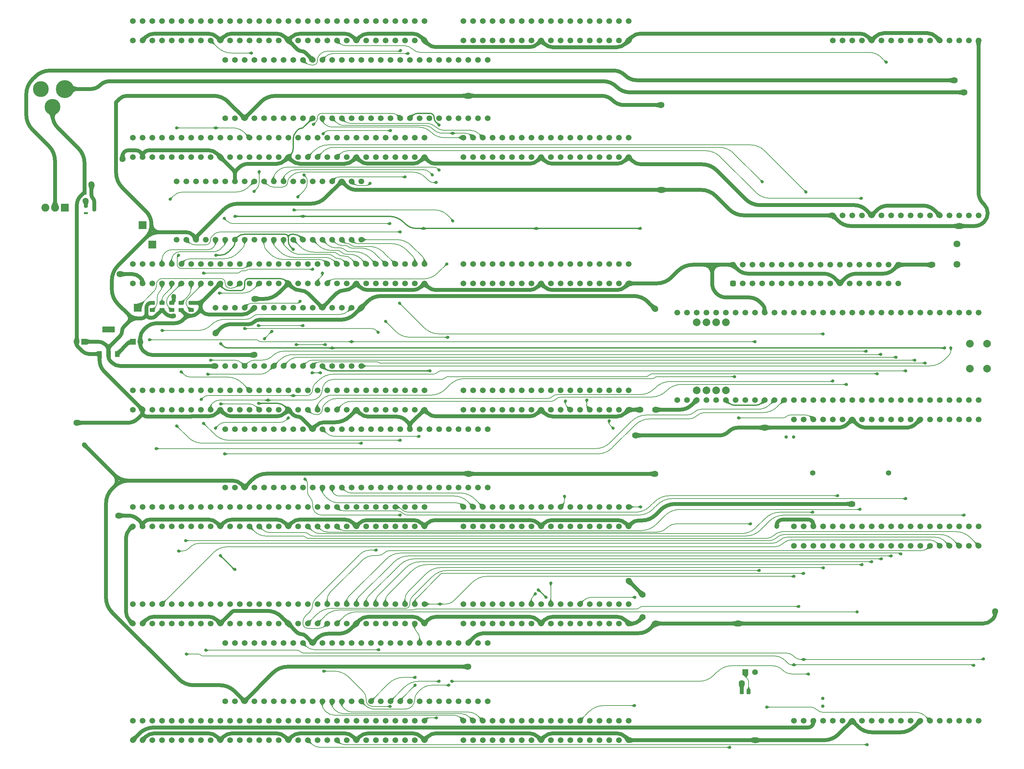
<source format=gtl>
%TF.GenerationSoftware,KiCad,Pcbnew,8.0.7*%
%TF.CreationDate,2025-01-09T11:01:29+02:00*%
%TF.ProjectId,Mainboard Small,4d61696e-626f-4617-9264-20536d616c6c,V0*%
%TF.SameCoordinates,PX2b9a1c0PY10f4d20*%
%TF.FileFunction,Copper,L1,Top*%
%TF.FilePolarity,Positive*%
%FSLAX46Y46*%
G04 Gerber Fmt 4.6, Leading zero omitted, Abs format (unit mm)*
G04 Created by KiCad (PCBNEW 8.0.7) date 2025-01-09 11:01:29*
%MOMM*%
%LPD*%
G01*
G04 APERTURE LIST*
G04 Aperture macros list*
%AMRoundRect*
0 Rectangle with rounded corners*
0 $1 Rounding radius*
0 $2 $3 $4 $5 $6 $7 $8 $9 X,Y pos of 4 corners*
0 Add a 4 corners polygon primitive as box body*
4,1,4,$2,$3,$4,$5,$6,$7,$8,$9,$2,$3,0*
0 Add four circle primitives for the rounded corners*
1,1,$1+$1,$2,$3*
1,1,$1+$1,$4,$5*
1,1,$1+$1,$6,$7*
1,1,$1+$1,$8,$9*
0 Add four rect primitives between the rounded corners*
20,1,$1+$1,$2,$3,$4,$5,0*
20,1,$1+$1,$4,$5,$6,$7,0*
20,1,$1+$1,$6,$7,$8,$9,0*
20,1,$1+$1,$8,$9,$2,$3,0*%
G04 Aperture macros list end*
%TA.AperFunction,SMDPad,CuDef*%
%ADD10RoundRect,0.250000X-0.450000X0.262500X-0.450000X-0.262500X0.450000X-0.262500X0.450000X0.262500X0*%
%TD*%
%TA.AperFunction,SMDPad,CuDef*%
%ADD11R,1.200000X1.500000*%
%TD*%
%TA.AperFunction,SMDPad,CuDef*%
%ADD12R,3.300000X1.500000*%
%TD*%
%TA.AperFunction,SMDPad,CuDef*%
%ADD13RoundRect,0.250000X0.262500X0.450000X-0.262500X0.450000X-0.262500X-0.450000X0.262500X-0.450000X0*%
%TD*%
%TA.AperFunction,ComponentPad*%
%ADD14R,2.085000X2.085000*%
%TD*%
%TA.AperFunction,ComponentPad*%
%ADD15C,2.085000*%
%TD*%
%TA.AperFunction,ComponentPad*%
%ADD16RoundRect,0.375000X0.375000X0.375000X-0.375000X0.375000X-0.375000X-0.375000X0.375000X-0.375000X0*%
%TD*%
%TA.AperFunction,ComponentPad*%
%ADD17C,1.500000*%
%TD*%
%TA.AperFunction,ComponentPad*%
%ADD18C,4.700000*%
%TD*%
%TA.AperFunction,ComponentPad*%
%ADD19C,4.150000*%
%TD*%
%TA.AperFunction,WasherPad*%
%ADD20C,0.900000*%
%TD*%
%TA.AperFunction,SMDPad,CuDef*%
%ADD21R,1.050000X0.600000*%
%TD*%
%TA.AperFunction,SMDPad,CuDef*%
%ADD22RoundRect,0.250000X0.450000X-0.262500X0.450000X0.262500X-0.450000X0.262500X-0.450000X-0.262500X0*%
%TD*%
%TA.AperFunction,ComponentPad*%
%ADD23R,2.000000X2.000000*%
%TD*%
%TA.AperFunction,ComponentPad*%
%ADD24R,1.500000X1.500000*%
%TD*%
%TA.AperFunction,WasherPad*%
%ADD25C,2.000000*%
%TD*%
%TA.AperFunction,WasherPad*%
%ADD26C,1.400000*%
%TD*%
%TA.AperFunction,ComponentPad*%
%ADD27C,1.800000*%
%TD*%
%TA.AperFunction,ViaPad*%
%ADD28C,1.600000*%
%TD*%
%TA.AperFunction,ViaPad*%
%ADD29C,1.300000*%
%TD*%
%TA.AperFunction,ViaPad*%
%ADD30C,0.800000*%
%TD*%
%TA.AperFunction,Conductor*%
%ADD31C,0.380000*%
%TD*%
%TA.AperFunction,Conductor*%
%ADD32C,1.000000*%
%TD*%
%TA.AperFunction,Conductor*%
%ADD33C,0.200000*%
%TD*%
G04 APERTURE END LIST*
D10*
%TO.P,R6,1*%
%TO.N,/GND*%
X15240000Y-73700000D03*
%TO.P,R6,2*%
%TO.N,/MPU0_{M}*%
X15240000Y-75525000D03*
%TD*%
D11*
%TO.P,IC3,1,GND*%
%TO.N,/GND*%
X-8650000Y-87020000D03*
%TO.P,IC3,2,5.0VOut*%
%TO.N,/5V*%
X-6350000Y-87020000D03*
%TO.P,IC3,3,15VIn*%
%TO.N,/12V*%
X-4050000Y-87020000D03*
D12*
%TO.P,IC3,4,N.C*%
%TO.N,unconnected-(IC3-N.C-Pad4)*%
X-6350000Y-80620000D03*
%TD*%
D13*
%TO.P,R7,1*%
%TO.N,/9.1V*%
X-10771500Y-44714000D03*
%TO.P,R7,2*%
%TO.N,/GND*%
X-12596500Y-44714000D03*
%TD*%
D14*
%TO.P,Q1,1*%
%TO.N,/9.1V*%
X-17780000Y-48768000D03*
D15*
%TO.P,Q1,2*%
%TO.N,Net-(Q1-Pad2)*%
X-20320000Y-48768000D03*
%TO.P,Q1,3*%
%TO.N,/12V*%
X-22860000Y-48768000D03*
%TD*%
D16*
%TO.P,MPD0,1,1*%
%TO.N,/~{Interrupt}_{Device}1*%
X156845000Y-68580000D03*
D17*
%TO.P,MPD0,2,2*%
%TO.N,/GND*%
X156845000Y-63729000D03*
%TO.P,MPD0,3,3*%
%TO.N,/~{Interrupt}_{Device}2*%
X159385000Y-68580000D03*
%TO.P,MPD0,4,4*%
%TO.N,/~{Reset}_{Device}19*%
X159385000Y-63729000D03*
%TO.P,MPD0,5,5*%
%TO.N,/~{Interrupt}_{Device}3*%
X161925000Y-68580000D03*
%TO.P,MPD0,6,6*%
%TO.N,/~{Reset}_{Device}18*%
X161925000Y-63729000D03*
%TO.P,MPD0,7,7*%
%TO.N,/~{Interrupt}_{Device}4*%
X164465000Y-68580000D03*
%TO.P,MPD0,8,8*%
%TO.N,/~{Reset}_{Device}17*%
X164465000Y-63729000D03*
%TO.P,MPD0,9,9*%
%TO.N,/~{Interrupt}_{Device}5*%
X167005000Y-68580000D03*
%TO.P,MPD0,10,10*%
%TO.N,/~{Reset}_{Device}16*%
X167005000Y-63729000D03*
%TO.P,MPD0,11,11*%
%TO.N,/~{Interrupt}_{Device}6*%
X169545000Y-68580000D03*
%TO.P,MPD0,12,12*%
%TO.N,/~{Reset}_{Device}7*%
X169545000Y-63729000D03*
%TO.P,MPD0,13,13*%
%TO.N,/~{Interrupt}_{Device}7*%
X172085000Y-68580000D03*
%TO.P,MPD0,14,14*%
%TO.N,/~{Reset}_{Device}6*%
X172085000Y-63729000D03*
%TO.P,MPD0,15,15*%
%TO.N,/~{Interrupt}_{Device}16*%
X174625000Y-68580000D03*
%TO.P,MPD0,16,16*%
%TO.N,/~{Reset}_{Device}5*%
X174625000Y-63729000D03*
%TO.P,MPD0,17,17*%
%TO.N,/~{Interrupt}_{Device}17*%
X177165000Y-68580000D03*
%TO.P,MPD0,18,18*%
%TO.N,/~{Reset}_{Device}4*%
X177165000Y-63729000D03*
%TO.P,MPD0,19,19*%
%TO.N,/~{Interrupt}_{Device}18*%
X179705000Y-68580000D03*
%TO.P,MPD0,20,20*%
%TO.N,/~{Reset}_{Device}3*%
X179705000Y-63729000D03*
%TO.P,MPD0,21,21*%
%TO.N,/~{Interrupt}_{Device}19*%
X182245000Y-68580000D03*
%TO.P,MPD0,22,22*%
%TO.N,/~{Reset}_{Device}2*%
X182245000Y-63729000D03*
%TO.P,MPD0,23,23*%
%TO.N,/GND*%
X184785000Y-68580000D03*
%TO.P,MPD0,24,24*%
%TO.N,/~{Reset}_{Device}1*%
X184785000Y-63729000D03*
%TO.P,MPD0,25,25*%
%TO.N,/~{Enable}_{Device}19*%
X187325000Y-68580000D03*
%TO.P,MPD0,26,26*%
%TO.N,/~{Enable}_{Device}5*%
X187325000Y-63729000D03*
%TO.P,MPD0,27,27*%
%TO.N,/~{Enable}_{Device}18*%
X189865000Y-68580000D03*
%TO.P,MPD0,28,28*%
%TO.N,/~{Enable}_{Device}4*%
X189865000Y-63729000D03*
%TO.P,MPD0,29,29*%
%TO.N,/~{Enable}_{Device}17*%
X192405000Y-68580000D03*
%TO.P,MPD0,30,30*%
%TO.N,/~{Enable}_{Device}3*%
X192405000Y-63729000D03*
%TO.P,MPD0,31,31*%
%TO.N,/~{Enable}_{Device}16*%
X194945000Y-68580000D03*
%TO.P,MPD0,32,32*%
%TO.N,/~{Enable}_{Device}2*%
X194945000Y-63729000D03*
%TO.P,MPD0,33,33*%
%TO.N,/~{Enable}_{Device}7*%
X197485000Y-68580000D03*
%TO.P,MPD0,34,34*%
%TO.N,/~{Enable}_{Device}1*%
X197485000Y-63729000D03*
%TO.P,MPD0,35,35*%
%TO.N,/~{Enable}_{Device}6*%
X200025000Y-68580000D03*
%TO.P,MPD0,36,36*%
%TO.N,/GND*%
X200025000Y-63729000D03*
%TD*%
%TO.P,DEV18,A1,A1*%
%TO.N,/~{Reset}*%
X0Y-127000000D03*
%TO.P,DEV18,A2,A2*%
%TO.N,unconnected-(DEV18-PadA2)*%
X2540000Y-127000000D03*
%TO.P,DEV18,A3,A3*%
%TO.N,unconnected-(DEV18-PadA3)*%
X5080000Y-127000000D03*
%TO.P,DEV18,A4,A4*%
%TO.N,/A0_{D}*%
X7620000Y-127000000D03*
%TO.P,DEV18,A5,A5*%
%TO.N,/A1_{D}*%
X10160000Y-127000000D03*
%TO.P,DEV18,A6,A6*%
%TO.N,/A2_{D}*%
X12700000Y-127000000D03*
%TO.P,DEV18,A7,A7*%
%TO.N,/A3_{D}*%
X15240000Y-127000000D03*
%TO.P,DEV18,A8,A8*%
%TO.N,/A4_{D}*%
X17780000Y-127000000D03*
%TO.P,DEV18,A9,A9*%
%TO.N,/A5_{D}*%
X20320000Y-127000000D03*
%TO.P,DEV18,A10,A10*%
%TO.N,/A6_{D}*%
X22860000Y-127000000D03*
%TO.P,DEV18,A11,A11*%
%TO.N,/A7_{D}*%
X25400000Y-127000000D03*
%TO.P,DEV18,A12,A12*%
%TO.N,/A8_{D}*%
X27940000Y-127000000D03*
%TO.P,DEV18,A13,A13*%
%TO.N,/A9_{D}*%
X30480000Y-127000000D03*
%TO.P,DEV18,A14,A14*%
%TO.N,/A10_{D}*%
X33020000Y-127000000D03*
%TO.P,DEV18,A15,A15*%
%TO.N,/A11_{D}*%
X35560000Y-127000000D03*
%TO.P,DEV18,A16,A16*%
%TO.N,/A12_{D}*%
X38100000Y-127000000D03*
%TO.P,DEV18,A17,A17*%
%TO.N,/A13_{D}*%
X40640000Y-127000000D03*
%TO.P,DEV18,A18,A18*%
%TO.N,/A14_{D}*%
X43180000Y-127000000D03*
%TO.P,DEV18,A19,A19*%
%TO.N,/A15_{D}*%
X45720000Y-127000000D03*
%TO.P,DEV18,A20,A20*%
%TO.N,/A16_{D}*%
X48260000Y-127000000D03*
%TO.P,DEV18,A21,A21*%
%TO.N,/D7_{D}*%
X50800000Y-127000000D03*
%TO.P,DEV18,A22,A22*%
%TO.N,/D6_{D}*%
X53340000Y-127000000D03*
%TO.P,DEV18,A23,A23*%
%TO.N,/D5_{D}*%
X55880000Y-127000000D03*
%TO.P,DEV18,A24,A24*%
%TO.N,/D4_{D}*%
X58420000Y-127000000D03*
%TO.P,DEV18,A25,A25*%
%TO.N,/D3_{D}*%
X60960000Y-127000000D03*
%TO.P,DEV18,A26,A26*%
%TO.N,/D2_{D}*%
X63500000Y-127000000D03*
%TO.P,DEV18,A27,A27*%
%TO.N,/D1_{D}*%
X66040000Y-127000000D03*
%TO.P,DEV18,A28,A28*%
%TO.N,/D0_{D}*%
X68580000Y-127000000D03*
%TO.P,DEV18,A29,A29*%
%TO.N,/H2_{D}*%
X71120000Y-127000000D03*
%TO.P,DEV18,A30,A30*%
%TO.N,/H1_{D}*%
X73660000Y-127000000D03*
%TO.P,DEV18,A31,A31*%
%TO.N,/H0_{D}*%
X76200000Y-127000000D03*
%TO.P,DEV18,B1,B1*%
%TO.N,/12V*%
X0Y-132080000D03*
%TO.P,DEV18,B2,B2*%
%TO.N,/GND*%
X2540000Y-132080000D03*
%TO.P,DEV18,B3,B3*%
%TO.N,/CLK_{M0}*%
X5080000Y-132080000D03*
%TO.P,DEV18,B4,B4*%
%TO.N,unconnected-(DEV18-PadB4)*%
X7620000Y-132080000D03*
%TO.P,DEV18,B5,B5*%
%TO.N,unconnected-(DEV18-PadB5)*%
X10160000Y-132080000D03*
%TO.P,DEV18,B6,B6*%
%TO.N,unconnected-(DEV18-PadB6)*%
X12700000Y-132080000D03*
%TO.P,DEV18,B7,B7*%
%TO.N,unconnected-(DEV18-PadB7)*%
X15240000Y-132080000D03*
%TO.P,DEV18,B8,B8*%
%TO.N,unconnected-(DEV18-PadB8)*%
X17780000Y-132080000D03*
%TO.P,DEV18,B9,B9*%
%TO.N,/~{Main}18*%
X20320000Y-132080000D03*
%TO.P,DEV18,B10,B10*%
%TO.N,/GND*%
X22860000Y-132080000D03*
%TO.P,DEV18,B11,B11*%
%TO.N,/~{Main Access}_{M0}*%
X25400000Y-132080000D03*
%TO.P,DEV18,B12,B12*%
%TO.N,unconnected-(DEV18-PadB12)*%
X27940000Y-132080000D03*
%TO.P,DEV18,B13,B13*%
%TO.N,/~{RD}_{D}*%
X30480000Y-132080000D03*
%TO.P,DEV18,B14,B14*%
%TO.N,/~{WD}_{D}*%
X33020000Y-132080000D03*
%TO.P,DEV18,B15,B15*%
%TO.N,/CLK_{D}*%
X35560000Y-132080000D03*
%TO.P,DEV18,B16,B16*%
%TO.N,/~{CLK}_{D}*%
X38100000Y-132080000D03*
%TO.P,DEV18,B17,B17*%
%TO.N,/GND*%
X40640000Y-132080000D03*
%TO.P,DEV18,B18,B18*%
%TO.N,unconnected-(DEV18-PadB18)*%
X43180000Y-132080000D03*
%TO.P,DEV18,B19,B19*%
%TO.N,/~{Interrupt}_{Device}18*%
X45720000Y-132080000D03*
%TO.P,DEV18,B20,B20*%
%TO.N,/~{Reset}_{Device}18*%
X48260000Y-132080000D03*
%TO.P,DEV18,B21,B21*%
%TO.N,/~{Select}_{Device}18*%
X50800000Y-132080000D03*
%TO.P,DEV18,B22,B22*%
%TO.N,/~{Enable}_{Device}18*%
X53340000Y-132080000D03*
%TO.P,DEV18,B23,B23*%
%TO.N,unconnected-(DEV18-PadB23)*%
X55880000Y-132080000D03*
%TO.P,DEV18,B24,B24*%
%TO.N,/GND*%
X58420000Y-132080000D03*
%TO.P,DEV18,B25,B25*%
%TO.N,unconnected-(DEV18-PadB25)*%
X60960000Y-132080000D03*
%TO.P,DEV18,B26,B26*%
%TO.N,unconnected-(DEV18-PadB26)*%
X63500000Y-132080000D03*
%TO.P,DEV18,B27,B27*%
%TO.N,unconnected-(DEV18-PadB27)*%
X66040000Y-132080000D03*
%TO.P,DEV18,B28,B28*%
%TO.N,unconnected-(DEV18-PadB28)*%
X68580000Y-132080000D03*
%TO.P,DEV18,B29,B29*%
%TO.N,/~{Memory Lo}_{ Device}18*%
X71120000Y-132080000D03*
%TO.P,DEV18,B30,B30*%
%TO.N,/~{Memory Hi}_{ Device}18*%
X73660000Y-132080000D03*
%TO.P,DEV18,B31,B31*%
%TO.N,/GND*%
X76200000Y-132080000D03*
%TO.P,DEV18,C1,C1*%
%TO.N,/A23_{M}*%
X86360000Y-127000000D03*
%TO.P,DEV18,C2,C2*%
%TO.N,/A22_{M}*%
X88900000Y-127000000D03*
%TO.P,DEV18,C3,C3*%
%TO.N,/A21_{M}*%
X91440000Y-127000000D03*
%TO.P,DEV18,C4,C4*%
%TO.N,/A20_{M}*%
X93980000Y-127000000D03*
%TO.P,DEV18,C5,C5*%
%TO.N,/A19_{M}*%
X96520000Y-127000000D03*
%TO.P,DEV18,C6,C6*%
%TO.N,/A18_{M}*%
X99060000Y-127000000D03*
%TO.P,DEV18,C7,C7*%
%TO.N,/A17_{M}*%
X101600000Y-127000000D03*
%TO.P,DEV18,C8,C8*%
%TO.N,/A16_{M}*%
X104140000Y-127000000D03*
%TO.P,DEV18,C9,C9*%
%TO.N,/A15_{M}*%
X106680000Y-127000000D03*
%TO.P,DEV18,C10,C10*%
%TO.N,/A14_{M}*%
X109220000Y-127000000D03*
%TO.P,DEV18,C11,C11*%
%TO.N,/A13_{M}*%
X111760000Y-127000000D03*
%TO.P,DEV18,C12,C12*%
%TO.N,/A12_{M}*%
X114300000Y-127000000D03*
%TO.P,DEV18,C13,C13*%
%TO.N,/A11_{M}*%
X116840000Y-127000000D03*
%TO.P,DEV18,C14,C14*%
%TO.N,/A10_{M}*%
X119380000Y-127000000D03*
%TO.P,DEV18,C15,C15*%
%TO.N,/A9_{M}*%
X121920000Y-127000000D03*
%TO.P,DEV18,C16,C16*%
%TO.N,/A8_{M}*%
X124460000Y-127000000D03*
%TO.P,DEV18,C17,C17*%
%TO.N,/A7_{M}*%
X127000000Y-127000000D03*
%TO.P,DEV18,C18,C18*%
%TO.N,/A6_{M}*%
X129540000Y-127000000D03*
%TO.P,DEV18,D1,D1*%
%TO.N,/D7_{M}*%
X86360000Y-132080000D03*
%TO.P,DEV18,D2,D2*%
%TO.N,/D6_{M}*%
X88900000Y-132080000D03*
%TO.P,DEV18,D3,D3*%
%TO.N,/D5_{M}*%
X91440000Y-132080000D03*
%TO.P,DEV18,D4,D4*%
%TO.N,/D4_{M}*%
X93980000Y-132080000D03*
%TO.P,DEV18,D5,D5*%
%TO.N,/D3_{M}*%
X96520000Y-132080000D03*
%TO.P,DEV18,D6,D6*%
%TO.N,/D2_{M}*%
X99060000Y-132080000D03*
%TO.P,DEV18,D7,D7*%
%TO.N,/D1_{M}*%
X101600000Y-132080000D03*
%TO.P,DEV18,D8,D8*%
%TO.N,/D0_{M}*%
X104140000Y-132080000D03*
%TO.P,DEV18,D9,D9*%
%TO.N,/GND*%
X106680000Y-132080000D03*
%TO.P,DEV18,D10,D10*%
%TO.N,/~{RD}_{M}*%
X109220000Y-132080000D03*
%TO.P,DEV18,D11,D11*%
%TO.N,/~{WD}_{M}*%
X111760000Y-132080000D03*
%TO.P,DEV18,D12,D12*%
%TO.N,/A5_{M}*%
X114300000Y-132080000D03*
%TO.P,DEV18,D13,D13*%
%TO.N,/A4_{M}*%
X116840000Y-132080000D03*
%TO.P,DEV18,D14,D14*%
%TO.N,/A3_{M}*%
X119380000Y-132080000D03*
%TO.P,DEV18,D15,D15*%
%TO.N,/A2_{M}*%
X121920000Y-132080000D03*
%TO.P,DEV18,D16,D16*%
%TO.N,/A1_{M}*%
X124460000Y-132080000D03*
%TO.P,DEV18,D17,D17*%
%TO.N,/A0_{M}*%
X127000000Y-132080000D03*
%TO.P,DEV18,D18,D18*%
%TO.N,/GND*%
X129540000Y-132080000D03*
%TD*%
D18*
%TO.P,J3,A1,VCC*%
%TO.N,/12V Socket*%
X-17780000Y-17780000D03*
D19*
%TO.P,J3,B1,GND*%
%TO.N,/GND*%
X-20980000Y-22480000D03*
%TO.P,J3,C1,GND*%
X-23980000Y-17780000D03*
%TD*%
D17*
%TO.P,B1,1,N.C.*%
%TO.N,unconnected-(B1-N.C.-Pad1)*%
X24130000Y-25400000D03*
%TO.P,B1,2,N.C.*%
%TO.N,unconnected-(B1-N.C.-Pad2)*%
X26670000Y-25400000D03*
%TO.P,B1,3,5V*%
%TO.N,/5V*%
X29210000Y-25400000D03*
%TO.P,B1,4,N.C.*%
%TO.N,unconnected-(B1-N.C.-Pad4)*%
X31750000Y-25400000D03*
%TO.P,B1,5,N.C.*%
%TO.N,unconnected-(B1-N.C.-Pad5)*%
X34290000Y-25400000D03*
%TO.P,B1,6,N.C.*%
%TO.N,unconnected-(B1-N.C.-Pad6)*%
X36830000Y-25400000D03*
%TO.P,B1,7,N.C.*%
%TO.N,unconnected-(B1-N.C.-Pad7)*%
X39370000Y-25400000D03*
%TO.P,B1,8,N.C.*%
%TO.N,unconnected-(B1-N.C.-Pad8)*%
X41910000Y-25400000D03*
%TO.P,B1,9,~{Main}_{M}*%
%TO.N,/~{Main}_{M}*%
X44450000Y-25400000D03*
%TO.P,B1,10,GND*%
%TO.N,/GND*%
X46990000Y-25400000D03*
%TO.P,B1,11,A23*%
%TO.N,/A23_{M}*%
X49530000Y-25400000D03*
%TO.P,B1,12,A22*%
%TO.N,/A22_{M}*%
X52070000Y-25400000D03*
%TO.P,B1,13,A21*%
%TO.N,/A21_{M}*%
X54610000Y-25400000D03*
%TO.P,B1,14,N.C.*%
%TO.N,unconnected-(B1-N.C.-Pad14)*%
X57150000Y-25400000D03*
%TO.P,B1,15,Select_1_{_Device}X*%
%TO.N,/Device_{16} 2MB Select_{0}*%
X59690000Y-25400000D03*
%TO.P,B1,16,Select_0_{_Device}X*%
%TO.N,/Device_{16} 2MB Select_{1}*%
X62230000Y-25400000D03*
%TO.P,B1,17,N.C.*%
%TO.N,unconnected-(B1-N.C.-Pad17)*%
X64770000Y-25400000D03*
%TO.P,B1,18,Select_1_{_Device}Y*%
%TO.N,/Device_{17} 2MB Select_{0}*%
X67310000Y-25400000D03*
%TO.P,B1,19,Select_0_{_Device}Y*%
%TO.N,/Device_{17} 2MB Select_{1}*%
X69850000Y-25400000D03*
%TO.P,B1,20,GND*%
%TO.N,/GND*%
X72390000Y-25400000D03*
%TO.P,B1,21,N.C.*%
%TO.N,unconnected-(B1-N.C.-Pad21)*%
X74930000Y-25400000D03*
%TO.P,B1,22,N.C.*%
%TO.N,unconnected-(B1-N.C.-Pad22)*%
X77470000Y-25400000D03*
%TO.P,B1,23,N.C.*%
%TO.N,unconnected-(B1-N.C.-Pad23)*%
X80010000Y-25400000D03*
%TO.P,B1,24,N.C.*%
%TO.N,unconnected-(B1-N.C.-Pad24)*%
X82550000Y-25400000D03*
%TO.P,B1,25,N.C.*%
%TO.N,unconnected-(B1-N.C.-Pad25)*%
X85090000Y-25400000D03*
%TO.P,B1,26,N.C.*%
%TO.N,unconnected-(B1-N.C.-Pad26)*%
X87630000Y-25400000D03*
%TO.P,B1,27,N.C.*%
%TO.N,unconnected-(B1-N.C.-Pad27)*%
X90170000Y-25400000D03*
%TO.P,B1,28,N.C.*%
%TO.N,unconnected-(B1-N.C.-Pad28)*%
X92710000Y-25400000D03*
%TO.P,B1,29,N.C.*%
%TO.N,unconnected-(B1-N.C.-Pad29)*%
X92710000Y-10160000D03*
%TO.P,B1,30,N.C.*%
%TO.N,unconnected-(B1-N.C.-Pad30)*%
X90170000Y-10160000D03*
%TO.P,B1,31,5V*%
%TO.N,/5V*%
X87630000Y-10160000D03*
%TO.P,B1,32,N.C.*%
%TO.N,unconnected-(B1-N.C.-Pad32)*%
X85090000Y-10160000D03*
%TO.P,B1,33,N.C.*%
%TO.N,unconnected-(B1-N.C.-Pad33)*%
X82550000Y-10160000D03*
%TO.P,B1,34,N.C.*%
%TO.N,unconnected-(B1-N.C.-Pad34)*%
X80010000Y-10160000D03*
%TO.P,B1,35,N.C.*%
%TO.N,unconnected-(B1-N.C.-Pad35)*%
X77470000Y-10160000D03*
%TO.P,B1,36,~{Memory__{2..4MB}}_{_Device}Y*%
%TO.N,/~{Memory Hi}_{ Device}17*%
X74930000Y-10160000D03*
%TO.P,B1,37,GND*%
%TO.N,/GND*%
X72390000Y-10160000D03*
%TO.P,B1,38,~{Memory__{0..2MB}}_{_Device}Y*%
%TO.N,/~{Memory Lo}_{ Device}17*%
X69850000Y-10160000D03*
%TO.P,B1,39,N.C.*%
%TO.N,unconnected-(B1-N.C.-Pad39)*%
X67310000Y-10160000D03*
%TO.P,B1,40,N.C.*%
%TO.N,unconnected-(B1-N.C.-Pad40)*%
X64770000Y-10160000D03*
%TO.P,B1,41,N.C.*%
%TO.N,unconnected-(B1-N.C.-Pad41)*%
X62230000Y-10160000D03*
%TO.P,B1,42,N.C.*%
%TO.N,unconnected-(B1-N.C.-Pad42)*%
X59690000Y-10160000D03*
%TO.P,B1,43,N.C.*%
%TO.N,unconnected-(B1-N.C.-Pad43)*%
X57150000Y-10160000D03*
%TO.P,B1,44,N.C.*%
%TO.N,unconnected-(B1-N.C.-Pad44)*%
X54610000Y-10160000D03*
%TO.P,B1,45,N.C.*%
%TO.N,unconnected-(B1-N.C.-Pad45)*%
X52070000Y-10160000D03*
%TO.P,B1,46,~{Memory__{2..4MB}}_{_Device}X*%
%TO.N,/~{Memory Hi}_{ Device}16*%
X49530000Y-10160000D03*
%TO.P,B1,47,GND*%
%TO.N,/GND*%
X46990000Y-10160000D03*
%TO.P,B1,48,~{Memory__{0..2MB}}_{_Device}X*%
%TO.N,/~{Memory Lo}_{ Device}16*%
X44450000Y-10160000D03*
%TO.P,B1,49,N.C.*%
%TO.N,unconnected-(B1-N.C.-Pad49)*%
X41910000Y-10160000D03*
%TO.P,B1,50,N.C.*%
%TO.N,unconnected-(B1-N.C.-Pad50)*%
X39370000Y-10160000D03*
%TO.P,B1,51,N.C.*%
%TO.N,unconnected-(B1-N.C.-Pad51)*%
X36830000Y-10160000D03*
%TO.P,B1,52,N.C.*%
%TO.N,unconnected-(B1-N.C.-Pad52)*%
X34290000Y-10160000D03*
%TO.P,B1,53,N.C.*%
%TO.N,unconnected-(B1-N.C.-Pad53)*%
X31750000Y-10160000D03*
%TO.P,B1,54,N.C.*%
%TO.N,unconnected-(B1-N.C.-Pad54)*%
X29210000Y-10160000D03*
%TO.P,B1,55,N.C.*%
%TO.N,unconnected-(B1-N.C.-Pad55)*%
X26670000Y-10160000D03*
%TO.P,B1,56,N.C.*%
%TO.N,unconnected-(B1-N.C.-Pad56)*%
X24130000Y-10160000D03*
%TD*%
%TO.P,B3,1,N.C.*%
%TO.N,unconnected-(B3-N.C.-Pad1)*%
X24130000Y-177800000D03*
%TO.P,B3,2,N.C.*%
%TO.N,unconnected-(B3-N.C.-Pad2)*%
X26670000Y-177800000D03*
%TO.P,B3,3,5V*%
%TO.N,/5V*%
X29210000Y-177800000D03*
%TO.P,B3,4,N.C.*%
%TO.N,unconnected-(B3-N.C.-Pad4)*%
X31750000Y-177800000D03*
%TO.P,B3,5,N.C.*%
%TO.N,unconnected-(B3-N.C.-Pad5)*%
X34290000Y-177800000D03*
%TO.P,B3,6,N.C.*%
%TO.N,unconnected-(B3-N.C.-Pad6)*%
X36830000Y-177800000D03*
%TO.P,B3,7,N.C.*%
%TO.N,unconnected-(B3-N.C.-Pad7)*%
X39370000Y-177800000D03*
%TO.P,B3,8,N.C.*%
%TO.N,unconnected-(B3-N.C.-Pad8)*%
X41910000Y-177800000D03*
%TO.P,B3,9,~{Main}_{M}*%
%TO.N,/~{Main}_{M}*%
X44450000Y-177800000D03*
%TO.P,B3,10,GND*%
%TO.N,/GND*%
X46990000Y-177800000D03*
%TO.P,B3,11,A23*%
%TO.N,/A23_{M}*%
X49530000Y-177800000D03*
%TO.P,B3,12,A22*%
%TO.N,/A22_{M}*%
X52070000Y-177800000D03*
%TO.P,B3,13,A21*%
%TO.N,/A21_{M}*%
X54610000Y-177800000D03*
%TO.P,B3,14,N.C.*%
%TO.N,unconnected-(B3-N.C.-Pad14)*%
X57150000Y-177800000D03*
%TO.P,B3,15,Select_1_{_Device}X*%
%TO.N,/Device_{3} 2MB Select_{0}*%
X59690000Y-177800000D03*
%TO.P,B3,16,Select_0_{_Device}X*%
%TO.N,/Device_{3} 2MB Select_{1}*%
X62230000Y-177800000D03*
%TO.P,B3,17,N.C.*%
%TO.N,unconnected-(B3-N.C.-Pad17)*%
X64770000Y-177800000D03*
%TO.P,B3,18,Select_1_{_Device}Y*%
%TO.N,/Device_{4} 2MB Select_{0}*%
X67310000Y-177800000D03*
%TO.P,B3,19,Select_0_{_Device}Y*%
%TO.N,/Device_{4} 2MB Select_{1}*%
X69850000Y-177800000D03*
%TO.P,B3,20,GND*%
%TO.N,/GND*%
X72390000Y-177800000D03*
%TO.P,B3,21,N.C.*%
%TO.N,unconnected-(B3-N.C.-Pad21)*%
X74930000Y-177800000D03*
%TO.P,B3,22,N.C.*%
%TO.N,unconnected-(B3-N.C.-Pad22)*%
X77470000Y-177800000D03*
%TO.P,B3,23,N.C.*%
%TO.N,unconnected-(B3-N.C.-Pad23)*%
X80010000Y-177800000D03*
%TO.P,B3,24,N.C.*%
%TO.N,unconnected-(B3-N.C.-Pad24)*%
X82550000Y-177800000D03*
%TO.P,B3,25,N.C.*%
%TO.N,unconnected-(B3-N.C.-Pad25)*%
X85090000Y-177800000D03*
%TO.P,B3,26,N.C.*%
%TO.N,unconnected-(B3-N.C.-Pad26)*%
X87630000Y-177800000D03*
%TO.P,B3,27,N.C.*%
%TO.N,unconnected-(B3-N.C.-Pad27)*%
X90170000Y-177800000D03*
%TO.P,B3,28,N.C.*%
%TO.N,unconnected-(B3-N.C.-Pad28)*%
X92710000Y-177800000D03*
%TO.P,B3,29,N.C.*%
%TO.N,unconnected-(B3-N.C.-Pad29)*%
X92710000Y-162560000D03*
%TO.P,B3,30,N.C.*%
%TO.N,unconnected-(B3-N.C.-Pad30)*%
X90170000Y-162560000D03*
%TO.P,B3,31,5V*%
%TO.N,/5V*%
X87630000Y-162560000D03*
%TO.P,B3,32,N.C.*%
%TO.N,unconnected-(B3-N.C.-Pad32)*%
X85090000Y-162560000D03*
%TO.P,B3,33,N.C.*%
%TO.N,unconnected-(B3-N.C.-Pad33)*%
X82550000Y-162560000D03*
%TO.P,B3,34,N.C.*%
%TO.N,unconnected-(B3-N.C.-Pad34)*%
X80010000Y-162560000D03*
%TO.P,B3,35,N.C.*%
%TO.N,unconnected-(B3-N.C.-Pad35)*%
X77470000Y-162560000D03*
%TO.P,B3,36,~{Memory__{2..4MB}}_{_Device}Y*%
%TO.N,/~{Memory Hi}_{ Device}4*%
X74930000Y-162560000D03*
%TO.P,B3,37,GND*%
%TO.N,/GND*%
X72390000Y-162560000D03*
%TO.P,B3,38,~{Memory__{0..2MB}}_{_Device}Y*%
%TO.N,/~{Memory Lo}_{ Device}4*%
X69850000Y-162560000D03*
%TO.P,B3,39,N.C.*%
%TO.N,unconnected-(B3-N.C.-Pad39)*%
X67310000Y-162560000D03*
%TO.P,B3,40,N.C.*%
%TO.N,unconnected-(B3-N.C.-Pad40)*%
X64770000Y-162560000D03*
%TO.P,B3,41,N.C.*%
%TO.N,unconnected-(B3-N.C.-Pad41)*%
X62230000Y-162560000D03*
%TO.P,B3,42,N.C.*%
%TO.N,unconnected-(B3-N.C.-Pad42)*%
X59690000Y-162560000D03*
%TO.P,B3,43,N.C.*%
%TO.N,unconnected-(B3-N.C.-Pad43)*%
X57150000Y-162560000D03*
%TO.P,B3,44,N.C.*%
%TO.N,unconnected-(B3-N.C.-Pad44)*%
X54610000Y-162560000D03*
%TO.P,B3,45,N.C.*%
%TO.N,unconnected-(B3-N.C.-Pad45)*%
X52070000Y-162560000D03*
%TO.P,B3,46,~{Memory__{2..4MB}}_{_Device}X*%
%TO.N,/~{Memory Hi}_{ Device}3*%
X49530000Y-162560000D03*
%TO.P,B3,47,GND*%
%TO.N,/GND*%
X46990000Y-162560000D03*
%TO.P,B3,48,~{Memory__{0..2MB}}_{_Device}X*%
%TO.N,/~{Memory Lo}_{ Device}3*%
X44450000Y-162560000D03*
%TO.P,B3,49,N.C.*%
%TO.N,unconnected-(B3-N.C.-Pad49)*%
X41910000Y-162560000D03*
%TO.P,B3,50,N.C.*%
%TO.N,unconnected-(B3-N.C.-Pad50)*%
X39370000Y-162560000D03*
%TO.P,B3,51,N.C.*%
%TO.N,unconnected-(B3-N.C.-Pad51)*%
X36830000Y-162560000D03*
%TO.P,B3,52,N.C.*%
%TO.N,unconnected-(B3-N.C.-Pad52)*%
X34290000Y-162560000D03*
%TO.P,B3,53,N.C.*%
%TO.N,unconnected-(B3-N.C.-Pad53)*%
X31750000Y-162560000D03*
%TO.P,B3,54,N.C.*%
%TO.N,unconnected-(B3-N.C.-Pad54)*%
X29210000Y-162560000D03*
%TO.P,B3,55,N.C.*%
%TO.N,unconnected-(B3-N.C.-Pad55)*%
X26670000Y-162560000D03*
%TO.P,B3,56,N.C.*%
%TO.N,unconnected-(B3-N.C.-Pad56)*%
X24130000Y-162560000D03*
%TD*%
D20*
%TO.P,B6,*%
%TO.N,*%
X180315000Y-179095400D03*
X180315000Y-177095400D03*
D17*
%TO.P,B6,1,A3*%
%TO.N,/A3_{D}*%
X172720000Y-182880000D03*
%TO.P,B6,2,A4*%
%TO.N,/A4_{D}*%
X175260000Y-182880000D03*
%TO.P,B6,3,12V*%
%TO.N,/12V*%
X177800000Y-182880000D03*
%TO.P,B6,4,~{Select}*%
%TO.N,/~{Select}_{Device}2*%
X180340000Y-182880000D03*
%TO.P,B6,5,N.C.*%
%TO.N,unconnected-(B6-N.C.-Pad5)*%
X182880000Y-182880000D03*
%TO.P,B6,6,N.C.*%
%TO.N,unconnected-(B6-N.C.-Pad6)*%
X185420000Y-182880000D03*
%TO.P,B6,7,GND*%
%TO.N,/GND*%
X187960000Y-182880000D03*
%TO.P,B6,8,N.C.*%
%TO.N,unconnected-(B6-N.C.-Pad8)*%
X190500000Y-182880000D03*
%TO.P,B6,9,N.C.*%
%TO.N,unconnected-(B6-N.C.-Pad9)*%
X193040000Y-182880000D03*
%TO.P,B6,10,N.C.*%
%TO.N,unconnected-(B6-N.C.-Pad10)*%
X195580000Y-182880000D03*
%TO.P,B6,11,N.C.*%
%TO.N,unconnected-(B6-N.C.-Pad11)*%
X198120000Y-182880000D03*
%TO.P,B6,12,N.C.*%
%TO.N,unconnected-(B6-N.C.-Pad12)*%
X200660000Y-182880000D03*
%TO.P,B6,13,N.C.*%
%TO.N,unconnected-(B6-N.C.-Pad13)*%
X203200000Y-182880000D03*
%TO.P,B6,14,GND*%
%TO.N,/GND*%
X205740000Y-182880000D03*
%TO.P,B6,15,~{Reset}*%
%TO.N,/~{Reset}*%
X208280000Y-182880000D03*
%TO.P,B6,16,N.C.*%
%TO.N,unconnected-(B6-N.C.-Pad16)*%
X210820000Y-182880000D03*
%TO.P,B6,17,N.C.*%
%TO.N,unconnected-(B6-N.C.-Pad17)*%
X213360000Y-182880000D03*
%TO.P,B6,18,N.C.*%
%TO.N,unconnected-(B6-N.C.-Pad18)*%
X215900000Y-182880000D03*
%TO.P,B6,19,N.C.*%
%TO.N,unconnected-(B6-N.C.-Pad19)*%
X218440000Y-182880000D03*
%TO.P,B6,20,N.C.*%
%TO.N,unconnected-(B6-N.C.-Pad20)*%
X220980000Y-182880000D03*
%TO.P,B6,21,~{RD}*%
%TO.N,/~{RD}_{D}*%
X220980000Y-137160000D03*
%TO.P,B6,22,~{WD}*%
%TO.N,/~{WD}_{D}*%
X218440000Y-137160000D03*
%TO.P,B6,23,A2*%
%TO.N,/A2_{D}*%
X215900000Y-137160000D03*
%TO.P,B6,24,A1*%
%TO.N,/A1_{D}*%
X213360000Y-137160000D03*
%TO.P,B6,25,A0*%
%TO.N,/A0_{D}*%
X210820000Y-137160000D03*
%TO.P,B6,26,D7*%
%TO.N,/D7_{D}*%
X208280000Y-137160000D03*
%TO.P,B6,27,GND*%
%TO.N,/GND*%
X205740000Y-137160000D03*
%TO.P,B6,28,D6*%
%TO.N,/D6_{D}*%
X203200000Y-137160000D03*
%TO.P,B6,29,D5*%
%TO.N,/D5_{D}*%
X200660000Y-137160000D03*
%TO.P,B6,30,D4*%
%TO.N,/D4_{D}*%
X198120000Y-137160000D03*
%TO.P,B6,31,D3*%
%TO.N,/D3_{D}*%
X195580000Y-137160000D03*
%TO.P,B6,32,D2*%
%TO.N,/D2_{D}*%
X193040000Y-137160000D03*
%TO.P,B6,33,D1*%
%TO.N,/D1_{D}*%
X190500000Y-137160000D03*
%TO.P,B6,34,GND*%
%TO.N,/GND*%
X187960000Y-137160000D03*
%TO.P,B6,35,D0*%
%TO.N,/D0_{D}*%
X185420000Y-137160000D03*
%TO.P,B6,36,N.C.*%
%TO.N,unconnected-(B6-N.C.-Pad36)*%
X182880000Y-137160000D03*
%TO.P,B6,37,H2*%
%TO.N,/H2_{D}*%
X180340000Y-137160000D03*
%TO.P,B6,38,N.C.*%
%TO.N,unconnected-(B6-N.C.-Pad38)*%
X177800000Y-137160000D03*
%TO.P,B6,39,H1*%
%TO.N,/H1_{D}*%
X175260000Y-137160000D03*
%TO.P,B6,40,H0*%
%TO.N,/H0_{D}*%
X172720000Y-137160000D03*
%TD*%
D21*
%TO.P,Z1,1,A*%
%TO.N,/12V*%
X-12276000Y-48326000D03*
%TO.P,Z1,2,N.C.*%
%TO.N,unconnected-(Z1-N.C.-Pad2)*%
X-12276000Y-50226000D03*
%TO.P,Z1,3,K*%
%TO.N,/9.1V*%
X-10076000Y-49276000D03*
%TD*%
D22*
%TO.P,R2,1*%
%TO.N,/5V*%
X7620000Y-75525000D03*
%TO.P,R2,2*%
%TO.N,/~{NMI}_{2}*%
X7620000Y-73700000D03*
%TD*%
D10*
%TO.P,R1,1*%
%TO.N,/5V*%
X5080000Y-73700000D03*
%TO.P,R1,2*%
%TO.N,/~{NMI}_{1}*%
X5080000Y-75525000D03*
%TD*%
%TO.P,R4,1*%
%TO.N,/5V*%
X10180000Y-73700000D03*
%TO.P,R4,2*%
%TO.N,/~{ABORT}*%
X10180000Y-75525000D03*
%TD*%
D23*
%TO.P,TP2,1,1*%
%TO.N,/Kernal*%
X5080000Y-58460000D03*
%TD*%
D24*
%TO.P,C4,1*%
%TO.N,/12V*%
X0Y-83820000D03*
D17*
%TO.P,C4,2*%
%TO.N,/GND*%
X2000000Y-83820000D03*
%TD*%
%TO.P,B7,1,5V*%
%TO.N,/5V*%
X182880000Y-50800000D03*
%TO.P,B7,2,N.C.*%
%TO.N,unconnected-(B7-N.C.-Pad2)*%
X185420000Y-50800000D03*
%TO.P,B7,3,N.C.*%
%TO.N,unconnected-(B7-N.C.-Pad3)*%
X187960000Y-50800000D03*
%TO.P,B7,4,~{Main}0*%
%TO.N,/~{Main} MPU*%
X190500000Y-50800000D03*
%TO.P,B7,5,GND*%
%TO.N,/GND*%
X193040000Y-50800000D03*
%TO.P,B7,6,~{Main}1*%
%TO.N,/~{Main}19*%
X195580000Y-50800000D03*
%TO.P,B7,7,~{Main}2*%
%TO.N,/~{Main}18*%
X198120000Y-50800000D03*
%TO.P,B7,8,~{Main}3*%
%TO.N,/~{Main}3*%
X200660000Y-50800000D03*
%TO.P,B7,9,~{Main}4*%
%TO.N,/~{Main}4*%
X203200000Y-50800000D03*
%TO.P,B7,10,~{Main}5*%
%TO.N,/~{Main}16*%
X205740000Y-50800000D03*
%TO.P,B7,11,~{Main}6*%
%TO.N,/~{Main}17*%
X208280000Y-50800000D03*
%TO.P,B7,12,GND*%
%TO.N,/GND*%
X210820000Y-50800000D03*
%TO.P,B7,13,~{Main}7*%
%TO.N,/3.3V*%
X213360000Y-50800000D03*
%TO.P,B7,14,N.C.*%
%TO.N,unconnected-(B7-N.C.-Pad14)*%
X215900000Y-50800000D03*
%TO.P,B7,15,N.C.*%
%TO.N,unconnected-(B7-N.C.-Pad15)*%
X218440000Y-50800000D03*
%TO.P,B7,16,N.C.*%
%TO.N,unconnected-(B7-N.C.-Pad16)*%
X220980000Y-50800000D03*
%TO.P,B7,17,5V*%
%TO.N,/5V*%
X220980000Y-5080000D03*
%TO.P,B7,18,N.C.*%
%TO.N,unconnected-(B7-N.C.-Pad18)*%
X218440000Y-5080000D03*
%TO.P,B7,19,N.C.*%
%TO.N,unconnected-(B7-N.C.-Pad19)*%
X215900000Y-5080000D03*
%TO.P,B7,20,~{Set_Contention}*%
%TO.N,/~{Memory Fail}*%
X213360000Y-5080000D03*
%TO.P,B7,21,GND*%
%TO.N,/GND*%
X210820000Y-5080000D03*
%TO.P,B7,22,N.C.*%
%TO.N,unconnected-(B7-N.C.-Pad22)*%
X208280000Y-5080000D03*
%TO.P,B7,23,N.C.*%
%TO.N,unconnected-(B7-N.C.-Pad23)*%
X205740000Y-5080000D03*
%TO.P,B7,24,N.C.*%
%TO.N,unconnected-(B7-N.C.-Pad24)*%
X203200000Y-5080000D03*
%TO.P,B7,25,N.C.*%
%TO.N,unconnected-(B7-N.C.-Pad25)*%
X200660000Y-5080000D03*
%TO.P,B7,26,N.C.*%
%TO.N,unconnected-(B7-N.C.-Pad26)*%
X198120000Y-5080000D03*
%TO.P,B7,27,N.C.*%
%TO.N,unconnected-(B7-N.C.-Pad27)*%
X195580000Y-5080000D03*
%TO.P,B7,28,GND*%
%TO.N,/GND*%
X193040000Y-5080000D03*
%TO.P,B7,29,N.C.*%
%TO.N,unconnected-(B7-N.C.-Pad29)*%
X190500000Y-5080000D03*
%TO.P,B7,30,N.C.*%
%TO.N,unconnected-(B7-N.C.-Pad30)*%
X187960000Y-5080000D03*
%TO.P,B7,31,N.C.*%
%TO.N,unconnected-(B7-N.C.-Pad31)*%
X185420000Y-5080000D03*
%TO.P,B7,32,N.C.*%
%TO.N,unconnected-(B7-N.C.-Pad32)*%
X182880000Y-5080000D03*
%TD*%
D22*
%TO.P,R5,1*%
%TO.N,/GND*%
X12680000Y-75525000D03*
%TO.P,R5,2*%
%TO.N,/MPU1_{M}*%
X12680000Y-73700000D03*
%TD*%
D23*
%TO.P,TP1,1,1*%
%TO.N,/~{Device}*%
X2540000Y-53380000D03*
%TD*%
D17*
%TO.P,DEV16,A1,A1*%
%TO.N,/~{Reset}*%
X0Y0D03*
%TO.P,DEV16,A2,A2*%
%TO.N,unconnected-(DEV16-PadA2)*%
X2540000Y0D03*
%TO.P,DEV16,A3,A3*%
%TO.N,unconnected-(DEV16-PadA3)*%
X5080000Y0D03*
%TO.P,DEV16,A4,A4*%
%TO.N,/A0_{D}*%
X7620000Y0D03*
%TO.P,DEV16,A5,A5*%
%TO.N,/A1_{D}*%
X10160000Y0D03*
%TO.P,DEV16,A6,A6*%
%TO.N,/A2_{D}*%
X12700000Y0D03*
%TO.P,DEV16,A7,A7*%
%TO.N,/A3_{D}*%
X15240000Y0D03*
%TO.P,DEV16,A8,A8*%
%TO.N,/A4_{D}*%
X17780000Y0D03*
%TO.P,DEV16,A9,A9*%
%TO.N,/A5_{D}*%
X20320000Y0D03*
%TO.P,DEV16,A10,A10*%
%TO.N,/A6_{D}*%
X22860000Y0D03*
%TO.P,DEV16,A11,A11*%
%TO.N,/A7_{D}*%
X25400000Y0D03*
%TO.P,DEV16,A12,A12*%
%TO.N,/A8_{D}*%
X27940000Y0D03*
%TO.P,DEV16,A13,A13*%
%TO.N,/A9_{D}*%
X30480000Y0D03*
%TO.P,DEV16,A14,A14*%
%TO.N,/A10_{D}*%
X33020000Y0D03*
%TO.P,DEV16,A15,A15*%
%TO.N,/A11_{D}*%
X35560000Y0D03*
%TO.P,DEV16,A16,A16*%
%TO.N,/A12_{D}*%
X38100000Y0D03*
%TO.P,DEV16,A17,A17*%
%TO.N,/A13_{D}*%
X40640000Y0D03*
%TO.P,DEV16,A18,A18*%
%TO.N,/A14_{D}*%
X43180000Y0D03*
%TO.P,DEV16,A19,A19*%
%TO.N,/A15_{D}*%
X45720000Y0D03*
%TO.P,DEV16,A20,A20*%
%TO.N,/A16_{D}*%
X48260000Y0D03*
%TO.P,DEV16,A21,A21*%
%TO.N,/D7_{D}*%
X50800000Y0D03*
%TO.P,DEV16,A22,A22*%
%TO.N,/D6_{D}*%
X53340000Y0D03*
%TO.P,DEV16,A23,A23*%
%TO.N,/D5_{D}*%
X55880000Y0D03*
%TO.P,DEV16,A24,A24*%
%TO.N,/D4_{D}*%
X58420000Y0D03*
%TO.P,DEV16,A25,A25*%
%TO.N,/D3_{D}*%
X60960000Y0D03*
%TO.P,DEV16,A26,A26*%
%TO.N,/D2_{D}*%
X63500000Y0D03*
%TO.P,DEV16,A27,A27*%
%TO.N,/D1_{D}*%
X66040000Y0D03*
%TO.P,DEV16,A28,A28*%
%TO.N,/D0_{D}*%
X68580000Y0D03*
%TO.P,DEV16,A29,A29*%
%TO.N,/H2_{D}*%
X71120000Y0D03*
%TO.P,DEV16,A30,A30*%
%TO.N,/H1_{D}*%
X73660000Y0D03*
%TO.P,DEV16,A31,A31*%
%TO.N,/H0_{D}*%
X76200000Y0D03*
%TO.P,DEV16,B1,B1*%
%TO.N,/12V*%
X0Y-5080000D03*
%TO.P,DEV16,B2,B2*%
%TO.N,/GND*%
X2540000Y-5080000D03*
%TO.P,DEV16,B3,B3*%
%TO.N,/CLK_{M0}*%
X5080000Y-5080000D03*
%TO.P,DEV16,B4,B4*%
%TO.N,unconnected-(DEV16-PadB4)*%
X7620000Y-5080000D03*
%TO.P,DEV16,B5,B5*%
%TO.N,unconnected-(DEV16-PadB5)*%
X10160000Y-5080000D03*
%TO.P,DEV16,B6,B6*%
%TO.N,unconnected-(DEV16-PadB6)*%
X12700000Y-5080000D03*
%TO.P,DEV16,B7,B7*%
%TO.N,unconnected-(DEV16-PadB7)*%
X15240000Y-5080000D03*
%TO.P,DEV16,B8,B8*%
%TO.N,unconnected-(DEV16-PadB8)*%
X17780000Y-5080000D03*
%TO.P,DEV16,B9,B9*%
%TO.N,/~{Main}16*%
X20320000Y-5080000D03*
%TO.P,DEV16,B10,B10*%
%TO.N,/GND*%
X22860000Y-5080000D03*
%TO.P,DEV16,B11,B11*%
%TO.N,/~{Main Access}_{M0}*%
X25400000Y-5080000D03*
%TO.P,DEV16,B12,B12*%
%TO.N,unconnected-(DEV16-PadB12)*%
X27940000Y-5080000D03*
%TO.P,DEV16,B13,B13*%
%TO.N,/~{RD}_{D}*%
X30480000Y-5080000D03*
%TO.P,DEV16,B14,B14*%
%TO.N,/~{WD}_{D}*%
X33020000Y-5080000D03*
%TO.P,DEV16,B15,B15*%
%TO.N,/CLK_{D}*%
X35560000Y-5080000D03*
%TO.P,DEV16,B16,B16*%
%TO.N,/~{CLK}_{D}*%
X38100000Y-5080000D03*
%TO.P,DEV16,B17,B17*%
%TO.N,/GND*%
X40640000Y-5080000D03*
%TO.P,DEV16,B18,B18*%
%TO.N,unconnected-(DEV16-PadB18)*%
X43180000Y-5080000D03*
%TO.P,DEV16,B19,B19*%
%TO.N,/~{Interrupt}_{Device}16*%
X45720000Y-5080000D03*
%TO.P,DEV16,B20,B20*%
%TO.N,/~{Reset}_{Device}16*%
X48260000Y-5080000D03*
%TO.P,DEV16,B21,B21*%
%TO.N,/~{Select}_{Device}16*%
X50800000Y-5080000D03*
%TO.P,DEV16,B22,B22*%
%TO.N,/~{Enable}_{Device}16*%
X53340000Y-5080000D03*
%TO.P,DEV16,B23,B23*%
%TO.N,unconnected-(DEV16-PadB23)*%
X55880000Y-5080000D03*
%TO.P,DEV16,B24,B24*%
%TO.N,/GND*%
X58420000Y-5080000D03*
%TO.P,DEV16,B25,B25*%
%TO.N,unconnected-(DEV16-PadB25)*%
X60960000Y-5080000D03*
%TO.P,DEV16,B26,B26*%
%TO.N,unconnected-(DEV16-PadB26)*%
X63500000Y-5080000D03*
%TO.P,DEV16,B27,B27*%
%TO.N,unconnected-(DEV16-PadB27)*%
X66040000Y-5080000D03*
%TO.P,DEV16,B28,B28*%
%TO.N,unconnected-(DEV16-PadB28)*%
X68580000Y-5080000D03*
%TO.P,DEV16,B29,B29*%
%TO.N,/~{Memory Lo}_{ Device}16*%
X71120000Y-5080000D03*
%TO.P,DEV16,B30,B30*%
%TO.N,/~{Memory Hi}_{ Device}16*%
X73660000Y-5080000D03*
%TO.P,DEV16,B31,B31*%
%TO.N,/GND*%
X76200000Y-5080000D03*
%TO.P,DEV16,C1,C1*%
%TO.N,/A23_{M}*%
X86360000Y0D03*
%TO.P,DEV16,C2,C2*%
%TO.N,/A22_{M}*%
X88900000Y0D03*
%TO.P,DEV16,C3,C3*%
%TO.N,/A21_{M}*%
X91440000Y0D03*
%TO.P,DEV16,C4,C4*%
%TO.N,/A20_{M}*%
X93980000Y0D03*
%TO.P,DEV16,C5,C5*%
%TO.N,/A19_{M}*%
X96520000Y0D03*
%TO.P,DEV16,C6,C6*%
%TO.N,/A18_{M}*%
X99060000Y0D03*
%TO.P,DEV16,C7,C7*%
%TO.N,/A17_{M}*%
X101600000Y0D03*
%TO.P,DEV16,C8,C8*%
%TO.N,/A16_{M}*%
X104140000Y0D03*
%TO.P,DEV16,C9,C9*%
%TO.N,/A15_{M}*%
X106680000Y0D03*
%TO.P,DEV16,C10,C10*%
%TO.N,/A14_{M}*%
X109220000Y0D03*
%TO.P,DEV16,C11,C11*%
%TO.N,/A13_{M}*%
X111760000Y0D03*
%TO.P,DEV16,C12,C12*%
%TO.N,/A12_{M}*%
X114300000Y0D03*
%TO.P,DEV16,C13,C13*%
%TO.N,/A11_{M}*%
X116840000Y0D03*
%TO.P,DEV16,C14,C14*%
%TO.N,/A10_{M}*%
X119380000Y0D03*
%TO.P,DEV16,C15,C15*%
%TO.N,/A9_{M}*%
X121920000Y0D03*
%TO.P,DEV16,C16,C16*%
%TO.N,/A8_{M}*%
X124460000Y0D03*
%TO.P,DEV16,C17,C17*%
%TO.N,/A7_{M}*%
X127000000Y0D03*
%TO.P,DEV16,C18,C18*%
%TO.N,/A6_{M}*%
X129540000Y0D03*
%TO.P,DEV16,D1,D1*%
%TO.N,/D7_{M}*%
X86360000Y-5080000D03*
%TO.P,DEV16,D2,D2*%
%TO.N,/D6_{M}*%
X88900000Y-5080000D03*
%TO.P,DEV16,D3,D3*%
%TO.N,/D5_{M}*%
X91440000Y-5080000D03*
%TO.P,DEV16,D4,D4*%
%TO.N,/D4_{M}*%
X93980000Y-5080000D03*
%TO.P,DEV16,D5,D5*%
%TO.N,/D3_{M}*%
X96520000Y-5080000D03*
%TO.P,DEV16,D6,D6*%
%TO.N,/D2_{M}*%
X99060000Y-5080000D03*
%TO.P,DEV16,D7,D7*%
%TO.N,/D1_{M}*%
X101600000Y-5080000D03*
%TO.P,DEV16,D8,D8*%
%TO.N,/D0_{M}*%
X104140000Y-5080000D03*
%TO.P,DEV16,D9,D9*%
%TO.N,/GND*%
X106680000Y-5080000D03*
%TO.P,DEV16,D10,D10*%
%TO.N,/~{RD}_{M}*%
X109220000Y-5080000D03*
%TO.P,DEV16,D11,D11*%
%TO.N,/~{WD}_{M}*%
X111760000Y-5080000D03*
%TO.P,DEV16,D12,D12*%
%TO.N,/A5_{M}*%
X114300000Y-5080000D03*
%TO.P,DEV16,D13,D13*%
%TO.N,/A4_{M}*%
X116840000Y-5080000D03*
%TO.P,DEV16,D14,D14*%
%TO.N,/A3_{M}*%
X119380000Y-5080000D03*
%TO.P,DEV16,D15,D15*%
%TO.N,/A2_{M}*%
X121920000Y-5080000D03*
%TO.P,DEV16,D16,D16*%
%TO.N,/A1_{M}*%
X124460000Y-5080000D03*
%TO.P,DEV16,D17,D17*%
%TO.N,/A0_{M}*%
X127000000Y-5080000D03*
%TO.P,DEV16,D18,D18*%
%TO.N,/GND*%
X129540000Y-5080000D03*
%TD*%
D25*
%TO.P,B12,*%
%TO.N,*%
X147320000Y-96520000D03*
X149860000Y-96520000D03*
X152400000Y-96520000D03*
X154940000Y-96520000D03*
X218730000Y-90880000D03*
X223230000Y-90880000D03*
X218730000Y-84380000D03*
X223230000Y-84380000D03*
X147320000Y-78740000D03*
X149860000Y-78740000D03*
X152400000Y-78740000D03*
X154940000Y-78740000D03*
D17*
%TO.P,B12,1,N.C.*%
%TO.N,unconnected-(B12-N.C.-Pad1)*%
X142240000Y-99060000D03*
%TO.P,B12,2,N.C.*%
%TO.N,unconnected-(B12-N.C.-Pad2)*%
X144780000Y-99060000D03*
%TO.P,B12,3,5V*%
%TO.N,/5V*%
X147320000Y-99060000D03*
%TO.P,B12,4,~{Reset}_CLK*%
%TO.N,unconnected-(B12-~{Reset}_CLK-Pad4)*%
X149860000Y-99060000D03*
%TO.P,B12,5,N.C.*%
%TO.N,unconnected-(B12-N.C.-Pad5)*%
X152400000Y-99060000D03*
%TO.P,B12,6,GND*%
%TO.N,/GND*%
X154940000Y-99060000D03*
%TO.P,B12,7,N.C.*%
%TO.N,unconnected-(B12-N.C.-Pad7)*%
X157480000Y-99060000D03*
%TO.P,B12,8,N.C.*%
%TO.N,unconnected-(B12-N.C.-Pad8)*%
X160020000Y-99060000D03*
%TO.P,B12,9,~{Reset}*%
%TO.N,/~{Reset}*%
X162560000Y-99060000D03*
%TO.P,B12,10,GND*%
%TO.N,/GND*%
X165100000Y-99060000D03*
%TO.P,B12,11,CLK_{0}*%
%TO.N,/CLK_{M0}*%
X167640000Y-99060000D03*
%TO.P,B12,12,~{Main_Access}_{0}*%
%TO.N,/~{Main Access}_{M0}*%
X170180000Y-99060000D03*
%TO.P,B12,13,~{Reset}_Switch*%
%TO.N,unconnected-(B12-~{Reset}_Switch-Pad13)*%
X172720000Y-99060000D03*
%TO.P,B12,14,CLK_{1}*%
%TO.N,unconnected-(B12-CLK_{1}-Pad14)*%
X175260000Y-99060000D03*
%TO.P,B12,15,~{Main_Access}_{1}*%
%TO.N,unconnected-(B12-~{Main_Access}_{1}-Pad15)*%
X177800000Y-99060000D03*
%TO.P,B12,16,N.C.*%
%TO.N,unconnected-(B12-N.C.-Pad16)*%
X180340000Y-99060000D03*
%TO.P,B12,17,CLK_{2}*%
%TO.N,unconnected-(B12-CLK_{2}-Pad17)*%
X182880000Y-99060000D03*
%TO.P,B12,18,~{Main_Access}_{2}*%
%TO.N,unconnected-(B12-~{Main_Access}_{2}-Pad18)*%
X185420000Y-99060000D03*
%TO.P,B12,19,N.C.*%
%TO.N,unconnected-(B12-N.C.-Pad19)*%
X187960000Y-99060000D03*
%TO.P,B12,20,CLK_{3}*%
%TO.N,unconnected-(B12-CLK_{3}-Pad20)*%
X190500000Y-99060000D03*
%TO.P,B12,21,~{Main_Access}_{3}*%
%TO.N,unconnected-(B12-~{Main_Access}_{3}-Pad21)*%
X193040000Y-99060000D03*
%TO.P,B12,22,N.C.*%
%TO.N,unconnected-(B12-N.C.-Pad22)*%
X195580000Y-99060000D03*
%TO.P,B12,23,GND*%
%TO.N,/GND*%
X198120000Y-99060000D03*
%TO.P,B12,24,N.C.*%
%TO.N,unconnected-(B12-N.C.-Pad24)*%
X200660000Y-99060000D03*
%TO.P,B12,25,N.C.*%
%TO.N,unconnected-(B12-N.C.-Pad25)*%
X203200000Y-99060000D03*
%TO.P,B12,26,N.C.*%
%TO.N,unconnected-(B12-N.C.-Pad26)*%
X205740000Y-99060000D03*
%TO.P,B12,27,N.C.*%
%TO.N,unconnected-(B12-N.C.-Pad27)*%
X208280000Y-99060000D03*
%TO.P,B12,28,N.C.*%
%TO.N,unconnected-(B12-N.C.-Pad28)*%
X210820000Y-99060000D03*
%TO.P,B12,29,N.C.*%
%TO.N,unconnected-(B12-N.C.-Pad29)*%
X213360000Y-99060000D03*
%TO.P,B12,30,N.C.*%
%TO.N,unconnected-(B12-N.C.-Pad30)*%
X215900000Y-99060000D03*
%TO.P,B12,31,N.C.*%
%TO.N,unconnected-(B12-N.C.-Pad31)*%
X218440000Y-99060000D03*
%TO.P,B12,32,N.C.*%
%TO.N,unconnected-(B12-N.C.-Pad32)*%
X220980000Y-99060000D03*
%TO.P,B12,33,N.C.*%
%TO.N,unconnected-(B12-N.C.-Pad33)*%
X220980000Y-76200000D03*
%TO.P,B12,34,N.C.*%
%TO.N,unconnected-(B12-N.C.-Pad34)*%
X218440000Y-76200000D03*
%TO.P,B12,35,5V*%
%TO.N,/5V*%
X215900000Y-76200000D03*
%TO.P,B12,36,N.C.*%
%TO.N,unconnected-(B12-N.C.-Pad36)*%
X213360000Y-76200000D03*
%TO.P,B12,37,N.C.*%
%TO.N,unconnected-(B12-N.C.-Pad37)*%
X210820000Y-76200000D03*
%TO.P,B12,38,N.C.*%
%TO.N,unconnected-(B12-N.C.-Pad38)*%
X208280000Y-76200000D03*
%TO.P,B12,39,N.C.*%
%TO.N,unconnected-(B12-N.C.-Pad39)*%
X205740000Y-76200000D03*
%TO.P,B12,40,N.C.*%
%TO.N,unconnected-(B12-N.C.-Pad40)*%
X203200000Y-76200000D03*
%TO.P,B12,41,N.C.*%
%TO.N,unconnected-(B12-N.C.-Pad41)*%
X200660000Y-76200000D03*
%TO.P,B12,42,GND*%
%TO.N,/GND*%
X198120000Y-76200000D03*
%TO.P,B12,43,N.C.*%
%TO.N,unconnected-(B12-N.C.-Pad43)*%
X195580000Y-76200000D03*
%TO.P,B12,44,N.C.*%
%TO.N,unconnected-(B12-N.C.-Pad44)*%
X193040000Y-76200000D03*
%TO.P,B12,45,N.C.*%
%TO.N,unconnected-(B12-N.C.-Pad45)*%
X190500000Y-76200000D03*
%TO.P,B12,46,N.C.*%
%TO.N,unconnected-(B12-N.C.-Pad46)*%
X187960000Y-76200000D03*
%TO.P,B12,47,N.C.*%
%TO.N,unconnected-(B12-N.C.-Pad47)*%
X185420000Y-76200000D03*
%TO.P,B12,48,N.C.*%
%TO.N,unconnected-(B12-N.C.-Pad48)*%
X182880000Y-76200000D03*
%TO.P,B12,49,N.C.*%
%TO.N,unconnected-(B12-N.C.-Pad49)*%
X180340000Y-76200000D03*
%TO.P,B12,50,N.C.*%
%TO.N,unconnected-(B12-N.C.-Pad50)*%
X177800000Y-76200000D03*
%TO.P,B12,51,N.C.*%
%TO.N,unconnected-(B12-N.C.-Pad51)*%
X175260000Y-76200000D03*
%TO.P,B12,52,N.C.*%
%TO.N,unconnected-(B12-N.C.-Pad52)*%
X172720000Y-76200000D03*
%TO.P,B12,53,N.C.*%
%TO.N,unconnected-(B12-N.C.-Pad53)*%
X170180000Y-76200000D03*
%TO.P,B12,54,N.C.*%
%TO.N,unconnected-(B12-N.C.-Pad54)*%
X167640000Y-76200000D03*
%TO.P,B12,55,GND*%
%TO.N,/GND*%
X165100000Y-76200000D03*
%TO.P,B12,56,N.C.*%
%TO.N,unconnected-(B12-N.C.-Pad56)*%
X162560000Y-76200000D03*
%TO.P,B12,57,N.C.*%
%TO.N,unconnected-(B12-N.C.-Pad57)*%
X160020000Y-76200000D03*
%TO.P,B12,58,N.C.*%
%TO.N,unconnected-(B12-N.C.-Pad58)*%
X157480000Y-76200000D03*
%TO.P,B12,59,N.C.*%
%TO.N,unconnected-(B12-N.C.-Pad59)*%
X154940000Y-76200000D03*
%TO.P,B12,60,N.C.*%
%TO.N,unconnected-(B12-N.C.-Pad60)*%
X152400000Y-76200000D03*
%TO.P,B12,61,N.C.*%
%TO.N,unconnected-(B12-N.C.-Pad61)*%
X149860000Y-76200000D03*
%TO.P,B12,62,N.C.*%
%TO.N,unconnected-(B12-N.C.-Pad62)*%
X147320000Y-76200000D03*
%TO.P,B12,63,N.C.*%
%TO.N,unconnected-(B12-N.C.-Pad63)*%
X144780000Y-76200000D03*
%TO.P,B12,64,N.C.*%
%TO.N,unconnected-(B12-N.C.-Pad64)*%
X142240000Y-76200000D03*
%TD*%
D24*
%TO.P,LED2,1,K*%
%TO.N,Net-(LED2-K)*%
X160020000Y-170180000D03*
D17*
%TO.P,LED2,2,A*%
%TO.N,/GND*%
X162560000Y-170180000D03*
%TD*%
D24*
%TO.P,C3,1*%
%TO.N,/5V*%
X-12700000Y-83820000D03*
D17*
%TO.P,C3,2*%
%TO.N,/GND*%
X-14700000Y-83820000D03*
%TD*%
D13*
%TO.P,R3,1*%
%TO.N,Net-(LED2-K)*%
X160932500Y-175270000D03*
%TO.P,R3,2*%
%TO.N,/5V*%
X159107500Y-175270000D03*
%TD*%
D17*
%TO.P,DEV4,A1,A1*%
%TO.N,/~{Reset}*%
X0Y-152400000D03*
%TO.P,DEV4,A2,A2*%
%TO.N,unconnected-(DEV4-PadA2)*%
X2540000Y-152400000D03*
%TO.P,DEV4,A3,A3*%
%TO.N,unconnected-(DEV4-PadA3)*%
X5080000Y-152400000D03*
%TO.P,DEV4,A4,A4*%
%TO.N,/A0_{D}*%
X7620000Y-152400000D03*
%TO.P,DEV4,A5,A5*%
%TO.N,/A1_{D}*%
X10160000Y-152400000D03*
%TO.P,DEV4,A6,A6*%
%TO.N,/A2_{D}*%
X12700000Y-152400000D03*
%TO.P,DEV4,A7,A7*%
%TO.N,/A3_{D}*%
X15240000Y-152400000D03*
%TO.P,DEV4,A8,A8*%
%TO.N,/A4_{D}*%
X17780000Y-152400000D03*
%TO.P,DEV4,A9,A9*%
%TO.N,/A5_{D}*%
X20320000Y-152400000D03*
%TO.P,DEV4,A10,A10*%
%TO.N,/A6_{D}*%
X22860000Y-152400000D03*
%TO.P,DEV4,A11,A11*%
%TO.N,/A7_{D}*%
X25400000Y-152400000D03*
%TO.P,DEV4,A12,A12*%
%TO.N,/A8_{D}*%
X27940000Y-152400000D03*
%TO.P,DEV4,A13,A13*%
%TO.N,/A9_{D}*%
X30480000Y-152400000D03*
%TO.P,DEV4,A14,A14*%
%TO.N,/A10_{D}*%
X33020000Y-152400000D03*
%TO.P,DEV4,A15,A15*%
%TO.N,/A11_{D}*%
X35560000Y-152400000D03*
%TO.P,DEV4,A16,A16*%
%TO.N,/A12_{D}*%
X38100000Y-152400000D03*
%TO.P,DEV4,A17,A17*%
%TO.N,/A13_{D}*%
X40640000Y-152400000D03*
%TO.P,DEV4,A18,A18*%
%TO.N,/A14_{D}*%
X43180000Y-152400000D03*
%TO.P,DEV4,A19,A19*%
%TO.N,unconnected-(DEV4-PadA19)*%
X45720000Y-152400000D03*
%TO.P,DEV4,A20,A20*%
%TO.N,unconnected-(DEV4-PadA20)*%
X48260000Y-152400000D03*
%TO.P,DEV4,A21,A21*%
%TO.N,/D7_{D}*%
X50800000Y-152400000D03*
%TO.P,DEV4,A22,A22*%
%TO.N,/D6_{D}*%
X53340000Y-152400000D03*
%TO.P,DEV4,A23,A23*%
%TO.N,/D5_{D}*%
X55880000Y-152400000D03*
%TO.P,DEV4,A24,A24*%
%TO.N,/D4_{D}*%
X58420000Y-152400000D03*
%TO.P,DEV4,A25,A25*%
%TO.N,/D3_{D}*%
X60960000Y-152400000D03*
%TO.P,DEV4,A26,A26*%
%TO.N,/D2_{D}*%
X63500000Y-152400000D03*
%TO.P,DEV4,A27,A27*%
%TO.N,/D1_{D}*%
X66040000Y-152400000D03*
%TO.P,DEV4,A28,A28*%
%TO.N,/D0_{D}*%
X68580000Y-152400000D03*
%TO.P,DEV4,A29,A29*%
%TO.N,/H2_{D}*%
X71120000Y-152400000D03*
%TO.P,DEV4,A30,A30*%
%TO.N,/H1_{D}*%
X73660000Y-152400000D03*
%TO.P,DEV4,A31,A31*%
%TO.N,/H0_{D}*%
X76200000Y-152400000D03*
%TO.P,DEV4,B1,B1*%
%TO.N,/12V*%
X0Y-157480000D03*
%TO.P,DEV4,B2,B2*%
%TO.N,/GND*%
X2540000Y-157480000D03*
%TO.P,DEV4,B3,B3*%
%TO.N,/CLK_{M0}*%
X5080000Y-157480000D03*
%TO.P,DEV4,B4,B4*%
%TO.N,unconnected-(DEV4-PadB4)*%
X7620000Y-157480000D03*
%TO.P,DEV4,B5,B5*%
%TO.N,unconnected-(DEV4-PadB5)*%
X10160000Y-157480000D03*
%TO.P,DEV4,B6,B6*%
%TO.N,unconnected-(DEV4-PadB6)*%
X12700000Y-157480000D03*
%TO.P,DEV4,B7,B7*%
%TO.N,unconnected-(DEV4-PadB7)*%
X15240000Y-157480000D03*
%TO.P,DEV4,B8,B8*%
%TO.N,unconnected-(DEV4-PadB8)*%
X17780000Y-157480000D03*
%TO.P,DEV4,B9,B9*%
%TO.N,/~{Main}4*%
X20320000Y-157480000D03*
%TO.P,DEV4,B10,B10*%
%TO.N,/GND*%
X22860000Y-157480000D03*
%TO.P,DEV4,B11,B11*%
%TO.N,/~{Main Access}_{M0}*%
X25400000Y-157480000D03*
%TO.P,DEV4,B12,B12*%
%TO.N,unconnected-(DEV4-PadB12)*%
X27940000Y-157480000D03*
%TO.P,DEV4,B13,B13*%
%TO.N,/~{RD}_{D}*%
X30480000Y-157480000D03*
%TO.P,DEV4,B14,B14*%
%TO.N,/~{WD}_{D}*%
X33020000Y-157480000D03*
%TO.P,DEV4,B15,B15*%
%TO.N,/CLK_{D}*%
X35560000Y-157480000D03*
%TO.P,DEV4,B16,B16*%
%TO.N,/~{CLK}_{D}*%
X38100000Y-157480000D03*
%TO.P,DEV4,B17,B17*%
%TO.N,/GND*%
X40640000Y-157480000D03*
%TO.P,DEV4,B18,B18*%
%TO.N,unconnected-(DEV4-PadB18)*%
X43180000Y-157480000D03*
%TO.P,DEV4,B19,B19*%
%TO.N,/~{Interrupt}_{Device}4*%
X45720000Y-157480000D03*
%TO.P,DEV4,B20,B20*%
%TO.N,/~{Reset}_{Device}4*%
X48260000Y-157480000D03*
%TO.P,DEV4,B21,B21*%
%TO.N,/~{Select}_{Device}4*%
X50800000Y-157480000D03*
%TO.P,DEV4,B22,B22*%
%TO.N,/~{Enable}_{Device}4*%
X53340000Y-157480000D03*
%TO.P,DEV4,B23,B23*%
%TO.N,unconnected-(DEV4-PadB23)*%
X55880000Y-157480000D03*
%TO.P,DEV4,B24,B24*%
%TO.N,/GND*%
X58420000Y-157480000D03*
%TO.P,DEV4,B25,B25*%
%TO.N,unconnected-(DEV4-PadB25)*%
X60960000Y-157480000D03*
%TO.P,DEV4,B26,B26*%
%TO.N,unconnected-(DEV4-PadB26)*%
X63500000Y-157480000D03*
%TO.P,DEV4,B27,B27*%
%TO.N,unconnected-(DEV4-PadB27)*%
X66040000Y-157480000D03*
%TO.P,DEV4,B28,B28*%
%TO.N,unconnected-(DEV4-PadB28)*%
X68580000Y-157480000D03*
%TO.P,DEV4,B29,B29*%
%TO.N,/~{Memory Lo}_{ Device}4*%
X71120000Y-157480000D03*
%TO.P,DEV4,B30,B30*%
%TO.N,/~{Memory Hi}_{ Device}4*%
X73660000Y-157480000D03*
%TO.P,DEV4,B31,B31*%
%TO.N,/GND*%
X76200000Y-157480000D03*
%TO.P,DEV4,C1,C1*%
%TO.N,/A23_{M}*%
X86360000Y-152400000D03*
%TO.P,DEV4,C2,C2*%
%TO.N,/A22_{M}*%
X88900000Y-152400000D03*
%TO.P,DEV4,C3,C3*%
%TO.N,/A21_{M}*%
X91440000Y-152400000D03*
%TO.P,DEV4,C4,C4*%
%TO.N,/A20_{M}*%
X93980000Y-152400000D03*
%TO.P,DEV4,C5,C5*%
%TO.N,/A19_{M}*%
X96520000Y-152400000D03*
%TO.P,DEV4,C6,C6*%
%TO.N,/A18_{M}*%
X99060000Y-152400000D03*
%TO.P,DEV4,C7,C7*%
%TO.N,/A17_{M}*%
X101600000Y-152400000D03*
%TO.P,DEV4,C8,C8*%
%TO.N,/A16_{M}*%
X104140000Y-152400000D03*
%TO.P,DEV4,C9,C9*%
%TO.N,/A15_{M}*%
X106680000Y-152400000D03*
%TO.P,DEV4,C10,C10*%
%TO.N,/A14_{M}*%
X109220000Y-152400000D03*
%TO.P,DEV4,C11,C11*%
%TO.N,/A13_{M}*%
X111760000Y-152400000D03*
%TO.P,DEV4,C12,C12*%
%TO.N,/A12_{M}*%
X114300000Y-152400000D03*
%TO.P,DEV4,C13,C13*%
%TO.N,/A11_{M}*%
X116840000Y-152400000D03*
%TO.P,DEV4,C14,C14*%
%TO.N,/A10_{M}*%
X119380000Y-152400000D03*
%TO.P,DEV4,C15,C15*%
%TO.N,/A9_{M}*%
X121920000Y-152400000D03*
%TO.P,DEV4,C16,C16*%
%TO.N,/A8_{M}*%
X124460000Y-152400000D03*
%TO.P,DEV4,C17,C17*%
%TO.N,/A7_{M}*%
X127000000Y-152400000D03*
%TO.P,DEV4,C18,C18*%
%TO.N,/A6_{M}*%
X129540000Y-152400000D03*
%TO.P,DEV4,D1,D1*%
%TO.N,/D7_{M}*%
X86360000Y-157480000D03*
%TO.P,DEV4,D2,D2*%
%TO.N,/D6_{M}*%
X88900000Y-157480000D03*
%TO.P,DEV4,D3,D3*%
%TO.N,/D5_{M}*%
X91440000Y-157480000D03*
%TO.P,DEV4,D4,D4*%
%TO.N,/D4_{M}*%
X93980000Y-157480000D03*
%TO.P,DEV4,D5,D5*%
%TO.N,/D3_{M}*%
X96520000Y-157480000D03*
%TO.P,DEV4,D6,D6*%
%TO.N,/D2_{M}*%
X99060000Y-157480000D03*
%TO.P,DEV4,D7,D7*%
%TO.N,/D1_{M}*%
X101600000Y-157480000D03*
%TO.P,DEV4,D8,D8*%
%TO.N,/D0_{M}*%
X104140000Y-157480000D03*
%TO.P,DEV4,D9,D9*%
%TO.N,/GND*%
X106680000Y-157480000D03*
%TO.P,DEV4,D10,D10*%
%TO.N,/~{RD}_{M}*%
X109220000Y-157480000D03*
%TO.P,DEV4,D11,D11*%
%TO.N,/~{WD}_{M}*%
X111760000Y-157480000D03*
%TO.P,DEV4,D12,D12*%
%TO.N,/A5_{M}*%
X114300000Y-157480000D03*
%TO.P,DEV4,D13,D13*%
%TO.N,/A4_{M}*%
X116840000Y-157480000D03*
%TO.P,DEV4,D14,D14*%
%TO.N,/A3_{M}*%
X119380000Y-157480000D03*
%TO.P,DEV4,D15,D15*%
%TO.N,/A2_{M}*%
X121920000Y-157480000D03*
%TO.P,DEV4,D16,D16*%
%TO.N,/A1_{M}*%
X124460000Y-157480000D03*
%TO.P,DEV4,D17,D17*%
%TO.N,/A0_{M}*%
X127000000Y-157480000D03*
%TO.P,DEV4,D18,D18*%
%TO.N,/GND*%
X129540000Y-157480000D03*
%TD*%
%TO.P,DEV3,A1,A1*%
%TO.N,/~{Reset}*%
X0Y-182880000D03*
%TO.P,DEV3,A2,A2*%
%TO.N,unconnected-(DEV3-PadA2)*%
X2540000Y-182880000D03*
%TO.P,DEV3,A3,A3*%
%TO.N,unconnected-(DEV3-PadA3)*%
X5080000Y-182880000D03*
%TO.P,DEV3,A4,A4*%
%TO.N,/A0_{D}*%
X7620000Y-182880000D03*
%TO.P,DEV3,A5,A5*%
%TO.N,/A1_{D}*%
X10160000Y-182880000D03*
%TO.P,DEV3,A6,A6*%
%TO.N,/A2_{D}*%
X12700000Y-182880000D03*
%TO.P,DEV3,A7,A7*%
%TO.N,/A3_{D}*%
X15240000Y-182880000D03*
%TO.P,DEV3,A8,A8*%
%TO.N,/A4_{D}*%
X17780000Y-182880000D03*
%TO.P,DEV3,A9,A9*%
%TO.N,/A5_{D}*%
X20320000Y-182880000D03*
%TO.P,DEV3,A10,A10*%
%TO.N,/A6_{D}*%
X22860000Y-182880000D03*
%TO.P,DEV3,A11,A11*%
%TO.N,/A7_{D}*%
X25400000Y-182880000D03*
%TO.P,DEV3,A12,A12*%
%TO.N,/A8_{D}*%
X27940000Y-182880000D03*
%TO.P,DEV3,A13,A13*%
%TO.N,/A9_{D}*%
X30480000Y-182880000D03*
%TO.P,DEV3,A14,A14*%
%TO.N,/A10_{D}*%
X33020000Y-182880000D03*
%TO.P,DEV3,A15,A15*%
%TO.N,/A11_{D}*%
X35560000Y-182880000D03*
%TO.P,DEV3,A16,A16*%
%TO.N,/A12_{D}*%
X38100000Y-182880000D03*
%TO.P,DEV3,A17,A17*%
%TO.N,/A13_{D}*%
X40640000Y-182880000D03*
%TO.P,DEV3,A18,A18*%
%TO.N,/A14_{D}*%
X43180000Y-182880000D03*
%TO.P,DEV3,A19,A19*%
%TO.N,unconnected-(DEV3-PadA19)*%
X45720000Y-182880000D03*
%TO.P,DEV3,A20,A20*%
%TO.N,unconnected-(DEV3-PadA20)*%
X48260000Y-182880000D03*
%TO.P,DEV3,A21,A21*%
%TO.N,/D7_{D}*%
X50800000Y-182880000D03*
%TO.P,DEV3,A22,A22*%
%TO.N,/D6_{D}*%
X53340000Y-182880000D03*
%TO.P,DEV3,A23,A23*%
%TO.N,/D5_{D}*%
X55880000Y-182880000D03*
%TO.P,DEV3,A24,A24*%
%TO.N,/D4_{D}*%
X58420000Y-182880000D03*
%TO.P,DEV3,A25,A25*%
%TO.N,/D3_{D}*%
X60960000Y-182880000D03*
%TO.P,DEV3,A26,A26*%
%TO.N,/D2_{D}*%
X63500000Y-182880000D03*
%TO.P,DEV3,A27,A27*%
%TO.N,/D1_{D}*%
X66040000Y-182880000D03*
%TO.P,DEV3,A28,A28*%
%TO.N,/D0_{D}*%
X68580000Y-182880000D03*
%TO.P,DEV3,A29,A29*%
%TO.N,/H2_{D}*%
X71120000Y-182880000D03*
%TO.P,DEV3,A30,A30*%
%TO.N,/H1_{D}*%
X73660000Y-182880000D03*
%TO.P,DEV3,A31,A31*%
%TO.N,/H0_{D}*%
X76200000Y-182880000D03*
%TO.P,DEV3,B1,B1*%
%TO.N,/12V*%
X0Y-187960000D03*
%TO.P,DEV3,B2,B2*%
%TO.N,/GND*%
X2540000Y-187960000D03*
%TO.P,DEV3,B3,B3*%
%TO.N,/CLK_{M0}*%
X5080000Y-187960000D03*
%TO.P,DEV3,B4,B4*%
%TO.N,unconnected-(DEV3-PadB4)*%
X7620000Y-187960000D03*
%TO.P,DEV3,B5,B5*%
%TO.N,unconnected-(DEV3-PadB5)*%
X10160000Y-187960000D03*
%TO.P,DEV3,B6,B6*%
%TO.N,unconnected-(DEV3-PadB6)*%
X12700000Y-187960000D03*
%TO.P,DEV3,B7,B7*%
%TO.N,unconnected-(DEV3-PadB7)*%
X15240000Y-187960000D03*
%TO.P,DEV3,B8,B8*%
%TO.N,unconnected-(DEV3-PadB8)*%
X17780000Y-187960000D03*
%TO.P,DEV3,B9,B9*%
%TO.N,/~{Main}3*%
X20320000Y-187960000D03*
%TO.P,DEV3,B10,B10*%
%TO.N,/GND*%
X22860000Y-187960000D03*
%TO.P,DEV3,B11,B11*%
%TO.N,/~{Main Access}_{M0}*%
X25400000Y-187960000D03*
%TO.P,DEV3,B12,B12*%
%TO.N,unconnected-(DEV3-PadB12)*%
X27940000Y-187960000D03*
%TO.P,DEV3,B13,B13*%
%TO.N,/~{RD}_{D}*%
X30480000Y-187960000D03*
%TO.P,DEV3,B14,B14*%
%TO.N,/~{WD}_{D}*%
X33020000Y-187960000D03*
%TO.P,DEV3,B15,B15*%
%TO.N,/CLK_{D}*%
X35560000Y-187960000D03*
%TO.P,DEV3,B16,B16*%
%TO.N,/~{CLK}_{D}*%
X38100000Y-187960000D03*
%TO.P,DEV3,B17,B17*%
%TO.N,/GND*%
X40640000Y-187960000D03*
%TO.P,DEV3,B18,B18*%
%TO.N,unconnected-(DEV3-PadB18)*%
X43180000Y-187960000D03*
%TO.P,DEV3,B19,B19*%
%TO.N,/~{Interrupt}_{Device}3*%
X45720000Y-187960000D03*
%TO.P,DEV3,B20,B20*%
%TO.N,/~{Reset}_{Device}3*%
X48260000Y-187960000D03*
%TO.P,DEV3,B21,B21*%
%TO.N,/~{Select}_{Device}3*%
X50800000Y-187960000D03*
%TO.P,DEV3,B22,B22*%
%TO.N,/~{Enable}_{Device}3*%
X53340000Y-187960000D03*
%TO.P,DEV3,B23,B23*%
%TO.N,unconnected-(DEV3-PadB23)*%
X55880000Y-187960000D03*
%TO.P,DEV3,B24,B24*%
%TO.N,/GND*%
X58420000Y-187960000D03*
%TO.P,DEV3,B25,B25*%
%TO.N,unconnected-(DEV3-PadB25)*%
X60960000Y-187960000D03*
%TO.P,DEV3,B26,B26*%
%TO.N,unconnected-(DEV3-PadB26)*%
X63500000Y-187960000D03*
%TO.P,DEV3,B27,B27*%
%TO.N,unconnected-(DEV3-PadB27)*%
X66040000Y-187960000D03*
%TO.P,DEV3,B28,B28*%
%TO.N,unconnected-(DEV3-PadB28)*%
X68580000Y-187960000D03*
%TO.P,DEV3,B29,B29*%
%TO.N,/~{Memory Lo}_{ Device}3*%
X71120000Y-187960000D03*
%TO.P,DEV3,B30,B30*%
%TO.N,/~{Memory Hi}_{ Device}3*%
X73660000Y-187960000D03*
%TO.P,DEV3,B31,B31*%
%TO.N,/GND*%
X76200000Y-187960000D03*
%TO.P,DEV3,C1,C1*%
%TO.N,/A23_{M}*%
X86360000Y-182880000D03*
%TO.P,DEV3,C2,C2*%
%TO.N,/A22_{M}*%
X88900000Y-182880000D03*
%TO.P,DEV3,C3,C3*%
%TO.N,/A21_{M}*%
X91440000Y-182880000D03*
%TO.P,DEV3,C4,C4*%
%TO.N,/A20_{M}*%
X93980000Y-182880000D03*
%TO.P,DEV3,C5,C5*%
%TO.N,/A19_{M}*%
X96520000Y-182880000D03*
%TO.P,DEV3,C6,C6*%
%TO.N,/A18_{M}*%
X99060000Y-182880000D03*
%TO.P,DEV3,C7,C7*%
%TO.N,/A17_{M}*%
X101600000Y-182880000D03*
%TO.P,DEV3,C8,C8*%
%TO.N,/A16_{M}*%
X104140000Y-182880000D03*
%TO.P,DEV3,C9,C9*%
%TO.N,/A15_{M}*%
X106680000Y-182880000D03*
%TO.P,DEV3,C10,C10*%
%TO.N,/A14_{M}*%
X109220000Y-182880000D03*
%TO.P,DEV3,C11,C11*%
%TO.N,/A13_{M}*%
X111760000Y-182880000D03*
%TO.P,DEV3,C12,C12*%
%TO.N,/A12_{M}*%
X114300000Y-182880000D03*
%TO.P,DEV3,C13,C13*%
%TO.N,/A11_{M}*%
X116840000Y-182880000D03*
%TO.P,DEV3,C14,C14*%
%TO.N,/A10_{M}*%
X119380000Y-182880000D03*
%TO.P,DEV3,C15,C15*%
%TO.N,/A9_{M}*%
X121920000Y-182880000D03*
%TO.P,DEV3,C16,C16*%
%TO.N,/A8_{M}*%
X124460000Y-182880000D03*
%TO.P,DEV3,C17,C17*%
%TO.N,/A7_{M}*%
X127000000Y-182880000D03*
%TO.P,DEV3,C18,C18*%
%TO.N,/A6_{M}*%
X129540000Y-182880000D03*
%TO.P,DEV3,D1,D1*%
%TO.N,/D7_{M}*%
X86360000Y-187960000D03*
%TO.P,DEV3,D2,D2*%
%TO.N,/D6_{M}*%
X88900000Y-187960000D03*
%TO.P,DEV3,D3,D3*%
%TO.N,/D5_{M}*%
X91440000Y-187960000D03*
%TO.P,DEV3,D4,D4*%
%TO.N,/D4_{M}*%
X93980000Y-187960000D03*
%TO.P,DEV3,D5,D5*%
%TO.N,/D3_{M}*%
X96520000Y-187960000D03*
%TO.P,DEV3,D6,D6*%
%TO.N,/D2_{M}*%
X99060000Y-187960000D03*
%TO.P,DEV3,D7,D7*%
%TO.N,/D1_{M}*%
X101600000Y-187960000D03*
%TO.P,DEV3,D8,D8*%
%TO.N,/D0_{M}*%
X104140000Y-187960000D03*
%TO.P,DEV3,D9,D9*%
%TO.N,/GND*%
X106680000Y-187960000D03*
%TO.P,DEV3,D10,D10*%
%TO.N,/~{RD}_{M}*%
X109220000Y-187960000D03*
%TO.P,DEV3,D11,D11*%
%TO.N,/~{WD}_{M}*%
X111760000Y-187960000D03*
%TO.P,DEV3,D12,D12*%
%TO.N,/A5_{M}*%
X114300000Y-187960000D03*
%TO.P,DEV3,D13,D13*%
%TO.N,/A4_{M}*%
X116840000Y-187960000D03*
%TO.P,DEV3,D14,D14*%
%TO.N,/A3_{M}*%
X119380000Y-187960000D03*
%TO.P,DEV3,D15,D15*%
%TO.N,/A2_{M}*%
X121920000Y-187960000D03*
%TO.P,DEV3,D16,D16*%
%TO.N,/A1_{M}*%
X124460000Y-187960000D03*
%TO.P,DEV3,D17,D17*%
%TO.N,/A0_{M}*%
X127000000Y-187960000D03*
%TO.P,DEV3,D18,D18*%
%TO.N,/GND*%
X129540000Y-187960000D03*
%TD*%
%TO.P,MPU0,A1,A1*%
%TO.N,/~{Reset}*%
X0Y-63500000D03*
%TO.P,MPU0,A2,A2*%
%TO.N,/~{Device}*%
X2540000Y-63500000D03*
%TO.P,MPU0,A3,A3*%
%TO.N,/Kernal*%
X5080000Y-63500000D03*
%TO.P,MPU0,A4,A4*%
%TO.N,/A0_{D}*%
X7620000Y-63500000D03*
%TO.P,MPU0,A5,A5*%
%TO.N,/A1_{D}*%
X10160000Y-63500000D03*
%TO.P,MPU0,A6,A6*%
%TO.N,/A2_{D}*%
X12700000Y-63500000D03*
%TO.P,MPU0,A7,A7*%
%TO.N,/A3_{D}*%
X15240000Y-63500000D03*
%TO.P,MPU0,A8,A8*%
%TO.N,/A4_{D}*%
X17780000Y-63500000D03*
%TO.P,MPU0,A9,A9*%
%TO.N,/A5_{D}*%
X20320000Y-63500000D03*
%TO.P,MPU0,A10,A10*%
%TO.N,/A6_{D}*%
X22860000Y-63500000D03*
%TO.P,MPU0,A11,A11*%
%TO.N,/A7_{D}*%
X25400000Y-63500000D03*
%TO.P,MPU0,A12,A12*%
%TO.N,/A8_{D}*%
X27940000Y-63500000D03*
%TO.P,MPU0,A13,A13*%
%TO.N,/A9_{D}*%
X30480000Y-63500000D03*
%TO.P,MPU0,A14,A14*%
%TO.N,/A10_{D}*%
X33020000Y-63500000D03*
%TO.P,MPU0,A15,A15*%
%TO.N,/A11_{D}*%
X35560000Y-63500000D03*
%TO.P,MPU0,A16,A16*%
%TO.N,/A12_{D}*%
X38100000Y-63500000D03*
%TO.P,MPU0,A17,A17*%
%TO.N,/A13_{D}*%
X40640000Y-63500000D03*
%TO.P,MPU0,A18,A18*%
%TO.N,/A14_{D}*%
X43180000Y-63500000D03*
%TO.P,MPU0,A19,A19*%
%TO.N,/A15_{D}*%
X45720000Y-63500000D03*
%TO.P,MPU0,A20,A20*%
%TO.N,/A16_{D}*%
X48260000Y-63500000D03*
%TO.P,MPU0,A21,A21*%
%TO.N,/D7_{D}*%
X50800000Y-63500000D03*
%TO.P,MPU0,A22,A22*%
%TO.N,/D6_{D}*%
X53340000Y-63500000D03*
%TO.P,MPU0,A23,A23*%
%TO.N,/D5_{D}*%
X55880000Y-63500000D03*
%TO.P,MPU0,A24,A24*%
%TO.N,/D4_{D}*%
X58420000Y-63500000D03*
%TO.P,MPU0,A25,A25*%
%TO.N,/D3_{D}*%
X60960000Y-63500000D03*
%TO.P,MPU0,A26,A26*%
%TO.N,/D2_{D}*%
X63500000Y-63500000D03*
%TO.P,MPU0,A27,A27*%
%TO.N,/D1_{D}*%
X66040000Y-63500000D03*
%TO.P,MPU0,A28,A28*%
%TO.N,/D0_{D}*%
X68580000Y-63500000D03*
%TO.P,MPU0,A29,A29*%
%TO.N,/H2_{D}*%
X71120000Y-63500000D03*
%TO.P,MPU0,A30,A30*%
%TO.N,/H1_{D}*%
X73660000Y-63500000D03*
%TO.P,MPU0,A31,A31*%
%TO.N,/H0_{D}*%
X76200000Y-63500000D03*
%TO.P,MPU0,B1,B1*%
%TO.N,/12V*%
X0Y-68580000D03*
%TO.P,MPU0,B2,B2*%
%TO.N,/GND*%
X2540000Y-68580000D03*
%TO.P,MPU0,B3,B3*%
%TO.N,/CLK_{M0}*%
X5080000Y-68580000D03*
%TO.P,MPU0,B4,B4*%
%TO.N,/~{NMI}_{1}*%
X7620000Y-68580000D03*
%TO.P,MPU0,B5,B5*%
%TO.N,/~{NMI}_{2}*%
X10160000Y-68580000D03*
%TO.P,MPU0,B6,B6*%
%TO.N,/~{ABORT}*%
X12700000Y-68580000D03*
%TO.P,MPU0,B7,B7*%
%TO.N,/MPU1_{M}*%
X15240000Y-68580000D03*
%TO.P,MPU0,B8,B8*%
%TO.N,/MPU0_{M}*%
X17780000Y-68580000D03*
%TO.P,MPU0,B9,B9*%
%TO.N,/~{Main} MPU*%
X20320000Y-68580000D03*
%TO.P,MPU0,B10,B10*%
%TO.N,/GND*%
X22860000Y-68580000D03*
%TO.P,MPU0,B11,B11*%
%TO.N,/~{Main Access}_{M0}*%
X25400000Y-68580000D03*
%TO.P,MPU0,B12,B12*%
%TO.N,/Native Latch*%
X27940000Y-68580000D03*
%TO.P,MPU0,B13,B13*%
%TO.N,/~{RD}_{D}*%
X30480000Y-68580000D03*
%TO.P,MPU0,B14,B14*%
%TO.N,/~{WD}_{D}*%
X33020000Y-68580000D03*
%TO.P,MPU0,B15,B15*%
%TO.N,/CLK_{D}*%
X35560000Y-68580000D03*
%TO.P,MPU0,B16,B16*%
%TO.N,/~{CLK}_{D}*%
X38100000Y-68580000D03*
%TO.P,MPU0,B17,B17*%
%TO.N,/GND*%
X40640000Y-68580000D03*
%TO.P,MPU0,B18,B18*%
%TO.N,/~{Select}_{Device}19*%
X43180000Y-68580000D03*
%TO.P,MPU0,B19,B19*%
%TO.N,/~{Select}_{Device}18*%
X45720000Y-68580000D03*
%TO.P,MPU0,B20,B20*%
%TO.N,/~{Select}_{Device}17*%
X48260000Y-68580000D03*
%TO.P,MPU0,B21,B21*%
%TO.N,/~{Select}_{Device}16*%
X50800000Y-68580000D03*
%TO.P,MPU0,B22,B22*%
%TO.N,/~{Select}_{Device}7*%
X53340000Y-68580000D03*
%TO.P,MPU0,B23,B23*%
%TO.N,/~{Select}_{Device}6*%
X55880000Y-68580000D03*
%TO.P,MPU0,B24,B24*%
%TO.N,/GND*%
X58420000Y-68580000D03*
%TO.P,MPU0,B25,B25*%
%TO.N,/~{Select}_{Device}5*%
X60960000Y-68580000D03*
%TO.P,MPU0,B26,B26*%
%TO.N,/~{Select}_{Device}4*%
X63500000Y-68580000D03*
%TO.P,MPU0,B27,B27*%
%TO.N,/~{Select}_{Device}3*%
X66040000Y-68580000D03*
%TO.P,MPU0,B28,B28*%
%TO.N,/~{Select}_{Device}2*%
X68580000Y-68580000D03*
%TO.P,MPU0,B29,B29*%
%TO.N,/~{Select}_{Device}1*%
X71120000Y-68580000D03*
%TO.P,MPU0,B30,B30*%
%TO.N,unconnected-(MPU0-PadB30)*%
X73660000Y-68580000D03*
%TO.P,MPU0,B31,B31*%
%TO.N,/GND*%
X76200000Y-68580000D03*
%TO.P,MPU0,C1,C1*%
%TO.N,/A23_{M}*%
X86360000Y-63500000D03*
%TO.P,MPU0,C2,C2*%
%TO.N,/A22_{M}*%
X88900000Y-63500000D03*
%TO.P,MPU0,C3,C3*%
%TO.N,/A21_{M}*%
X91440000Y-63500000D03*
%TO.P,MPU0,C4,C4*%
%TO.N,/A20_{M}*%
X93980000Y-63500000D03*
%TO.P,MPU0,C5,C5*%
%TO.N,/A19_{M}*%
X96520000Y-63500000D03*
%TO.P,MPU0,C6,C6*%
%TO.N,/A18_{M}*%
X99060000Y-63500000D03*
%TO.P,MPU0,C7,C7*%
%TO.N,/A17_{M}*%
X101600000Y-63500000D03*
%TO.P,MPU0,C8,C8*%
%TO.N,/A16_{M}*%
X104140000Y-63500000D03*
%TO.P,MPU0,C9,C9*%
%TO.N,/A15_{M}*%
X106680000Y-63500000D03*
%TO.P,MPU0,C10,C10*%
%TO.N,/A14_{M}*%
X109220000Y-63500000D03*
%TO.P,MPU0,C11,C11*%
%TO.N,/A13_{M}*%
X111760000Y-63500000D03*
%TO.P,MPU0,C12,C12*%
%TO.N,/A12_{M}*%
X114300000Y-63500000D03*
%TO.P,MPU0,C13,C13*%
%TO.N,/A11_{M}*%
X116840000Y-63500000D03*
%TO.P,MPU0,C14,C14*%
%TO.N,/A10_{M}*%
X119380000Y-63500000D03*
%TO.P,MPU0,C15,C15*%
%TO.N,/A9_{M}*%
X121920000Y-63500000D03*
%TO.P,MPU0,C16,C16*%
%TO.N,/A8_{M}*%
X124460000Y-63500000D03*
%TO.P,MPU0,C17,C17*%
%TO.N,/A7_{M}*%
X127000000Y-63500000D03*
%TO.P,MPU0,C18,C18*%
%TO.N,/A6_{M}*%
X129540000Y-63500000D03*
%TO.P,MPU0,D1,D1*%
%TO.N,/D7_{M}*%
X86360000Y-68580000D03*
%TO.P,MPU0,D2,D2*%
%TO.N,/D6_{M}*%
X88900000Y-68580000D03*
%TO.P,MPU0,D3,D3*%
%TO.N,/D5_{M}*%
X91440000Y-68580000D03*
%TO.P,MPU0,D4,D4*%
%TO.N,/D4_{M}*%
X93980000Y-68580000D03*
%TO.P,MPU0,D5,D5*%
%TO.N,/D3_{M}*%
X96520000Y-68580000D03*
%TO.P,MPU0,D6,D6*%
%TO.N,/D2_{M}*%
X99060000Y-68580000D03*
%TO.P,MPU0,D7,D7*%
%TO.N,/D1_{M}*%
X101600000Y-68580000D03*
%TO.P,MPU0,D8,D8*%
%TO.N,/D0_{M}*%
X104140000Y-68580000D03*
%TO.P,MPU0,D9,D9*%
%TO.N,/GND*%
X106680000Y-68580000D03*
%TO.P,MPU0,D10,D10*%
%TO.N,/~{RD}_{M}*%
X109220000Y-68580000D03*
%TO.P,MPU0,D11,D11*%
%TO.N,/~{WD}_{M}*%
X111760000Y-68580000D03*
%TO.P,MPU0,D12,D12*%
%TO.N,/A5_{M}*%
X114300000Y-68580000D03*
%TO.P,MPU0,D13,D13*%
%TO.N,/A4_{M}*%
X116840000Y-68580000D03*
%TO.P,MPU0,D14,D14*%
%TO.N,/A3_{M}*%
X119380000Y-68580000D03*
%TO.P,MPU0,D15,D15*%
%TO.N,/A2_{M}*%
X121920000Y-68580000D03*
%TO.P,MPU0,D16,D16*%
%TO.N,/A1_{M}*%
X124460000Y-68580000D03*
%TO.P,MPU0,D17,D17*%
%TO.N,/A0_{M}*%
X127000000Y-68580000D03*
%TO.P,MPU0,D18,D18*%
%TO.N,/GND*%
X129540000Y-68580000D03*
%TD*%
D23*
%TO.P,TP3,1,1*%
%TO.N,/Native Latch*%
X1270000Y-74930000D03*
%TD*%
D17*
%TO.P,DEV17,A1,A1*%
%TO.N,/~{Reset}*%
X0Y-30480000D03*
%TO.P,DEV17,A2,A2*%
%TO.N,unconnected-(DEV17-PadA2)*%
X2540000Y-30480000D03*
%TO.P,DEV17,A3,A3*%
%TO.N,unconnected-(DEV17-PadA3)*%
X5080000Y-30480000D03*
%TO.P,DEV17,A4,A4*%
%TO.N,/A0_{D}*%
X7620000Y-30480000D03*
%TO.P,DEV17,A5,A5*%
%TO.N,/A1_{D}*%
X10160000Y-30480000D03*
%TO.P,DEV17,A6,A6*%
%TO.N,/A2_{D}*%
X12700000Y-30480000D03*
%TO.P,DEV17,A7,A7*%
%TO.N,/A3_{D}*%
X15240000Y-30480000D03*
%TO.P,DEV17,A8,A8*%
%TO.N,/A4_{D}*%
X17780000Y-30480000D03*
%TO.P,DEV17,A9,A9*%
%TO.N,/A5_{D}*%
X20320000Y-30480000D03*
%TO.P,DEV17,A10,A10*%
%TO.N,/A6_{D}*%
X22860000Y-30480000D03*
%TO.P,DEV17,A11,A11*%
%TO.N,/A7_{D}*%
X25400000Y-30480000D03*
%TO.P,DEV17,A12,A12*%
%TO.N,/A8_{D}*%
X27940000Y-30480000D03*
%TO.P,DEV17,A13,A13*%
%TO.N,/A9_{D}*%
X30480000Y-30480000D03*
%TO.P,DEV17,A14,A14*%
%TO.N,/A10_{D}*%
X33020000Y-30480000D03*
%TO.P,DEV17,A15,A15*%
%TO.N,/A11_{D}*%
X35560000Y-30480000D03*
%TO.P,DEV17,A16,A16*%
%TO.N,/A12_{D}*%
X38100000Y-30480000D03*
%TO.P,DEV17,A17,A17*%
%TO.N,/A13_{D}*%
X40640000Y-30480000D03*
%TO.P,DEV17,A18,A18*%
%TO.N,/A14_{D}*%
X43180000Y-30480000D03*
%TO.P,DEV17,A19,A19*%
%TO.N,/A15_{D}*%
X45720000Y-30480000D03*
%TO.P,DEV17,A20,A20*%
%TO.N,/A16_{D}*%
X48260000Y-30480000D03*
%TO.P,DEV17,A21,A21*%
%TO.N,/D7_{D}*%
X50800000Y-30480000D03*
%TO.P,DEV17,A22,A22*%
%TO.N,/D6_{D}*%
X53340000Y-30480000D03*
%TO.P,DEV17,A23,A23*%
%TO.N,/D5_{D}*%
X55880000Y-30480000D03*
%TO.P,DEV17,A24,A24*%
%TO.N,/D4_{D}*%
X58420000Y-30480000D03*
%TO.P,DEV17,A25,A25*%
%TO.N,/D3_{D}*%
X60960000Y-30480000D03*
%TO.P,DEV17,A26,A26*%
%TO.N,/D2_{D}*%
X63500000Y-30480000D03*
%TO.P,DEV17,A27,A27*%
%TO.N,/D1_{D}*%
X66040000Y-30480000D03*
%TO.P,DEV17,A28,A28*%
%TO.N,/D0_{D}*%
X68580000Y-30480000D03*
%TO.P,DEV17,A29,A29*%
%TO.N,/H2_{D}*%
X71120000Y-30480000D03*
%TO.P,DEV17,A30,A30*%
%TO.N,/H1_{D}*%
X73660000Y-30480000D03*
%TO.P,DEV17,A31,A31*%
%TO.N,/H0_{D}*%
X76200000Y-30480000D03*
%TO.P,DEV17,B1,B1*%
%TO.N,/12V*%
X0Y-35560000D03*
%TO.P,DEV17,B2,B2*%
%TO.N,/GND*%
X2540000Y-35560000D03*
%TO.P,DEV17,B3,B3*%
%TO.N,/CLK_{M0}*%
X5080000Y-35560000D03*
%TO.P,DEV17,B4,B4*%
%TO.N,unconnected-(DEV17-PadB4)*%
X7620000Y-35560000D03*
%TO.P,DEV17,B5,B5*%
%TO.N,unconnected-(DEV17-PadB5)*%
X10160000Y-35560000D03*
%TO.P,DEV17,B6,B6*%
%TO.N,unconnected-(DEV17-PadB6)*%
X12700000Y-35560000D03*
%TO.P,DEV17,B7,B7*%
%TO.N,unconnected-(DEV17-PadB7)*%
X15240000Y-35560000D03*
%TO.P,DEV17,B8,B8*%
%TO.N,unconnected-(DEV17-PadB8)*%
X17780000Y-35560000D03*
%TO.P,DEV17,B9,B9*%
%TO.N,/~{Main}17*%
X20320000Y-35560000D03*
%TO.P,DEV17,B10,B10*%
%TO.N,/GND*%
X22860000Y-35560000D03*
%TO.P,DEV17,B11,B11*%
%TO.N,/~{Main Access}_{M0}*%
X25400000Y-35560000D03*
%TO.P,DEV17,B12,B12*%
%TO.N,unconnected-(DEV17-PadB12)*%
X27940000Y-35560000D03*
%TO.P,DEV17,B13,B13*%
%TO.N,/~{RD}_{D}*%
X30480000Y-35560000D03*
%TO.P,DEV17,B14,B14*%
%TO.N,/~{WD}_{D}*%
X33020000Y-35560000D03*
%TO.P,DEV17,B15,B15*%
%TO.N,/CLK_{D}*%
X35560000Y-35560000D03*
%TO.P,DEV17,B16,B16*%
%TO.N,/~{CLK}_{D}*%
X38100000Y-35560000D03*
%TO.P,DEV17,B17,B17*%
%TO.N,/GND*%
X40640000Y-35560000D03*
%TO.P,DEV17,B18,B18*%
%TO.N,unconnected-(DEV17-PadB18)*%
X43180000Y-35560000D03*
%TO.P,DEV17,B19,B19*%
%TO.N,/~{Interrupt}_{Device}17*%
X45720000Y-35560000D03*
%TO.P,DEV17,B20,B20*%
%TO.N,/~{Reset}_{Device}17*%
X48260000Y-35560000D03*
%TO.P,DEV17,B21,B21*%
%TO.N,/~{Select}_{Device}17*%
X50800000Y-35560000D03*
%TO.P,DEV17,B22,B22*%
%TO.N,/~{Enable}_{Device}17*%
X53340000Y-35560000D03*
%TO.P,DEV17,B23,B23*%
%TO.N,unconnected-(DEV17-PadB23)*%
X55880000Y-35560000D03*
%TO.P,DEV17,B24,B24*%
%TO.N,/GND*%
X58420000Y-35560000D03*
%TO.P,DEV17,B25,B25*%
%TO.N,unconnected-(DEV17-PadB25)*%
X60960000Y-35560000D03*
%TO.P,DEV17,B26,B26*%
%TO.N,unconnected-(DEV17-PadB26)*%
X63500000Y-35560000D03*
%TO.P,DEV17,B27,B27*%
%TO.N,unconnected-(DEV17-PadB27)*%
X66040000Y-35560000D03*
%TO.P,DEV17,B28,B28*%
%TO.N,unconnected-(DEV17-PadB28)*%
X68580000Y-35560000D03*
%TO.P,DEV17,B29,B29*%
%TO.N,/~{Memory Lo}_{ Device}17*%
X71120000Y-35560000D03*
%TO.P,DEV17,B30,B30*%
%TO.N,/~{Memory Hi}_{ Device}17*%
X73660000Y-35560000D03*
%TO.P,DEV17,B31,B31*%
%TO.N,/GND*%
X76200000Y-35560000D03*
%TO.P,DEV17,C1,C1*%
%TO.N,/A23_{M}*%
X86360000Y-30480000D03*
%TO.P,DEV17,C2,C2*%
%TO.N,/A22_{M}*%
X88900000Y-30480000D03*
%TO.P,DEV17,C3,C3*%
%TO.N,/A21_{M}*%
X91440000Y-30480000D03*
%TO.P,DEV17,C4,C4*%
%TO.N,/A20_{M}*%
X93980000Y-30480000D03*
%TO.P,DEV17,C5,C5*%
%TO.N,/A19_{M}*%
X96520000Y-30480000D03*
%TO.P,DEV17,C6,C6*%
%TO.N,/A18_{M}*%
X99060000Y-30480000D03*
%TO.P,DEV17,C7,C7*%
%TO.N,/A17_{M}*%
X101600000Y-30480000D03*
%TO.P,DEV17,C8,C8*%
%TO.N,/A16_{M}*%
X104140000Y-30480000D03*
%TO.P,DEV17,C9,C9*%
%TO.N,/A15_{M}*%
X106680000Y-30480000D03*
%TO.P,DEV17,C10,C10*%
%TO.N,/A14_{M}*%
X109220000Y-30480000D03*
%TO.P,DEV17,C11,C11*%
%TO.N,/A13_{M}*%
X111760000Y-30480000D03*
%TO.P,DEV17,C12,C12*%
%TO.N,/A12_{M}*%
X114300000Y-30480000D03*
%TO.P,DEV17,C13,C13*%
%TO.N,/A11_{M}*%
X116840000Y-30480000D03*
%TO.P,DEV17,C14,C14*%
%TO.N,/A10_{M}*%
X119380000Y-30480000D03*
%TO.P,DEV17,C15,C15*%
%TO.N,/A9_{M}*%
X121920000Y-30480000D03*
%TO.P,DEV17,C16,C16*%
%TO.N,/A8_{M}*%
X124460000Y-30480000D03*
%TO.P,DEV17,C17,C17*%
%TO.N,/A7_{M}*%
X127000000Y-30480000D03*
%TO.P,DEV17,C18,C18*%
%TO.N,/A6_{M}*%
X129540000Y-30480000D03*
%TO.P,DEV17,D1,D1*%
%TO.N,/D7_{M}*%
X86360000Y-35560000D03*
%TO.P,DEV17,D2,D2*%
%TO.N,/D6_{M}*%
X88900000Y-35560000D03*
%TO.P,DEV17,D3,D3*%
%TO.N,/D5_{M}*%
X91440000Y-35560000D03*
%TO.P,DEV17,D4,D4*%
%TO.N,/D4_{M}*%
X93980000Y-35560000D03*
%TO.P,DEV17,D5,D5*%
%TO.N,/D3_{M}*%
X96520000Y-35560000D03*
%TO.P,DEV17,D6,D6*%
%TO.N,/D2_{M}*%
X99060000Y-35560000D03*
%TO.P,DEV17,D7,D7*%
%TO.N,/D1_{M}*%
X101600000Y-35560000D03*
%TO.P,DEV17,D8,D8*%
%TO.N,/D0_{M}*%
X104140000Y-35560000D03*
%TO.P,DEV17,D9,D9*%
%TO.N,/GND*%
X106680000Y-35560000D03*
%TO.P,DEV17,D10,D10*%
%TO.N,/~{RD}_{M}*%
X109220000Y-35560000D03*
%TO.P,DEV17,D11,D11*%
%TO.N,/~{WD}_{M}*%
X111760000Y-35560000D03*
%TO.P,DEV17,D12,D12*%
%TO.N,/A5_{M}*%
X114300000Y-35560000D03*
%TO.P,DEV17,D13,D13*%
%TO.N,/A4_{M}*%
X116840000Y-35560000D03*
%TO.P,DEV17,D14,D14*%
%TO.N,/A3_{M}*%
X119380000Y-35560000D03*
%TO.P,DEV17,D15,D15*%
%TO.N,/A2_{M}*%
X121920000Y-35560000D03*
%TO.P,DEV17,D16,D16*%
%TO.N,/A1_{M}*%
X124460000Y-35560000D03*
%TO.P,DEV17,D17,D17*%
%TO.N,/A0_{M}*%
X127000000Y-35560000D03*
%TO.P,DEV17,D18,D18*%
%TO.N,/GND*%
X129540000Y-35560000D03*
%TD*%
D26*
%TO.P,B8,*%
%TO.N,*%
X177673000Y-118110000D03*
X197473000Y-118110000D03*
D20*
X170688001Y-108712000D03*
X172688001Y-108712000D03*
D17*
%TO.P,B8,1,N.C.*%
%TO.N,unconnected-(B8-N.C.-Pad1)*%
X172720000Y-132080000D03*
%TO.P,B8,2,N.C.*%
%TO.N,unconnected-(B8-N.C.-Pad2)*%
X175260000Y-132080000D03*
%TO.P,B8,3,12V*%
%TO.N,/12V*%
X177799999Y-132080000D03*
%TO.P,B8,4,~{Select}*%
%TO.N,/~{Select}_{Device}2*%
X180340000Y-132080000D03*
%TO.P,B8,5,N.C.*%
%TO.N,unconnected-(B8-N.C.-Pad5)*%
X182880000Y-132080000D03*
%TO.P,B8,6,N.C.*%
%TO.N,unconnected-(B8-N.C.-Pad6)*%
X185420000Y-132080000D03*
%TO.P,B8,7,GND*%
%TO.N,/GND*%
X187960000Y-132080000D03*
%TO.P,B8,8,N.C.*%
%TO.N,unconnected-(B8-N.C.-Pad8)*%
X190500001Y-132080000D03*
%TO.P,B8,9,N.C.*%
%TO.N,unconnected-(B8-N.C.-Pad9)*%
X193040000Y-132080000D03*
%TO.P,B8,10,N.C.*%
%TO.N,unconnected-(B8-N.C.-Pad10)*%
X195580000Y-132080000D03*
%TO.P,B8,11,N.C.*%
%TO.N,unconnected-(B8-N.C.-Pad11)*%
X198120000Y-132080000D03*
%TO.P,B8,12,N.C.*%
%TO.N,unconnected-(B8-N.C.-Pad12)*%
X200659999Y-132080000D03*
%TO.P,B8,13,N.C.*%
%TO.N,unconnected-(B8-N.C.-Pad13)*%
X203200000Y-132080000D03*
%TO.P,B8,14,GND*%
%TO.N,/GND*%
X205740000Y-132080000D03*
%TO.P,B8,15,N.C.*%
%TO.N,unconnected-(B8-N.C.-Pad15)*%
X208280000Y-132080000D03*
%TO.P,B8,16,N.C.*%
%TO.N,unconnected-(B8-N.C.-Pad16)*%
X210819999Y-132080000D03*
%TO.P,B8,17,N.C.*%
%TO.N,unconnected-(B8-N.C.-Pad17)*%
X213360001Y-132080000D03*
%TO.P,B8,18,N.C.*%
%TO.N,unconnected-(B8-N.C.-Pad18)*%
X215900000Y-132080000D03*
%TO.P,B8,19,A3*%
%TO.N,/A3_{D}*%
X218440000Y-132080000D03*
%TO.P,B8,20,A4*%
%TO.N,/A4_{D}*%
X220980000Y-132080000D03*
%TO.P,B8,21,~{RD}*%
%TO.N,/~{RD}_{D}*%
X220980000Y-104140000D03*
%TO.P,B8,22,~{WD}*%
%TO.N,/~{WD}_{D}*%
X218440001Y-104140000D03*
%TO.P,B8,23,A2*%
%TO.N,/A2_{D}*%
X215900000Y-104140000D03*
%TO.P,B8,24,A1*%
%TO.N,/A1_{D}*%
X213360000Y-104140000D03*
%TO.P,B8,25,A0*%
%TO.N,/A0_{D}*%
X210820000Y-104140000D03*
%TO.P,B8,26,D7*%
%TO.N,/D7_{D}*%
X208280001Y-104140000D03*
%TO.P,B8,27,GND*%
%TO.N,/GND*%
X205739999Y-104140000D03*
%TO.P,B8,28,D6*%
%TO.N,/D6_{D}*%
X203200000Y-104140000D03*
%TO.P,B8,29,D5*%
%TO.N,/D5_{D}*%
X200660000Y-104140000D03*
%TO.P,B8,30,D4*%
%TO.N,/D4_{D}*%
X198120000Y-104140000D03*
%TO.P,B8,31,D3*%
%TO.N,/D3_{D}*%
X195580000Y-104140001D03*
%TO.P,B8,32,D2*%
%TO.N,/D2_{D}*%
X193040000Y-104140000D03*
%TO.P,B8,33,D1*%
%TO.N,/D1_{D}*%
X190500000Y-104140000D03*
%TO.P,B8,34,GND*%
%TO.N,/GND*%
X187960000Y-104140000D03*
%TO.P,B8,35,D0*%
%TO.N,/D0_{D}*%
X185420001Y-104140000D03*
%TO.P,B8,36,N.C.*%
%TO.N,unconnected-(B8-N.C.-Pad36)*%
X182879999Y-104140000D03*
%TO.P,B8,37,H2*%
%TO.N,/H2_{D}*%
X180340000Y-104140000D03*
%TO.P,B8,38,~{INT}*%
%TO.N,/~{Interrupt}_{Device}2*%
X177800000Y-104140000D03*
%TO.P,B8,39,H1*%
%TO.N,/H1_{D}*%
X175260000Y-104140000D03*
%TO.P,B8,40,H0*%
%TO.N,/H0_{D}*%
X172720000Y-104140001D03*
%TD*%
%TO.P,B4,1,WY_{2}*%
%TO.N,unconnected-(B4-WY_{2}-Pad1)*%
X11430000Y-57150000D03*
%TO.P,B4,2,~{Select}*%
%TO.N,/~{Select}_{Device}1*%
X13970000Y-57150000D03*
%TO.P,B4,3,5V*%
%TO.N,/5V*%
X16510000Y-57150000D03*
%TO.P,B4,4,WY_{3}*%
%TO.N,unconnected-(B4-WY_{3}-Pad4)*%
X19050000Y-57150000D03*
%TO.P,B4,5,A0*%
%TO.N,/A0_{D}*%
X21590000Y-57150000D03*
%TO.P,B4,6,A1*%
%TO.N,/A1_{D}*%
X24130000Y-57150000D03*
%TO.P,B4,7,GND*%
%TO.N,/GND*%
X26670000Y-57150000D03*
%TO.P,B4,8,A2*%
%TO.N,/A2_{D}*%
X29210000Y-57150000D03*
%TO.P,B4,9,~{WD}*%
%TO.N,/~{WD}_{D}*%
X31750000Y-57150000D03*
%TO.P,B4,10,D7*%
%TO.N,/D7_{D}*%
X34290000Y-57150000D03*
%TO.P,B4,11,D6*%
%TO.N,/D6_{D}*%
X36830000Y-57150000D03*
%TO.P,B4,12,D5*%
%TO.N,/D5_{D}*%
X39370000Y-57150000D03*
%TO.P,B4,13,D4*%
%TO.N,/D4_{D}*%
X41910000Y-57150000D03*
%TO.P,B4,14,GND*%
%TO.N,/GND*%
X44450000Y-57150000D03*
%TO.P,B4,15,D3*%
%TO.N,/D3_{D}*%
X46990000Y-57150000D03*
%TO.P,B4,16,D2*%
%TO.N,/D2_{D}*%
X49530000Y-57150000D03*
%TO.P,B4,17,D1*%
%TO.N,/D1_{D}*%
X52070000Y-57150000D03*
%TO.P,B4,18,D0*%
%TO.N,/D0_{D}*%
X54610000Y-57150000D03*
%TO.P,B4,19,H1*%
%TO.N,/H1_{D}*%
X57150000Y-57150000D03*
%TO.P,B4,20,H0*%
%TO.N,/H0_{D}*%
X59690000Y-57150000D03*
%TO.P,B4,21,Device_{(Z)}_2MB_Select_{0}*%
%TO.N,/Device_{16} 2MB Select_{0}*%
X59690000Y-41910000D03*
%TO.P,B4,22,Device_{(Z)}_2MB_Select_{1}*%
%TO.N,/Device_{16} 2MB Select_{1}*%
X57150000Y-41910000D03*
%TO.P,B4,23,5V*%
%TO.N,/5V*%
X54610000Y-41910000D03*
%TO.P,B4,24,H2*%
%TO.N,/H2_{D}*%
X52070000Y-41910000D03*
%TO.P,B4,25,Device_{(Y)}_2MB_Select_{0}*%
%TO.N,/Device_{17} 2MB Select_{0}*%
X49530000Y-41910000D03*
%TO.P,B4,26,Device_{(Y)}_2MB_Select_{1}*%
%TO.N,/Device_{17} 2MB Select_{1}*%
X46990000Y-41910000D03*
%TO.P,B4,27,GND*%
%TO.N,/GND*%
X44450000Y-41910000D03*
%TO.P,B4,28,Device_{(X)}_2MB_Select_{0}*%
%TO.N,/Device_{3} 2MB Select_{0}*%
X41910000Y-41910000D03*
%TO.P,B4,29,Device_{(X)}_2MB_Select_{1}*%
%TO.N,/Device_{3} 2MB Select_{1}*%
X39370000Y-41910000D03*
%TO.P,B4,30,Device_{(W)}_2MB_Select_{0}*%
%TO.N,/Device_{4} 2MB Select_{0}*%
X36830000Y-41910000D03*
%TO.P,B4,31,Device_{(W)}_2MB_Select_{1}*%
%TO.N,/Device_{4} 2MB Select_{1}*%
X34290000Y-41910000D03*
%TO.P,B4,32,Device_{(V)}_2MB_Select_{0}*%
%TO.N,/Device_{18} 2MB Select_{0}*%
X31750000Y-41910000D03*
%TO.P,B4,33,Device_{(V)}_2MB_Select_{1}*%
%TO.N,/Device_{18} 2MB Select_{1}*%
X29210000Y-41910000D03*
%TO.P,B4,34,GND*%
%TO.N,/GND*%
X26670000Y-41910000D03*
%TO.P,B4,35,Device_{(U)}_2MB_Select_{0}*%
%TO.N,/Device_{19} 2MB Select_{0}*%
X24130000Y-41910000D03*
%TO.P,B4,36,Device_{(U)}_2MB_Select_{1}*%
%TO.N,/Device_{19} 2MB Select_{1}*%
X21590000Y-41910000D03*
%TO.P,B4,37,Device_{(T)}_2MB_Select_{0}*%
%TO.N,unconnected-(B4-Device_{(T)}_2MB_Select_{0}-Pad37)*%
X19050000Y-41910000D03*
%TO.P,B4,38,Device_{(T)}_2MB_Select_{1}*%
%TO.N,unconnected-(B4-Device_{(T)}_2MB_Select_{1}-Pad38)*%
X16510000Y-41910000D03*
%TO.P,B4,39,Device_{(S)}_2MB_Select_{0}*%
%TO.N,unconnected-(B4-Device_{(S)}_2MB_Select_{0}-Pad39)*%
X13970000Y-41910000D03*
%TO.P,B4,40,Device_{(S)}_2MB_Select_{1}*%
%TO.N,unconnected-(B4-Device_{(S)}_2MB_Select_{1}-Pad40)*%
X11430000Y-41910000D03*
%TD*%
D27*
%TO.P,S1,1,1*%
%TO.N,Net-(Q1-Pad2)*%
X215346000Y-58310000D03*
%TO.P,S1,2,2*%
%TO.N,/12V Socket*%
X215346000Y-63610000D03*
%TD*%
D17*
%TO.P,B2,1,N.C.*%
%TO.N,unconnected-(B2-N.C.-Pad1)*%
X24130000Y-121920000D03*
%TO.P,B2,2,N.C.*%
%TO.N,unconnected-(B2-N.C.-Pad2)*%
X26670000Y-121920000D03*
%TO.P,B2,3,5V*%
%TO.N,/5V*%
X29210000Y-121920000D03*
%TO.P,B2,4,N.C.*%
%TO.N,unconnected-(B2-N.C.-Pad4)*%
X31750000Y-121920000D03*
%TO.P,B2,5,N.C.*%
%TO.N,unconnected-(B2-N.C.-Pad5)*%
X34290000Y-121920000D03*
%TO.P,B2,6,N.C.*%
%TO.N,unconnected-(B2-N.C.-Pad6)*%
X36830000Y-121920000D03*
%TO.P,B2,7,N.C.*%
%TO.N,unconnected-(B2-N.C.-Pad7)*%
X39370000Y-121920000D03*
%TO.P,B2,8,N.C.*%
%TO.N,unconnected-(B2-N.C.-Pad8)*%
X41910000Y-121920000D03*
%TO.P,B2,9,~{Main}_{M}*%
%TO.N,/~{Main}_{M}*%
X44450000Y-121920000D03*
%TO.P,B2,10,GND*%
%TO.N,/GND*%
X46990000Y-121920000D03*
%TO.P,B2,11,A23*%
%TO.N,/A23_{M}*%
X49530000Y-121920000D03*
%TO.P,B2,12,A22*%
%TO.N,/A22_{M}*%
X52070000Y-121920000D03*
%TO.P,B2,13,A21*%
%TO.N,/A21_{M}*%
X54610000Y-121920000D03*
%TO.P,B2,14,N.C.*%
%TO.N,unconnected-(B2-N.C.-Pad14)*%
X57150000Y-121920000D03*
%TO.P,B2,15,Select_1_{_Device}X*%
%TO.N,/Device_{18} 2MB Select_{0}*%
X59690000Y-121920000D03*
%TO.P,B2,16,Select_0_{_Device}X*%
%TO.N,/Device_{18} 2MB Select_{1}*%
X62230000Y-121920000D03*
%TO.P,B2,17,N.C.*%
%TO.N,unconnected-(B2-N.C.-Pad17)*%
X64770000Y-121920000D03*
%TO.P,B2,18,Select_1_{_Device}Y*%
%TO.N,/Device_{19} 2MB Select_{0}*%
X67310000Y-121920000D03*
%TO.P,B2,19,Select_0_{_Device}Y*%
%TO.N,/Device_{19} 2MB Select_{1}*%
X69850000Y-121920000D03*
%TO.P,B2,20,GND*%
%TO.N,/GND*%
X72390000Y-121920000D03*
%TO.P,B2,21,N.C.*%
%TO.N,unconnected-(B2-N.C.-Pad21)*%
X74930000Y-121920000D03*
%TO.P,B2,22,N.C.*%
%TO.N,unconnected-(B2-N.C.-Pad22)*%
X77470000Y-121920000D03*
%TO.P,B2,23,N.C.*%
%TO.N,unconnected-(B2-N.C.-Pad23)*%
X80010000Y-121920000D03*
%TO.P,B2,24,N.C.*%
%TO.N,unconnected-(B2-N.C.-Pad24)*%
X82550000Y-121920000D03*
%TO.P,B2,25,N.C.*%
%TO.N,unconnected-(B2-N.C.-Pad25)*%
X85090000Y-121920000D03*
%TO.P,B2,26,N.C.*%
%TO.N,unconnected-(B2-N.C.-Pad26)*%
X87630000Y-121920000D03*
%TO.P,B2,27,N.C.*%
%TO.N,unconnected-(B2-N.C.-Pad27)*%
X90170000Y-121920000D03*
%TO.P,B2,28,N.C.*%
%TO.N,unconnected-(B2-N.C.-Pad28)*%
X92710000Y-121920000D03*
%TO.P,B2,29,N.C.*%
%TO.N,unconnected-(B2-N.C.-Pad29)*%
X92710000Y-106680000D03*
%TO.P,B2,30,N.C.*%
%TO.N,unconnected-(B2-N.C.-Pad30)*%
X90170000Y-106680000D03*
%TO.P,B2,31,5V*%
%TO.N,/5V*%
X87630000Y-106680000D03*
%TO.P,B2,32,N.C.*%
%TO.N,unconnected-(B2-N.C.-Pad32)*%
X85090000Y-106680000D03*
%TO.P,B2,33,N.C.*%
%TO.N,unconnected-(B2-N.C.-Pad33)*%
X82550000Y-106680000D03*
%TO.P,B2,34,N.C.*%
%TO.N,unconnected-(B2-N.C.-Pad34)*%
X80010000Y-106680000D03*
%TO.P,B2,35,N.C.*%
%TO.N,unconnected-(B2-N.C.-Pad35)*%
X77470000Y-106680000D03*
%TO.P,B2,36,~{Memory__{2..4MB}}_{_Device}Y*%
%TO.N,/~{Memory Hi}_{ Device}19*%
X74930000Y-106680000D03*
%TO.P,B2,37,GND*%
%TO.N,/GND*%
X72390000Y-106680000D03*
%TO.P,B2,38,~{Memory__{0..2MB}}_{_Device}Y*%
%TO.N,/~{Memory Lo}_{ Device}19*%
X69850000Y-106680000D03*
%TO.P,B2,39,N.C.*%
%TO.N,unconnected-(B2-N.C.-Pad39)*%
X67310000Y-106680000D03*
%TO.P,B2,40,N.C.*%
%TO.N,unconnected-(B2-N.C.-Pad40)*%
X64770000Y-106680000D03*
%TO.P,B2,41,N.C.*%
%TO.N,unconnected-(B2-N.C.-Pad41)*%
X62230000Y-106680000D03*
%TO.P,B2,42,N.C.*%
%TO.N,unconnected-(B2-N.C.-Pad42)*%
X59690000Y-106680000D03*
%TO.P,B2,43,N.C.*%
%TO.N,unconnected-(B2-N.C.-Pad43)*%
X57150000Y-106680000D03*
%TO.P,B2,44,N.C.*%
%TO.N,unconnected-(B2-N.C.-Pad44)*%
X54610000Y-106680000D03*
%TO.P,B2,45,N.C.*%
%TO.N,unconnected-(B2-N.C.-Pad45)*%
X52070000Y-106680000D03*
%TO.P,B2,46,~{Memory__{2..4MB}}_{_Device}X*%
%TO.N,/~{Memory Hi}_{ Device}18*%
X49530000Y-106680000D03*
%TO.P,B2,47,GND*%
%TO.N,/GND*%
X46990000Y-106680000D03*
%TO.P,B2,48,~{Memory__{0..2MB}}_{_Device}X*%
%TO.N,/~{Memory Lo}_{ Device}18*%
X44450000Y-106680000D03*
%TO.P,B2,49,N.C.*%
%TO.N,unconnected-(B2-N.C.-Pad49)*%
X41910000Y-106680000D03*
%TO.P,B2,50,N.C.*%
%TO.N,unconnected-(B2-N.C.-Pad50)*%
X39370000Y-106680000D03*
%TO.P,B2,51,N.C.*%
%TO.N,unconnected-(B2-N.C.-Pad51)*%
X36830000Y-106680000D03*
%TO.P,B2,52,N.C.*%
%TO.N,unconnected-(B2-N.C.-Pad52)*%
X34290000Y-106680000D03*
%TO.P,B2,53,N.C.*%
%TO.N,unconnected-(B2-N.C.-Pad53)*%
X31750000Y-106680000D03*
%TO.P,B2,54,N.C.*%
%TO.N,unconnected-(B2-N.C.-Pad54)*%
X29210000Y-106680000D03*
%TO.P,B2,55,N.C.*%
%TO.N,unconnected-(B2-N.C.-Pad55)*%
X26670000Y-106680000D03*
%TO.P,B2,56,N.C.*%
%TO.N,unconnected-(B2-N.C.-Pad56)*%
X24130000Y-106680000D03*
%TD*%
%TO.P,DEV19,A1,A1*%
%TO.N,/~{Reset}*%
X0Y-96520000D03*
%TO.P,DEV19,A2,A2*%
%TO.N,unconnected-(DEV19-PadA2)*%
X2540000Y-96520000D03*
%TO.P,DEV19,A3,A3*%
%TO.N,unconnected-(DEV19-PadA3)*%
X5080000Y-96520000D03*
%TO.P,DEV19,A4,A4*%
%TO.N,/A0_{D}*%
X7620000Y-96520000D03*
%TO.P,DEV19,A5,A5*%
%TO.N,/A1_{D}*%
X10160000Y-96520000D03*
%TO.P,DEV19,A6,A6*%
%TO.N,/A2_{D}*%
X12700000Y-96520000D03*
%TO.P,DEV19,A7,A7*%
%TO.N,/A3_{D}*%
X15240000Y-96520000D03*
%TO.P,DEV19,A8,A8*%
%TO.N,/A4_{D}*%
X17780000Y-96520000D03*
%TO.P,DEV19,A9,A9*%
%TO.N,/A5_{D}*%
X20320000Y-96520000D03*
%TO.P,DEV19,A10,A10*%
%TO.N,/A6_{D}*%
X22860000Y-96520000D03*
%TO.P,DEV19,A11,A11*%
%TO.N,/A7_{D}*%
X25400000Y-96520000D03*
%TO.P,DEV19,A12,A12*%
%TO.N,/A8_{D}*%
X27940000Y-96520000D03*
%TO.P,DEV19,A13,A13*%
%TO.N,/A9_{D}*%
X30480000Y-96520000D03*
%TO.P,DEV19,A14,A14*%
%TO.N,/A10_{D}*%
X33020000Y-96520000D03*
%TO.P,DEV19,A15,A15*%
%TO.N,/A11_{D}*%
X35560000Y-96520000D03*
%TO.P,DEV19,A16,A16*%
%TO.N,/A12_{D}*%
X38100000Y-96520000D03*
%TO.P,DEV19,A17,A17*%
%TO.N,/A13_{D}*%
X40640000Y-96520000D03*
%TO.P,DEV19,A18,A18*%
%TO.N,/A14_{D}*%
X43180000Y-96520000D03*
%TO.P,DEV19,A19,A19*%
%TO.N,/A15_{D}*%
X45720000Y-96520000D03*
%TO.P,DEV19,A20,A20*%
%TO.N,/A16_{D}*%
X48260000Y-96520000D03*
%TO.P,DEV19,A21,A21*%
%TO.N,/D7_{D}*%
X50800000Y-96520000D03*
%TO.P,DEV19,A22,A22*%
%TO.N,/D6_{D}*%
X53340000Y-96520000D03*
%TO.P,DEV19,A23,A23*%
%TO.N,/D5_{D}*%
X55880000Y-96520000D03*
%TO.P,DEV19,A24,A24*%
%TO.N,/D4_{D}*%
X58420000Y-96520000D03*
%TO.P,DEV19,A25,A25*%
%TO.N,/D3_{D}*%
X60960000Y-96520000D03*
%TO.P,DEV19,A26,A26*%
%TO.N,/D2_{D}*%
X63500000Y-96520000D03*
%TO.P,DEV19,A27,A27*%
%TO.N,/D1_{D}*%
X66040000Y-96520000D03*
%TO.P,DEV19,A28,A28*%
%TO.N,/D0_{D}*%
X68580000Y-96520000D03*
%TO.P,DEV19,A29,A29*%
%TO.N,/H2_{D}*%
X71120000Y-96520000D03*
%TO.P,DEV19,A30,A30*%
%TO.N,/H1_{D}*%
X73660000Y-96520000D03*
%TO.P,DEV19,A31,A31*%
%TO.N,/H0_{D}*%
X76200000Y-96520000D03*
%TO.P,DEV19,B1,B1*%
%TO.N,/12V*%
X0Y-101600000D03*
%TO.P,DEV19,B2,B2*%
%TO.N,/GND*%
X2540000Y-101600000D03*
%TO.P,DEV19,B3,B3*%
%TO.N,/CLK_{M0}*%
X5080000Y-101600000D03*
%TO.P,DEV19,B4,B4*%
%TO.N,unconnected-(DEV19-PadB4)*%
X7620000Y-101600000D03*
%TO.P,DEV19,B5,B5*%
%TO.N,unconnected-(DEV19-PadB5)*%
X10160000Y-101600000D03*
%TO.P,DEV19,B6,B6*%
%TO.N,unconnected-(DEV19-PadB6)*%
X12700000Y-101600000D03*
%TO.P,DEV19,B7,B7*%
%TO.N,unconnected-(DEV19-PadB7)*%
X15240000Y-101600000D03*
%TO.P,DEV19,B8,B8*%
%TO.N,unconnected-(DEV19-PadB8)*%
X17780000Y-101600000D03*
%TO.P,DEV19,B9,B9*%
%TO.N,/~{Main}19*%
X20320000Y-101600000D03*
%TO.P,DEV19,B10,B10*%
%TO.N,/GND*%
X22860000Y-101600000D03*
%TO.P,DEV19,B11,B11*%
%TO.N,/~{Main Access}_{M0}*%
X25400000Y-101600000D03*
%TO.P,DEV19,B12,B12*%
%TO.N,unconnected-(DEV19-PadB12)*%
X27940000Y-101600000D03*
%TO.P,DEV19,B13,B13*%
%TO.N,/~{RD}_{D}*%
X30480000Y-101600000D03*
%TO.P,DEV19,B14,B14*%
%TO.N,/~{WD}_{D}*%
X33020000Y-101600000D03*
%TO.P,DEV19,B15,B15*%
%TO.N,/CLK_{D}*%
X35560000Y-101600000D03*
%TO.P,DEV19,B16,B16*%
%TO.N,/~{CLK}_{D}*%
X38100000Y-101600000D03*
%TO.P,DEV19,B17,B17*%
%TO.N,/GND*%
X40640000Y-101600000D03*
%TO.P,DEV19,B18,B18*%
%TO.N,unconnected-(DEV19-PadB18)*%
X43180000Y-101600000D03*
%TO.P,DEV19,B19,B19*%
%TO.N,/~{Interrupt}_{Device}19*%
X45720000Y-101600000D03*
%TO.P,DEV19,B20,B20*%
%TO.N,/~{Reset}_{Device}19*%
X48260000Y-101600000D03*
%TO.P,DEV19,B21,B21*%
%TO.N,/~{Select}_{Device}19*%
X50800000Y-101600000D03*
%TO.P,DEV19,B22,B22*%
%TO.N,/~{Enable}_{Device}19*%
X53340000Y-101600000D03*
%TO.P,DEV19,B23,B23*%
%TO.N,unconnected-(DEV19-PadB23)*%
X55880000Y-101600000D03*
%TO.P,DEV19,B24,B24*%
%TO.N,/GND*%
X58420000Y-101600000D03*
%TO.P,DEV19,B25,B25*%
%TO.N,unconnected-(DEV19-PadB25)*%
X60960000Y-101600000D03*
%TO.P,DEV19,B26,B26*%
%TO.N,unconnected-(DEV19-PadB26)*%
X63500000Y-101600000D03*
%TO.P,DEV19,B27,B27*%
%TO.N,unconnected-(DEV19-PadB27)*%
X66040000Y-101600000D03*
%TO.P,DEV19,B28,B28*%
%TO.N,unconnected-(DEV19-PadB28)*%
X68580000Y-101600000D03*
%TO.P,DEV19,B29,B29*%
%TO.N,/~{Memory Lo}_{ Device}19*%
X71120000Y-101600000D03*
%TO.P,DEV19,B30,B30*%
%TO.N,/~{Memory Hi}_{ Device}19*%
X73660000Y-101600000D03*
%TO.P,DEV19,B31,B31*%
%TO.N,/GND*%
X76200000Y-101600000D03*
%TO.P,DEV19,C1,C1*%
%TO.N,/A23_{M}*%
X86360000Y-96520000D03*
%TO.P,DEV19,C2,C2*%
%TO.N,/A22_{M}*%
X88900000Y-96520000D03*
%TO.P,DEV19,C3,C3*%
%TO.N,/A21_{M}*%
X91440000Y-96520000D03*
%TO.P,DEV19,C4,C4*%
%TO.N,/A20_{M}*%
X93980000Y-96520000D03*
%TO.P,DEV19,C5,C5*%
%TO.N,/A19_{M}*%
X96520000Y-96520000D03*
%TO.P,DEV19,C6,C6*%
%TO.N,/A18_{M}*%
X99060000Y-96520000D03*
%TO.P,DEV19,C7,C7*%
%TO.N,/A17_{M}*%
X101600000Y-96520000D03*
%TO.P,DEV19,C8,C8*%
%TO.N,/A16_{M}*%
X104140000Y-96520000D03*
%TO.P,DEV19,C9,C9*%
%TO.N,/A15_{M}*%
X106680000Y-96520000D03*
%TO.P,DEV19,C10,C10*%
%TO.N,/A14_{M}*%
X109220000Y-96520000D03*
%TO.P,DEV19,C11,C11*%
%TO.N,/A13_{M}*%
X111760000Y-96520000D03*
%TO.P,DEV19,C12,C12*%
%TO.N,/A12_{M}*%
X114300000Y-96520000D03*
%TO.P,DEV19,C13,C13*%
%TO.N,/A11_{M}*%
X116840000Y-96520000D03*
%TO.P,DEV19,C14,C14*%
%TO.N,/A10_{M}*%
X119380000Y-96520000D03*
%TO.P,DEV19,C15,C15*%
%TO.N,/A9_{M}*%
X121920000Y-96520000D03*
%TO.P,DEV19,C16,C16*%
%TO.N,/A8_{M}*%
X124460000Y-96520000D03*
%TO.P,DEV19,C17,C17*%
%TO.N,/A7_{M}*%
X127000000Y-96520000D03*
%TO.P,DEV19,C18,C18*%
%TO.N,/A6_{M}*%
X129540000Y-96520000D03*
%TO.P,DEV19,D1,D1*%
%TO.N,/D7_{M}*%
X86360000Y-101600000D03*
%TO.P,DEV19,D2,D2*%
%TO.N,/D6_{M}*%
X88900000Y-101600000D03*
%TO.P,DEV19,D3,D3*%
%TO.N,/D5_{M}*%
X91440000Y-101600000D03*
%TO.P,DEV19,D4,D4*%
%TO.N,/D4_{M}*%
X93980000Y-101600000D03*
%TO.P,DEV19,D5,D5*%
%TO.N,/D3_{M}*%
X96520000Y-101600000D03*
%TO.P,DEV19,D6,D6*%
%TO.N,/D2_{M}*%
X99060000Y-101600000D03*
%TO.P,DEV19,D7,D7*%
%TO.N,/D1_{M}*%
X101600000Y-101600000D03*
%TO.P,DEV19,D8,D8*%
%TO.N,/D0_{M}*%
X104140000Y-101600000D03*
%TO.P,DEV19,D9,D9*%
%TO.N,/GND*%
X106680000Y-101600000D03*
%TO.P,DEV19,D10,D10*%
%TO.N,/~{RD}_{M}*%
X109220000Y-101600000D03*
%TO.P,DEV19,D11,D11*%
%TO.N,/~{WD}_{M}*%
X111760000Y-101600000D03*
%TO.P,DEV19,D12,D12*%
%TO.N,/A5_{M}*%
X114300000Y-101600000D03*
%TO.P,DEV19,D13,D13*%
%TO.N,/A4_{M}*%
X116840000Y-101600000D03*
%TO.P,DEV19,D14,D14*%
%TO.N,/A3_{M}*%
X119380000Y-101600000D03*
%TO.P,DEV19,D15,D15*%
%TO.N,/A2_{M}*%
X121920000Y-101600000D03*
%TO.P,DEV19,D16,D16*%
%TO.N,/A1_{M}*%
X124460000Y-101600000D03*
%TO.P,DEV19,D17,D17*%
%TO.N,/A0_{M}*%
X127000000Y-101600000D03*
%TO.P,DEV19,D18,D18*%
%TO.N,/GND*%
X129540000Y-101600000D03*
%TD*%
%TO.P,B5,1,5V*%
%TO.N,/5V*%
X21590000Y-90170000D03*
%TO.P,B5,2,N.C.*%
%TO.N,unconnected-(B5-N.C.-Pad2)*%
X24130000Y-90170000D03*
%TO.P,B5,3,N.C.*%
%TO.N,unconnected-(B5-N.C.-Pad3)*%
X26670000Y-90170000D03*
%TO.P,B5,4,~{Main}0*%
%TO.N,/~{Main} MPU*%
X29210000Y-90170000D03*
%TO.P,B5,5,GND*%
%TO.N,/GND*%
X31750000Y-90170000D03*
%TO.P,B5,6,~{Main}1*%
%TO.N,/~{Main}19*%
X34290000Y-90170000D03*
%TO.P,B5,7,~{Main}2*%
%TO.N,/~{Main}18*%
X36830000Y-90170000D03*
%TO.P,B5,8,~{Main}3*%
%TO.N,/~{Main}3*%
X39370000Y-90170000D03*
%TO.P,B5,9,~{Main}4*%
%TO.N,/~{Main}4*%
X41910000Y-90170000D03*
%TO.P,B5,10,~{Main}5*%
%TO.N,/~{Main}16*%
X44450000Y-90170000D03*
%TO.P,B5,11,~{Main}6*%
%TO.N,/~{Main}17*%
X46990000Y-90170000D03*
%TO.P,B5,12,GND*%
%TO.N,/GND*%
X49530000Y-90170000D03*
%TO.P,B5,13,~{Main}7*%
%TO.N,/3.3V*%
X52070000Y-90170000D03*
%TO.P,B5,14,N.C.*%
%TO.N,unconnected-(B5-N.C.-Pad14)*%
X54610000Y-90170000D03*
%TO.P,B5,15,~{Reset}*%
%TO.N,/~{Reset}*%
X57150000Y-90170000D03*
%TO.P,B5,16,~{Set_Contention}*%
%TO.N,/~{Memory Fail}*%
X59690000Y-90170000D03*
%TO.P,B5,17,5V*%
%TO.N,/5V*%
X59690000Y-74930000D03*
%TO.P,B5,18,~{Contention}*%
%TO.N,/~{NMI}_{1}*%
X57150000Y-74930000D03*
%TO.P,B5,19,N.C.*%
%TO.N,unconnected-(B5-N.C.-Pad19)*%
X54610000Y-74930000D03*
%TO.P,B5,20,N.C.*%
%TO.N,unconnected-(B5-N.C.-Pad20)*%
X52070000Y-74930000D03*
%TO.P,B5,21,GND*%
%TO.N,/GND*%
X49530000Y-74930000D03*
%TO.P,B5,22,N.C.*%
%TO.N,unconnected-(B5-N.C.-Pad22)*%
X46990000Y-74930000D03*
%TO.P,B5,23,N.C.*%
%TO.N,unconnected-(B5-N.C.-Pad23)*%
X44450000Y-74930000D03*
%TO.P,B5,24,N.C.*%
%TO.N,unconnected-(B5-N.C.-Pad24)*%
X41910000Y-74930000D03*
%TO.P,B5,25,N.C.*%
%TO.N,unconnected-(B5-N.C.-Pad25)*%
X39370000Y-74930000D03*
%TO.P,B5,26,N.C.*%
%TO.N,unconnected-(B5-N.C.-Pad26)*%
X36830000Y-74930000D03*
%TO.P,B5,27,N.C.*%
%TO.N,unconnected-(B5-N.C.-Pad27)*%
X34290000Y-74930000D03*
%TO.P,B5,28,GND*%
%TO.N,/GND*%
X31750000Y-74930000D03*
%TO.P,B5,29,~{Main_Memory}*%
%TO.N,/~{Main}_{M}*%
X29210000Y-74930000D03*
%TO.P,B5,30,N.C.*%
%TO.N,unconnected-(B5-N.C.-Pad30)*%
X26670000Y-74930000D03*
%TO.P,B5,31,N.C.*%
%TO.N,unconnected-(B5-N.C.-Pad31)*%
X24130000Y-74930000D03*
%TO.P,B5,32,3.3V*%
%TO.N,/3.3V*%
X21590000Y-74930000D03*
%TD*%
D28*
%TO.N,Net-(Q1-Pad2)*%
X214757000Y-15494000D03*
%TO.N,/12V Socket*%
X217297000Y-18669000D03*
%TO.N,/5V*%
X87630000Y-19558000D03*
X87630007Y-168782993D03*
X136525000Y-75311000D03*
X138128097Y-21971002D03*
X225298000Y-154305000D03*
X136525000Y-101600000D03*
X136525000Y-118364000D03*
X159131000Y-173101000D03*
D29*
X10734600Y-77105000D03*
X-12636800Y-110807800D03*
D28*
X21589996Y-81661000D03*
X136525000Y-157480000D03*
X87630000Y-118364000D03*
X215900000Y-53594000D03*
X158115000Y-157480000D03*
D29*
X10734600Y-71976700D03*
D28*
X138128097Y-44148097D03*
D30*
%TO.N,/GND*%
X26670000Y-154178000D03*
D28*
X-2666996Y-36068000D03*
X133223000Y-155829002D03*
D30*
X16510000Y-130328300D03*
X22860000Y-139700000D03*
D28*
X133223000Y-149993988D03*
X132588000Y-101600000D03*
D30*
X75969700Y-54229000D03*
D28*
X131297000Y-108331000D03*
D30*
X71970000Y-130467000D03*
D28*
X129540000Y-146311000D03*
D30*
X80010000Y-37311700D03*
D28*
X31750000Y-72637000D03*
D30*
X26670000Y-51054000D03*
X44450000Y-51054000D03*
X15367000Y-103378000D03*
X105410000Y-54229000D03*
X107950000Y-150622000D03*
X32892998Y-99948998D03*
X80010000Y-27178000D03*
D28*
X187960000Y-126238000D03*
D30*
X105930000Y-148717000D03*
X26669996Y-143382996D03*
D28*
X-3810000Y-129286000D03*
X165100000Y-106299000D03*
D30*
X41910000Y-59690000D03*
X46990000Y-130313400D03*
X46990000Y-186182000D03*
D28*
X162559996Y-187990001D03*
D30*
X132588000Y-54229000D03*
D28*
X208915000Y-63729000D03*
X-3429000Y-66166994D03*
X-14732000Y-105029000D03*
X31750000Y-87249000D03*
D30*
X21717004Y-61214004D03*
X77650000Y-91440000D03*
%TO.N,/~{Main Access}_{M0}*%
X24003000Y-113157000D03*
%TO.N,/~{Select}_{Device}19*%
X42672000Y-84582000D03*
X50292000Y-84582000D03*
%TO.N,/~{Select}_{Device}18*%
X49022000Y-91948000D03*
X46863000Y-91948000D03*
%TO.N,/~{Select}_{Device}17*%
X49529998Y-65913000D03*
%TO.N,/~{Select}_{Device}4*%
X63627000Y-138303000D03*
%TO.N,/~{Reset}*%
X162560000Y-83820000D03*
X4373400Y-83312000D03*
X165608000Y-179324000D03*
X57150000Y-83820000D03*
%TO.N,/CLK_{M0}*%
X6148000Y-111760004D03*
D28*
%TO.N,/12V*%
X-12319000Y-46990000D03*
D29*
X168275000Y-132080000D03*
D30*
%TO.N,/~{Select}_{Device}1*%
X69850000Y-55118000D03*
%TO.N,/~{Select}_{Device}2*%
X69694200Y-73739100D03*
X180340000Y-81788000D03*
%TO.N,/~{Select}_{Device}3*%
X82296000Y-82677000D03*
X66040000Y-78486000D03*
%TO.N,/A5_{M}*%
X113030000Y-99314000D03*
%TO.N,/A3_{M}*%
X118607600Y-99048000D03*
%TO.N,/A1_{M}*%
X124460000Y-104520992D03*
X125539502Y-106489498D03*
%TO.N,/A22_{M}*%
X83566000Y-29337000D03*
%TO.N,/A16_{M}*%
X105198400Y-149735400D03*
%TO.N,/A14_{M}*%
X109220000Y-146939000D03*
%TO.N,/A13_{M}*%
X112811700Y-124206000D03*
%TO.N,/A11_{M}*%
X131064000Y-178943000D03*
X131191000Y-150622000D03*
%TO.N,/A6_{M}*%
X132704000Y-127000000D03*
%TO.N,/~{Select}_{Device}16*%
X82042000Y-63500000D03*
%TO.N,/Device_{16} 2MB Select_{1}*%
X61976000Y-42418000D03*
%TO.N,/Device_{17} 2MB Select_{0}*%
X67310000Y-28661500D03*
X49758900Y-29491800D03*
%TO.N,/Device_{17} 2MB Select_{1}*%
X47208200Y-27071600D03*
%TO.N,/~{Interrupt}_{Device}2*%
X158242000Y-103759000D03*
%TO.N,/~{Interrupt}_{Device}19*%
X182880000Y-94107000D03*
%TO.N,/~{Interrupt}_{Device}18*%
X177673000Y-128397000D03*
%TO.N,/~{Reset}_{Device}3*%
X83312002Y-172593002D03*
X176530000Y-170688000D03*
%TO.N,/~{Interrupt}_{Device}3*%
X155956000Y-189865000D03*
%TO.N,/~{Enable}_{Device}3*%
X191897000Y-189140001D03*
%TO.N,/~{Enable}_{Device}16*%
X196850000Y-10795000D03*
%TO.N,/~{Reset}_{Device}19*%
X157226000Y-92953733D03*
%TO.N,/~{Interrupt}_{Device}17*%
X175895000Y-44704000D03*
%TO.N,/~{Reset}_{Device}18*%
X161417000Y-131445000D03*
%TO.N,/~{Reset}_{Device}17*%
X164465000Y-42037002D03*
%TO.N,/H0_{D}*%
X79385200Y-182149500D03*
X80263998Y-152400000D03*
X172720000Y-145149000D03*
%TO.N,/H1_{D}*%
X175260000Y-144399000D03*
%TO.N,/H2_{D}*%
X71120000Y-40767000D03*
X180455000Y-142940642D03*
%TO.N,/D6_{D}*%
X201930000Y-124840998D03*
%TO.N,/D5_{D}*%
X200660000Y-139319000D03*
%TO.N,/D4_{D}*%
X198120000Y-139827000D03*
%TO.N,/D3_{D}*%
X195580000Y-140589000D03*
%TO.N,/D2_{D}*%
X193040000Y-141351000D03*
%TO.N,/D1_{D}*%
X190500000Y-142113000D03*
%TO.N,/D0_{D}*%
X184150000Y-124090998D03*
%TO.N,/~{WD}_{D}*%
X217170000Y-129158986D03*
X31683300Y-44577000D03*
X22986998Y-100076000D03*
X33020000Y-39369998D03*
X22640000Y-71119996D03*
%TO.N,/CLK_{D}*%
X34393000Y-83058000D03*
X36322002Y-81153000D03*
%TO.N,/A1_{D}*%
X11938000Y-138557000D03*
%TO.N,/A2_{D}*%
X13788100Y-135810600D03*
%TO.N,/A3_{D}*%
X172720000Y-168274982D03*
X219710000Y-168402000D03*
X13970000Y-165481004D03*
%TO.N,/A4_{D}*%
X222250000Y-166751000D03*
X175260000Y-166878000D03*
X19050000Y-164465000D03*
%TO.N,/A9_{D}*%
X21717000Y-27936100D03*
X11430000Y-27940000D03*
X12667800Y-91694000D03*
X11961700Y-61214000D03*
%TO.N,/A14_{D}*%
X43098300Y-45974000D03*
X44750000Y-40259000D03*
%TO.N,/~{Interrupt}_{Device}4*%
X163703000Y-143625000D03*
%TO.N,/~{Reset}_{Device}4*%
X173990000Y-153035000D03*
%TO.N,/~{Enable}_{Device}19*%
X186436000Y-94996000D03*
%TO.N,/~{Enable}_{Device}18*%
X189992000Y-127634996D03*
%TO.N,/~{Enable}_{Device}4*%
X189230000Y-154432000D03*
%TO.N,/~{Enable}_{Device}17*%
X190373000Y-46355000D03*
%TO.N,/~{Main} MPU*%
X20320000Y-88646000D03*
X191643000Y-86323000D03*
%TO.N,/~{NMI}_{1}*%
X7620000Y-80899000D03*
%TO.N,/~{Main}19*%
X35306000Y-99108998D03*
X194490000Y-92202000D03*
%TO.N,/~{Main}18*%
X19558000Y-92329000D03*
X195453000Y-87122000D03*
%TO.N,/~{Main}3*%
X40640000Y-103759000D03*
X199390000Y-87884000D03*
X21590004Y-106425992D03*
%TO.N,/~{Memory Lo}_{ Device}16*%
X69977000Y-7759000D03*
%TO.N,/~{Memory Hi}_{ Device}16*%
X71882000Y-8509000D03*
%TO.N,/Device_{18} 2MB Select_{0}*%
X9779000Y-46609000D03*
X11500700Y-105850400D03*
X59690000Y-110363000D03*
%TO.N,/~{Main}4*%
X201930000Y-91440000D03*
X41910000Y-97917000D03*
X17907000Y-98933000D03*
%TO.N,/Device_{19} 2MB Select_{1}*%
X69850000Y-109601000D03*
X18520000Y-105156000D03*
%TO.N,/Device_{18} 2MB Select_{1}*%
X64135000Y-81407000D03*
X29210000Y-80391000D03*
%TO.N,/~{Memory Hi}_{ Device}18*%
X74803000Y-108585000D03*
%TO.N,/~{Main}16*%
X32799999Y-79629000D03*
X30988001Y-8381999D03*
X44449994Y-79629000D03*
X204343000Y-88646000D03*
%TO.N,/~{Main}17*%
X207010000Y-89408000D03*
X18480000Y-65913000D03*
X46990000Y-64909000D03*
%TO.N,/~{Memory Lo}_{ Device}18*%
X44990500Y-119746100D03*
X69864700Y-129144300D03*
%TO.N,/Device_{19} 2MB Select_{0}*%
X67183000Y-52959000D03*
X23876000Y-51562000D03*
%TO.N,/Device_{3} 2MB Select_{0}*%
X82550000Y-173609000D03*
X42096900Y-49396300D03*
X83611400Y-52278606D03*
%TO.N,/Device_{3} 2MB Select_{1}*%
X73787000Y-171577000D03*
X78274700Y-40223800D03*
%TO.N,/Device_{4} 2MB Select_{0}*%
X80010000Y-38989000D03*
X80010000Y-172593000D03*
%TO.N,/Device_{4} 2MB Select_{1}*%
X73782550Y-173604550D03*
X79303200Y-42213700D03*
%TO.N,/~{Memory Lo}_{ Device}3*%
X64262000Y-164338000D03*
%TO.N,/~{Memory Hi}_{ Device}3*%
X49907000Y-169932993D03*
X67259200Y-179159000D03*
%TO.N,/~{Main}_{M}*%
X43711700Y-73279000D03*
%TO.N,/~{Memory Fail}*%
X213741000Y-85471004D03*
%TO.N,/3.3V*%
X212090000Y-85483000D03*
X52070000Y-85483000D03*
X22987000Y-84328000D03*
D28*
%TO.N,/9.1V*%
X-10771503Y-42672004D03*
%TD*%
D31*
%TO.N,/3.3V*%
X23564500Y-84905500D02*
G75*
G03*
X24958708Y-85482997I1394200J1394200D01*
G01*
%TO.N,/GND*%
X23558500Y-69786500D02*
G75*
G03*
X25244828Y-70484988I1686300J1686300D01*
G01*
D32*
X140785792Y-66986206D02*
G75*
G02*
X136938036Y-68580010I-3847792J3847806D01*
G01*
X-8650000Y-88715000D02*
G75*
G03*
X-7451457Y-91608547I4092100J0D01*
G01*
X128653550Y-187073550D02*
G75*
G03*
X126513470Y-186187112I-2140050J-2140050D01*
G01*
X77075850Y-5955850D02*
G75*
G03*
X79190338Y-6831684I2114450J2114450D01*
G01*
X152463500Y-71183500D02*
G75*
G03*
X155069643Y-72262982I2606100J2606100D01*
G01*
X136564840Y-129119158D02*
G75*
G02*
X133096000Y-130555993I-3468840J3468858D01*
G01*
X18322850Y-76115950D02*
G75*
G03*
X19729974Y-76698811I1407150J1407150D01*
G01*
X43630338Y-186208300D02*
G75*
G03*
X41515839Y-187084139I-38J-2990300D01*
G01*
D31*
X40005000Y-67945000D02*
G75*
G03*
X38471974Y-67310011I-1533000J-1533000D01*
G01*
D32*
X59295850Y-36435850D02*
G75*
G03*
X61410338Y-37311684I2114450J2114450D01*
G01*
X107564100Y-102484100D02*
G75*
G03*
X109698506Y-103368197I2134400J2134400D01*
G01*
X5530338Y-186208300D02*
G75*
G03*
X3415839Y-187084139I-38J-2990300D01*
G01*
X75324150Y-156604150D02*
G75*
G03*
X73209661Y-155728316I-2114450J-2114450D01*
G01*
X107559000Y-5959000D02*
G75*
G03*
X109681093Y-6838003I2122100J2122100D01*
G01*
X25850338Y-186208300D02*
G75*
G03*
X23735839Y-187084139I-38J-2990300D01*
G01*
X132575235Y-3302000D02*
G75*
G03*
X130428989Y-4190989I-35J-3035200D01*
G01*
X77075850Y-102475850D02*
G75*
G03*
X79190338Y-103351684I2114450J2114450D01*
G01*
X-20980000Y-24499000D02*
G75*
G03*
X-19552353Y-27945649I4874300J0D01*
G01*
X196292038Y-3175000D02*
G75*
G03*
X193992489Y-4127489I-38J-3252000D01*
G01*
X57531000Y-69469000D02*
G75*
G02*
X55384764Y-70357985I-2146200J2146200D01*
G01*
X57544150Y-187084150D02*
G75*
G03*
X55429661Y-186208316I-2114450J-2114450D01*
G01*
D31*
X71124384Y-52963384D02*
G75*
G03*
X74179850Y-54228959I3055416J3055484D01*
G01*
D32*
X158154840Y-106299000D02*
G75*
G03*
X155701988Y-107314988I-40J-3468800D01*
G01*
X-14700000Y-84290750D02*
G75*
G03*
X-14367157Y-85094397I1136500J-50D01*
G01*
D31*
X27208815Y-56611184D02*
G75*
G03*
X26669990Y-57912000I1300785J-1300816D01*
G01*
D32*
X2225691Y-67376691D02*
G75*
G02*
X2540005Y-68135500I-758791J-758809D01*
G01*
X189121051Y-66040000D02*
G75*
G03*
X186054985Y-67309985I-51J-4336000D01*
G01*
X75324150Y-4204150D02*
G75*
G03*
X73209661Y-3328316I-2114450J-2114450D01*
G01*
X163893500Y-73469500D02*
G75*
G03*
X160980751Y-72263020I-2912700J-2912700D01*
G01*
D31*
X29210000Y-69400987D02*
G75*
G02*
X28892504Y-70167504I-1084000J-13D01*
G01*
D32*
X105793550Y-187073550D02*
G75*
G03*
X103653470Y-186187112I-2140050J-2140050D01*
G01*
X132141630Y-130556000D02*
G75*
G03*
X130301991Y-131317991I-30J-2601600D01*
G01*
D31*
X155638500Y-99758500D02*
G75*
G03*
X157324828Y-100456988I1686300J1686300D01*
G01*
X43726519Y-56426519D02*
G75*
G03*
X42100500Y-55752989I-1626019J-1625981D01*
G01*
D32*
X5530338Y-3328300D02*
G75*
G03*
X3415839Y-4204139I-38J-2990300D01*
G01*
X-13855043Y-85606457D02*
G75*
G02*
X-13854254Y-85608249I-1757J-1843D01*
G01*
X189484000Y-184404000D02*
G75*
G03*
X193163261Y-185928016I3679300J3679300D01*
G01*
X25850338Y-130328300D02*
G75*
G03*
X23735839Y-131204139I-38J-2990300D01*
G01*
X43075290Y-7452490D02*
G75*
G03*
X44105700Y-7879306I1030410J1030390D01*
G01*
X57544150Y-4204150D02*
G75*
G03*
X55429661Y-3328316I-2114450J-2114450D01*
G01*
X46976850Y-186195150D02*
G75*
G02*
X46945103Y-186208301I-31750J31750D01*
G01*
D31*
X26498094Y-143338094D02*
G75*
G03*
X26606496Y-143383001I108406J108394D01*
G01*
X30294012Y-67310000D02*
G75*
G03*
X29527496Y-67627496I-12J-1084000D01*
G01*
D32*
X130492500Y-36512500D02*
G75*
G03*
X132792038Y-37464984I2299500J2299500D01*
G01*
X-13600750Y-45718250D02*
G75*
G03*
X-14604990Y-48142723I2424450J-2424450D01*
G01*
X21984150Y-187084150D02*
G75*
G03*
X19869661Y-186208316I-2114450J-2114450D01*
G01*
X151384000Y-65728998D02*
G75*
G03*
X149040859Y-63729046I-2184100J-186302D01*
G01*
X153383998Y-63729000D02*
G75*
G03*
X151384000Y-65728998I2J-2000000D01*
G01*
X47003150Y-186195150D02*
G75*
G03*
X47034896Y-186208301I31750J31750D01*
G01*
X152596792Y-39058792D02*
G75*
G03*
X148749036Y-37464989I-3847792J-3847808D01*
G01*
X162544995Y-187975000D02*
G75*
G03*
X162508781Y-187960009I-36195J-36200D01*
G01*
X55372000Y-70358000D02*
G75*
G03*
X53203985Y-71256036I0J-3066000D01*
G01*
X1397000Y-103886000D02*
G75*
G02*
X-1362447Y-105029022I-2759500J2759500D01*
G01*
X79226529Y-186187100D02*
G75*
G03*
X77086441Y-187073541I-29J-3026500D01*
G01*
X39763350Y-102476650D02*
G75*
G02*
X37646929Y-103353312I-2116450J2116450D01*
G01*
X21963950Y-156583950D02*
G75*
G03*
X19800693Y-155687903I-2163250J-2163250D01*
G01*
X13513686Y-77767313D02*
G75*
G03*
X13513686Y-76358687I-704286J704313D01*
G01*
X15214050Y-77063000D02*
G75*
G03*
X13513657Y-77767284I-50J-2404700D01*
G01*
X13513686Y-76358686D02*
G75*
G03*
X15214050Y-77063029I1700414J1700386D01*
G01*
X57536700Y-131196700D02*
G75*
G03*
X55404225Y-130313390I-2132500J-2132500D01*
G01*
X21984150Y-34684150D02*
G75*
G03*
X19869661Y-33808316I-2114450J-2114450D01*
G01*
X71401400Y-104421400D02*
G75*
G03*
X69014708Y-103432796I-2386700J-2386700D01*
G01*
X75324150Y-187084150D02*
G75*
G03*
X73209661Y-186208316I-2114450J-2114450D01*
G01*
X26416000Y-154178000D02*
G75*
G03*
X25982397Y-154357608I0J-613200D01*
G01*
X75324150Y-69455850D02*
G75*
G02*
X73209661Y-70331684I-2114450J2114450D01*
G01*
X75393500Y-131273500D02*
G75*
G03*
X73446436Y-130466985I-1947100J-1947100D01*
G01*
X198869500Y-64884500D02*
G75*
G02*
X196079876Y-66039990I-2789600J2789600D01*
G01*
X164561184Y-74137184D02*
G75*
G02*
X165100009Y-75438000I-1300784J-1300816D01*
G01*
X2540000Y-131762500D02*
G75*
G03*
X2315490Y-131220496I-766500J0D01*
G01*
X2764506Y-131220493D02*
G75*
G03*
X2539996Y-131762500I541994J-542007D01*
G01*
X2315493Y-131220493D02*
G75*
G03*
X2764506Y-131220494I224507J224509D01*
G01*
D31*
X40386000Y-56007000D02*
G75*
G03*
X39772789Y-55753004I-613200J-613200D01*
G01*
D32*
X184443791Y-186396208D02*
G75*
G02*
X180596035Y-187990010I-3847791J3847808D01*
G01*
X21984150Y-131204150D02*
G75*
G03*
X19869661Y-130328316I-2114450J-2114450D01*
G01*
D31*
X39814499Y-100774499D02*
G75*
G03*
X37821563Y-99949014I-1992899J-1992901D01*
G01*
D32*
X21984150Y-4204150D02*
G75*
G03*
X19869661Y-3328316I-2114450J-2114450D01*
G01*
X2540000Y-35179000D02*
G75*
G03*
X2270589Y-34528595I-919800J0D01*
G01*
X2809407Y-34528592D02*
G75*
G03*
X2539995Y-35179000I650393J-650408D01*
G01*
X2270592Y-34528592D02*
G75*
G03*
X2809407Y-34528593I269408J269408D01*
G01*
X41979987Y-102939987D02*
G75*
G03*
X43064000Y-103389008I1084013J1083987D01*
G01*
D31*
X29054828Y-55753000D02*
G75*
G03*
X27368492Y-56451492I-28J-2384800D01*
G01*
D32*
X39742200Y-4182200D02*
G75*
G03*
X37574719Y-3284392I-2167500J-2167500D01*
G01*
D31*
X106085658Y-148757658D02*
G75*
G03*
X105987500Y-148716995I-98158J-98142D01*
G01*
D32*
X59336400Y-102516400D02*
G75*
G03*
X61548785Y-103432806I2212400J2212400D01*
G01*
X109433563Y-130467000D02*
G75*
G03*
X107486511Y-131273511I37J-2753600D01*
G01*
X6390678Y-78994000D02*
G75*
G03*
X3286006Y-80280006I22J-4390700D01*
G01*
X16914413Y-76358686D02*
G75*
G02*
X15214050Y-77063028I-1700413J1700386D01*
G01*
X107557450Y-36437450D02*
G75*
G03*
X109675801Y-37314899I2118350J2118350D01*
G01*
X77075850Y-69455850D02*
G75*
G03*
X79190338Y-70331684I2114450J2114450D01*
G01*
X128662550Y-36437450D02*
G75*
G02*
X126544198Y-37314899I-2118350J2118350D01*
G01*
X23736650Y-102476650D02*
G75*
G03*
X25853070Y-103353312I2116450J2116450D01*
G01*
X39764150Y-187084150D02*
G75*
G03*
X37649661Y-186208316I-2114450J-2114450D01*
G01*
X51111467Y-160145700D02*
G75*
G03*
X48197159Y-161352859I33J-4121500D01*
G01*
X128664100Y-69455900D02*
G75*
G02*
X126549490Y-70331796I-2114600J2114600D01*
G01*
X2857500Y-103060500D02*
G75*
G03*
X3624012Y-103377995I766500J766500D01*
G01*
D31*
X70802500Y-52641500D02*
G75*
G03*
X66969935Y-51053985I-3832600J-3832600D01*
G01*
D32*
X151384000Y-68577356D02*
G75*
G03*
X152463487Y-71183513I3685600J-44D01*
G01*
X79190338Y-155728300D02*
G75*
G03*
X77075839Y-156604139I-38J-2990300D01*
G01*
D31*
X78740000Y-25336500D02*
G75*
G03*
X79144116Y-26312106I1379700J0D01*
G01*
D32*
X2046000Y-34304000D02*
G75*
G03*
X853378Y-33810009I-1192600J-1192600D01*
G01*
X105804150Y-69455850D02*
G75*
G02*
X103689661Y-70331684I-2114450J2114450D01*
G01*
X26693700Y-40599541D02*
G75*
G02*
X26681838Y-40628138I-40500J41D01*
G01*
X56725192Y-103294807D02*
G75*
G02*
X52877436Y-104888610I-3847792J3847807D01*
G01*
X209550000Y-49530000D02*
G75*
G03*
X206483948Y-48259980I-3066100J-3066100D01*
G01*
D31*
X78422500Y-24447500D02*
G75*
G02*
X78739995Y-25214012I-766500J-766500D01*
G01*
X41910000Y-33391974D02*
G75*
G02*
X41275008Y-34925008I-2168000J-26D01*
G01*
D32*
X50048111Y-104888600D02*
G75*
G03*
X47885697Y-105784297I-11J-3058100D01*
G01*
X41562074Y-69502074D02*
G75*
G03*
X43730100Y-70400086I2168026J2168074D01*
G01*
X105804150Y-156604150D02*
G75*
G03*
X103689661Y-155728316I-2114450J-2114450D01*
G01*
X72390000Y-106045000D02*
G75*
G03*
X71940982Y-104960992I-1533000J0D01*
G01*
X72839012Y-104960987D02*
G75*
G03*
X72389992Y-106045000I1083988J-1084013D01*
G01*
X71940987Y-104960987D02*
G75*
G03*
X72839012Y-104960988I449013J449013D01*
G01*
X158000500Y-64884500D02*
G75*
G03*
X160790123Y-66039990I2789600J2789600D01*
G01*
X39764150Y-131204150D02*
G75*
G03*
X37649661Y-130328316I-2114450J-2114450D01*
G01*
X31710696Y-87288303D02*
G75*
G02*
X31615809Y-87327608I-94896J94903D01*
G01*
X2000000Y-84629500D02*
G75*
G03*
X2572403Y-86011401I1954300J0D01*
G01*
X43611113Y-3328300D02*
G75*
G03*
X41533196Y-4188996I-13J-2938600D01*
G01*
X38176792Y-71043207D02*
G75*
G02*
X34329036Y-72637010I-3847792J3847807D01*
G01*
X21983650Y-102476350D02*
G75*
G02*
X19867953Y-103352681I-2115650J2115650D01*
G01*
X61410338Y-155728300D02*
G75*
G03*
X59295839Y-156604139I-38J-2990300D01*
G01*
D31*
X26670000Y-57912000D02*
G75*
G02*
X26131178Y-59212809I-1839600J0D01*
G01*
X43939766Y-28067000D02*
G75*
G03*
X43285563Y-28338006I34J-925200D01*
G01*
D32*
X4229523Y-33808300D02*
G75*
G03*
X3034843Y-34303143I-23J-1689500D01*
G01*
X5599306Y-155687900D02*
G75*
G03*
X3436048Y-156583948I-6J-3059300D01*
G01*
X13252500Y-78028500D02*
G75*
G02*
X10921576Y-78993990I-2330900J2330900D01*
G01*
D31*
X50165000Y-90805000D02*
G75*
G03*
X51698025Y-91439989I1533000J1533000D01*
G01*
D32*
X45158312Y-160728312D02*
G75*
G03*
X44074300Y-160279292I-1084012J-1083988D01*
G01*
X128733500Y-131273500D02*
G75*
G03*
X126786436Y-130466985I-1947100J-1947100D01*
G01*
X45898125Y-71298125D02*
G75*
G03*
X43730100Y-70400114I-2168025J-2168075D01*
G01*
X75324150Y-36435850D02*
G75*
G02*
X73209661Y-37311684I-2114450J2114450D01*
G01*
X-2236498Y-34240498D02*
G75*
G03*
X-2666992Y-35279812I1039298J-1039302D01*
G01*
X-1197184Y-33810000D02*
G75*
G03*
X-2236504Y-34240492I-16J-1469800D01*
G01*
D31*
X41507210Y-55753000D02*
G75*
G03*
X40893997Y-56006997I-10J-867200D01*
G01*
X78422500Y-24447500D02*
G75*
G03*
X77655987Y-24130005I-766500J-766500D01*
G01*
D32*
X204216000Y-184404000D02*
G75*
G02*
X200536738Y-185928016I-3679300J3679300D01*
G01*
X128664150Y-156604150D02*
G75*
G03*
X126549661Y-155728316I-2114450J-2114450D01*
G01*
X2222500Y-103060500D02*
G75*
G03*
X2539995Y-102293987I-766500J766500D01*
G01*
X2857500Y-103060500D02*
G75*
G03*
X2222500Y-103060500I-317500J-317499D01*
G01*
X2540000Y-102293987D02*
G75*
G03*
X2857496Y-103060504I1084000J-13D01*
G01*
X45136109Y-8306109D02*
G75*
G03*
X44105700Y-7879294I-1030409J-1030391D01*
G01*
X107555900Y-69455900D02*
G75*
G03*
X109670509Y-70331796I2114600J2114600D01*
G01*
X25925280Y-3284400D02*
G75*
G03*
X23757806Y-4182206I20J-3065300D01*
G01*
X-13148950Y-86314650D02*
G75*
G03*
X-11446085Y-87019994I1702850J1702850D01*
G01*
X2944303Y-86383303D02*
G75*
G03*
X5224053Y-87327653I2279797J2279703D01*
G01*
X44148012Y-103838012D02*
G75*
G03*
X43064000Y-103388992I-1084012J-1083988D01*
G01*
X189039500Y-105219500D02*
G75*
G03*
X191645643Y-106298982I2606100J2606100D01*
G01*
X128655900Y-102484100D02*
G75*
G02*
X126521493Y-103368197I-2134400J2134400D01*
G01*
X57087150Y-158812850D02*
G75*
G02*
X53869365Y-160145686I-3217750J3217750D01*
G01*
X4446326Y-130328300D02*
G75*
G03*
X3098342Y-130886642I-26J-1906300D01*
G01*
X78953563Y-130467000D02*
G75*
G03*
X77006511Y-131273511I37J-2753600D01*
G01*
X109706529Y-186187100D02*
G75*
G03*
X107566441Y-187073541I-29J-3026500D01*
G01*
X38931792Y-155771792D02*
G75*
G03*
X35084036Y-154177989I-3847792J-3847808D01*
G01*
X1460500Y-130365500D02*
G75*
G03*
X-1145644Y-129286018I-2606100J-2606100D01*
G01*
D31*
X164401500Y-99758500D02*
G75*
G02*
X162715171Y-100456988I-1686300J1686300D01*
G01*
D32*
X61410338Y-186208300D02*
G75*
G03*
X59295839Y-187084139I-38J-2990300D01*
G01*
D31*
X40640000Y-56620210D02*
G75*
G03*
X40386003Y-56006997I-867200J10D01*
G01*
X40894000Y-56007000D02*
G75*
G03*
X40640004Y-56620210I613200J-613200D01*
G01*
X40386000Y-56007000D02*
G75*
G03*
X40894000Y-56007000I254000J254001D01*
G01*
D32*
X105873500Y-131273500D02*
G75*
G03*
X103926436Y-130466985I-1947100J-1947100D01*
G01*
X197376051Y-48260000D02*
G75*
G03*
X194309985Y-49529985I-51J-4336000D01*
G01*
D31*
X40640000Y-57521974D02*
G75*
G03*
X41274992Y-59055008I2168000J-26D01*
G01*
D32*
X105804150Y-36435850D02*
G75*
G02*
X103689661Y-37311684I-2114450J2114450D01*
G01*
X59295850Y-69455850D02*
G75*
G03*
X61410338Y-70331684I2114450J2114450D01*
G01*
X-13854300Y-85608250D02*
G75*
G03*
X-13853576Y-85610060I2500J-50D01*
G01*
X26681850Y-40628150D02*
G75*
G03*
X26669953Y-40656758I28550J-28650D01*
G01*
X186880500Y-105219500D02*
G75*
G02*
X184274356Y-106298982I-2606100J2606100D01*
G01*
X160077207Y-46539207D02*
G75*
G03*
X163924963Y-48133011I3847793J3847807D01*
G01*
X42990287Y-159830287D02*
G75*
G03*
X44074300Y-160279308I1084013J1083987D01*
G01*
X133222983Y-149993983D02*
X133222985Y-149993982D01*
X133222986Y-149993980D01*
X133222988Y-149993979D01*
X133222990Y-149993978D01*
X133222992Y-149993977D01*
X133222994Y-149993977D01*
X133222996Y-149993976D01*
X133222998Y-149993976D01*
X133223000Y-149993976D01*
X16823450Y-73700000D02*
G75*
G03*
X18388084Y-73051887I-50J2212800D01*
G01*
X17740000Y-74616550D02*
G75*
G03*
X16823450Y-73700000I-916600J-50D01*
G01*
X18388098Y-73051901D02*
G75*
G03*
X17740021Y-74616550I1564602J-1564599D01*
G01*
X15410189Y-103352700D02*
G75*
G03*
X15379653Y-103365353I11J-43200D01*
G01*
X105804150Y-5955850D02*
G75*
G02*
X103689661Y-6831684I-2114450J2114450D01*
G01*
X204660499Y-105219500D02*
G75*
G02*
X202054355Y-106298981I-2606099J2606100D01*
G01*
X30865600Y-75814400D02*
G75*
G02*
X28730469Y-76698787I-2135100J2135100D01*
G01*
D31*
X24983117Y-60360882D02*
G75*
G02*
X22923500Y-61214014I-2059617J2059582D01*
G01*
D32*
X128661000Y-5959000D02*
G75*
G02*
X126538906Y-6838003I-2122100J2122100D01*
G01*
X61410338Y-3328300D02*
G75*
G03*
X59295839Y-4204139I-38J-2990300D01*
G01*
X191706500Y-49466500D02*
G75*
G03*
X188487146Y-48132981I-3219400J-3219400D01*
G01*
X41519350Y-36439350D02*
G75*
G03*
X43642288Y-37318705I2122950J2122950D01*
G01*
X192151000Y-4191000D02*
G75*
G03*
X190004764Y-3302015I-2146200J-2146200D01*
G01*
D31*
X44593987Y-27796012D02*
G75*
G02*
X43939766Y-28066978I-654187J654212D01*
G01*
D32*
X105804150Y-102475850D02*
G75*
G02*
X103689661Y-103351684I-2114450J2114450D01*
G01*
X109670338Y-155728300D02*
G75*
G03*
X107555839Y-156604139I-38J-2990300D01*
G01*
X-14190293Y-33307707D02*
G75*
G02*
X-12596489Y-37155463I-3847807J-3847793D01*
G01*
X57540650Y-36439350D02*
G75*
G02*
X55417711Y-37318705I-2122950J2122950D01*
G01*
X155702000Y-107315000D02*
G75*
G02*
X153249159Y-108330983I-2452800J2452800D01*
G01*
X209867500Y-4127500D02*
G75*
G03*
X207567961Y-3175016I-2299500J-2299500D01*
G01*
X2796909Y-80769090D02*
G75*
G03*
X1999994Y-82693000I1923891J-1923910D01*
G01*
X146296963Y-63729000D02*
G75*
G03*
X142449236Y-65322821I37J-5441500D01*
G01*
X43655774Y-130313400D02*
G75*
G03*
X41523307Y-131196707I26J-3015800D01*
G01*
X141699963Y-126238000D02*
G75*
G03*
X137852236Y-127831821I37J-5441500D01*
G01*
X30202999Y-37338000D02*
G75*
G03*
X27721550Y-38365850I1J-3509300D01*
G01*
X17157150Y-76115950D02*
G75*
G03*
X17740011Y-74708825I-1407150J1407150D01*
G01*
X18322850Y-76115950D02*
G75*
G03*
X17157150Y-76115950I-582850J-582848D01*
G01*
X17740000Y-74708825D02*
G75*
G03*
X18322858Y-76115942I1990000J25D01*
G01*
X1777997Y-66928997D02*
G75*
G03*
X-61641Y-66167013I-1839597J-1839603D01*
G01*
X183515000Y-67310000D02*
G75*
G03*
X180448948Y-66039980I-3066100J-3066100D01*
G01*
D31*
X28892500Y-70167500D02*
G75*
G02*
X28125987Y-70484995I-766500J766500D01*
G01*
X29527500Y-67627500D02*
G75*
G03*
X29210005Y-68394012I766500J-766500D01*
G01*
D32*
X77223981Y-36583981D02*
G75*
G03*
X78980850Y-37311732I1756919J1756881D01*
G01*
X39751000Y-36449000D02*
G75*
G02*
X37604764Y-37337985I-2146200J2146200D01*
G01*
X26693700Y-40005000D02*
G75*
G03*
X26261443Y-38961447I-1475800J0D01*
G01*
X27125954Y-38961445D02*
G75*
G03*
X26693697Y-40005000I1043546J-1043555D01*
G01*
X26261445Y-38961445D02*
G75*
G03*
X27125954Y-38961446I432255J432257D01*
G01*
D31*
X74558025Y-24130000D02*
G75*
G03*
X73024992Y-24764992I-25J-2168000D01*
G01*
D32*
X61173563Y-130467000D02*
G75*
G03*
X59226511Y-131273511I37J-2753600D01*
G01*
X132290423Y-156761578D02*
G75*
G02*
X130556001Y-157480013I-1734423J1734378D01*
G01*
D31*
X42733266Y-28890266D02*
G75*
G03*
X41910002Y-30877805I1987534J-1987534D01*
G01*
D32*
X149040856Y-63729000D02*
X153383998Y-63729000D01*
%TO.N,/5V*%
X58102500Y-76517500D02*
G75*
G02*
X54269935Y-78105015I-3832600J3832600D01*
G01*
X223393000Y-50228500D02*
G75*
G02*
X222450083Y-52504936I-3219400J0D01*
G01*
X15677250Y-55925550D02*
G75*
G03*
X13952415Y-55211094I-1724850J-1724850D01*
G01*
X33066223Y-78105000D02*
G75*
G03*
X31686493Y-78676493I-23J-1951200D01*
G01*
X125412501Y-20764501D02*
G75*
G03*
X122499749Y-19558020I-2912701J-2912699D01*
G01*
X27529863Y-47755800D02*
G75*
G03*
X23682136Y-49349621I37J-5441500D01*
G01*
X-6350000Y-86195500D02*
G75*
G03*
X-6933014Y-84787994I-1990500J0D01*
G01*
X-5766991Y-84787990D02*
G75*
G03*
X-6350006Y-86195500I1407491J-1407510D01*
G01*
X-6933010Y-84787990D02*
G75*
G03*
X-5766991Y-84787991I583010J583011D01*
G01*
X224408999Y-156590999D02*
G75*
G02*
X222262764Y-157479984I-2146199J2146199D01*
G01*
X55729048Y-43029048D02*
G75*
G03*
X58430670Y-44148110I2701652J2701648D01*
G01*
X16391700Y-56835850D02*
G75*
G03*
X16253183Y-56501543I-472800J-50D01*
G01*
X16530186Y-56501513D02*
G75*
G03*
X16391728Y-56835850I334314J-334287D01*
G01*
X16253213Y-56501513D02*
G75*
G03*
X16530187Y-56501514I138487J138486D01*
G01*
X24961792Y-21151792D02*
G75*
G03*
X21114036Y-19557989I-3847792J-3847808D01*
G01*
X87610100Y-118344100D02*
G75*
G03*
X87562057Y-118324218I-48000J-48000D01*
G01*
X8657436Y-76562436D02*
G75*
G03*
X9967300Y-77105008I1309864J1309836D01*
G01*
X91966051Y-160020000D02*
G75*
G03*
X88899985Y-161289985I-51J-4336000D01*
G01*
X184277000Y-52197000D02*
G75*
G03*
X187649656Y-53594018I3372700J3372700D01*
G01*
X-5461000Y-70142536D02*
G75*
G03*
X-3867210Y-73990294I5441550J-4D01*
G01*
X134689792Y-73475792D02*
G75*
G03*
X130842036Y-71881989I-3847792J-3847808D01*
G01*
X-4298775Y-21189775D02*
G75*
G03*
X-4344032Y-21298957I109175J-109225D01*
G01*
X-3867208Y-63964807D02*
G75*
G03*
X-5461041Y-67812563I3847708J-3847793D01*
G01*
X-4344000Y-39676936D02*
G75*
G03*
X-2750210Y-43524694I5441550J-4D01*
G01*
X-1178534Y-78769032D02*
G75*
G03*
X-1178535Y-76678967I-1045066J1045032D01*
G01*
X1344400Y-77724000D02*
G75*
G03*
X-1178540Y-78769026I0J-3568000D01*
G01*
X-1178534Y-76678966D02*
G75*
G03*
X1344400Y-77723990I2522934J2522966D01*
G01*
X37292863Y-19571100D02*
G75*
G03*
X33445136Y-21164921I37J-5441500D01*
G01*
X10734600Y-72753238D02*
G75*
G02*
X10457289Y-73422689I-946800J38D01*
G01*
X225298000Y-155003500D02*
G75*
G02*
X224804080Y-156195909I-1686300J0D01*
G01*
X26614392Y-175204392D02*
G75*
G03*
X22766636Y-173610589I-3847792J-3847808D01*
G01*
X146050000Y-100330000D02*
G75*
G02*
X142983948Y-101600020I-3066100J3066100D01*
G01*
X-4698213Y-121574812D02*
G75*
G03*
X-4877791Y-118566805I-1604557J1413572D01*
G01*
X-1030037Y-120160600D02*
G75*
G03*
X-4698209Y-121574817I-121263J-5149800D01*
G01*
X-4877793Y-118566807D02*
G75*
G03*
X-1030037Y-120160611I3847793J3847807D01*
G01*
X-1545140Y-19558000D02*
G75*
G03*
X-3460253Y-20351297I40J-2708400D01*
G01*
X152342792Y-45741889D02*
G75*
G03*
X148495036Y-44148058I-3847792J-3847711D01*
G01*
X-7125500Y-84595500D02*
G75*
G03*
X-8997723Y-83820009I-1872200J-1872200D01*
G01*
X35059763Y-118324200D02*
G75*
G03*
X31212036Y-119918021I37J-5441500D01*
G01*
X78225450Y-19564550D02*
G75*
G02*
X78209636Y-19571115I-15850J15850D01*
G01*
X155807110Y-49206207D02*
G75*
G03*
X159654866Y-50800009I3847790J3847807D01*
G01*
X3252650Y-77293650D02*
G75*
G03*
X3555999Y-76561298I-732350J732350D01*
G01*
X3859350Y-77293650D02*
G75*
G03*
X3252650Y-77293650I-303350J-303349D01*
G01*
X3556000Y-76561298D02*
G75*
G03*
X3859350Y-77293650I1035700J-2D01*
G01*
X4679000Y-73700000D02*
G75*
G03*
X3994450Y-73983549I0J-968100D01*
G01*
X222377000Y-52578000D02*
G75*
G02*
X219924159Y-53593983I-2452800J2452800D01*
G01*
X64893261Y-71882000D02*
G75*
G03*
X61214011Y-73406011I39J-5203300D01*
G01*
X3859350Y-77293650D02*
G75*
G03*
X4591701Y-77596999I732350J732350D01*
G01*
X-2797250Y-81103000D02*
G75*
G02*
X-3303012Y-82324005I-1726750J0D01*
G01*
X-6985000Y-150743136D02*
G75*
G03*
X-5391210Y-154590894I5441550J-4D01*
G01*
X159131000Y-175229882D02*
G75*
G02*
X159119255Y-175258255I-40100J-18D01*
G01*
X222450073Y-47952073D02*
G75*
G02*
X223392986Y-50228500I-2276473J-2276427D01*
G01*
X135255000Y-158750000D02*
G75*
G02*
X132188948Y-160020020I-3066100J3066100D01*
G01*
X-2291492Y-79881991D02*
G75*
G03*
X-2797255Y-81103000I1220992J-1221009D01*
G01*
X220980000Y-44775751D02*
G75*
G03*
X222186486Y-47688514I4119200J-49D01*
G01*
X50357992Y-46162007D02*
G75*
G02*
X46510236Y-47755810I-3847792J3847807D01*
G01*
X31686500Y-78676500D02*
G75*
G02*
X30306776Y-79247990I-1379700J1379700D01*
G01*
X-6350000Y-87706000D02*
G75*
G03*
X-5864915Y-88877065I1656100J0D01*
G01*
X28330300Y-121040300D02*
G75*
G03*
X26206516Y-120160593I-2123800J-2123800D01*
G01*
X3189150Y-77357150D02*
G75*
G02*
X2303495Y-77723998I-885650J885650D01*
G01*
X3917000Y-74061000D02*
G75*
G03*
X3556013Y-74932531I871500J-871500D01*
G01*
X3454714Y-56642885D02*
G75*
G03*
X4886500Y-53211101I-3426814J3444285D01*
G01*
X6911350Y-55211100D02*
G75*
G03*
X3454694Y-56642865I-50J-4888400D01*
G01*
X4886500Y-53211101D02*
G75*
G03*
X6911350Y-55211101I2012500J12501D01*
G01*
X78241263Y-19558000D02*
G75*
G03*
X78225461Y-19564561I37J-22400D01*
G01*
X25709244Y-79248000D02*
G75*
G03*
X22796484Y-80454488I-44J-4119200D01*
G01*
X-5461000Y-89281000D02*
G75*
G03*
X-3314765Y-90169985I2146200J2146200D01*
G01*
X6037777Y-77107222D02*
G75*
G02*
X4855350Y-77597036I-1182477J1182422D01*
G01*
X3454714Y-49729614D02*
G75*
G02*
X4886541Y-53186250I-3456614J-3456686D01*
G01*
X-5391208Y-122267807D02*
G75*
G03*
X-6985041Y-126115563I3847708J-3847793D01*
G01*
X40480970Y-168782993D02*
G75*
G03*
X36633238Y-170376809I30J-5441507D01*
G01*
X125412501Y-20764501D02*
G75*
G03*
X128325252Y-21971021I2912799J2912801D01*
G01*
X12034707Y-172016807D02*
G75*
G03*
X15882463Y-173610611I3847793J3847807D01*
G01*
X-4208325Y-21099325D02*
X-4298775Y-21189775D01*
X-6350000Y-86334000D02*
X-6350000Y-87706000D01*
%TO.N,/12V Socket*%
X126428500Y-17208500D02*
G75*
G03*
X129954458Y-18669017I3526000J3526000D01*
G01*
X-8509000Y-16764000D02*
G75*
G02*
X-10961841Y-17779983I-2452800J2452800D01*
G01*
X126428500Y-17208500D02*
G75*
G03*
X122902541Y-15747983I-3526000J-3526000D01*
G01*
X-6056160Y-15748000D02*
G75*
G03*
X-8509012Y-16763988I-40J-3468800D01*
G01*
%TO.N,/12V*%
X5549763Y-184664200D02*
G75*
G03*
X1702036Y-186258021I37J-5441500D01*
G01*
X-12297500Y-47011500D02*
G75*
G02*
X-12276002Y-47063405I-51900J-51900D01*
G01*
X177432999Y-130696999D02*
G75*
G03*
X176546984Y-130330007I-885999J-886001D01*
G01*
X177440788Y-130704788D02*
G75*
G02*
X177800006Y-131571999I-867188J-867212D01*
G01*
X177418999Y-184276999D02*
G75*
G02*
X176499184Y-184657992I-919799J919799D01*
G01*
X-879800Y-132959800D02*
G75*
G03*
X-1759590Y-135083825I2124000J-2124000D01*
G01*
X129155900Y-184661100D02*
G75*
G02*
X129148415Y-184664207I-7500J7500D01*
G01*
X169744818Y-130330000D02*
G75*
G03*
X168705494Y-130760494I-18J-1469800D01*
G01*
X177800000Y-183388000D02*
G75*
G02*
X177440785Y-184255206I-1226400J0D01*
G01*
X168589308Y-130876691D02*
G75*
G03*
X168274994Y-131635500I758792J-758809D01*
G01*
X129163384Y-184658000D02*
G75*
G03*
X129155905Y-184661105I16J-10600D01*
G01*
X-425000Y-83820000D02*
G75*
G03*
X-1150512Y-84120529I0J-1026000D01*
G01*
X-1759600Y-154476174D02*
G75*
G03*
X-879807Y-156600207I3003800J-26D01*
G01*
%TO.N,/9.1V*%
X-10423750Y-46339665D02*
G75*
G02*
X-10076008Y-47179207I-839550J-839535D01*
G01*
X-10771500Y-45500122D02*
G75*
G03*
X-10423740Y-46339655I1187300J22D01*
G01*
%TO.N,Net-(Q1-Pad2)*%
X-27813000Y-24543036D02*
G75*
G03*
X-26219210Y-28390794I5441550J-4D01*
G01*
X-21622037Y-12954000D02*
G75*
G03*
X-25469795Y-14547791I-3J-5441550D01*
G01*
X128651000Y-14224000D02*
G75*
G03*
X125584948Y-12953980I-3066100J-3066100D01*
G01*
X-21913793Y-32696207D02*
G75*
G02*
X-20319989Y-36543963I-3847807J-3847793D01*
G01*
X128651000Y-14224000D02*
G75*
G03*
X131717051Y-15494020I3066100J3066100D01*
G01*
X-26219208Y-15297207D02*
G75*
G03*
X-27812998Y-19144963I3847758J-3847753D01*
G01*
D33*
%TO.N,/~{Memory Fail}*%
X213741000Y-86169502D02*
G75*
G02*
X213247082Y-87361907I-1686300J2D01*
G01*
X212032792Y-88576207D02*
G75*
G02*
X208185036Y-90170010I-3847792J3847807D01*
G01*
%TO.N,/~{Main}_{M}*%
X43457700Y-73533000D02*
G75*
G02*
X42844489Y-73786996I-613200J613200D01*
G01*
X31161223Y-73787000D02*
G75*
G03*
X29781493Y-74358493I-23J-1951200D01*
G01*
%TO.N,/~{Memory Hi}_{ Device}3*%
X61449000Y-178670000D02*
G75*
G03*
X62629550Y-179159021I1180600J1180600D01*
G01*
X56464785Y-171526785D02*
G75*
G03*
X52617029Y-169932960I-3847785J-3847715D01*
G01*
X60196678Y-175258678D02*
G75*
G02*
X60960013Y-177101500I-1842778J-1842822D01*
G01*
X60960000Y-177489449D02*
G75*
G03*
X61448985Y-178670015I1669500J-51D01*
G01*
%TO.N,/~{Memory Lo}_{ Device}3*%
X45339000Y-163449000D02*
G75*
G03*
X47485235Y-164337985I2146200J2146200D01*
G01*
%TO.N,/~{Memory Hi}_{ Device}4*%
X73660000Y-158305500D02*
G75*
G03*
X74243723Y-159714709I1992900J0D01*
G01*
X74295000Y-159766000D02*
G75*
G02*
X74929989Y-161299025I-1533000J-1533000D01*
G01*
%TO.N,/Device_{4} 2MB Select_{1}*%
X43754876Y-39509000D02*
G75*
G03*
X41452207Y-40462807I24J-3256500D01*
G01*
X40902511Y-41012488D02*
G75*
G03*
X40498393Y-41988100I975589J-975612D01*
G01*
X35052000Y-42672000D02*
G75*
G03*
X36891630Y-43433987I1839600J1839600D01*
G01*
X77232940Y-41672940D02*
G75*
G03*
X78538450Y-42213727I1305560J1305540D01*
G01*
X76421350Y-40861350D02*
G75*
G03*
X73156488Y-39509005I-3264850J-3264850D01*
G01*
X40061199Y-42996799D02*
G75*
G02*
X39005705Y-43434001I-1055499J1055499D01*
G01*
X40498400Y-41988100D02*
G75*
G02*
X40094284Y-42963707I-1379700J0D01*
G01*
%TO.N,/Device_{4} 2MB Select_{0}*%
X37413716Y-39675283D02*
G75*
G03*
X36829990Y-41084500I1409184J-1409217D01*
G01*
X74770963Y-172593000D02*
G75*
G03*
X70923236Y-174186821I37J-5441500D01*
G01*
X79629000Y-38608000D02*
G75*
G03*
X78709184Y-38227006I-919800J-919800D01*
G01*
X40298840Y-38227000D02*
G75*
G03*
X37845988Y-39242988I-40J-3468800D01*
G01*
%TO.N,/Device_{3} 2MB Select_{1}*%
X39774111Y-40362888D02*
G75*
G03*
X39369993Y-41338500I975589J-975612D01*
G01*
X42622038Y-38862000D02*
G75*
G03*
X40322489Y-39814489I-38J-3252000D01*
G01*
X77593800Y-39542900D02*
G75*
G03*
X75949961Y-38862016I-1643800J-1643800D01*
G01*
X70706963Y-171577000D02*
G75*
G03*
X66859236Y-173170821I37J-5441500D01*
G01*
%TO.N,/Device_{3} 2MB Select_{0}*%
X72935350Y-179159650D02*
G75*
G02*
X71185890Y-179884296I-1749450J1749450D01*
G01*
X60732150Y-178842150D02*
G75*
G03*
X63248122Y-179884291I2515950J2515950D01*
G01*
X82251851Y-50755849D02*
G75*
G03*
X78969609Y-49396296I-3282251J-3282251D01*
G01*
X74423321Y-175512678D02*
G75*
G03*
X73659987Y-177355500I1842779J-1842822D01*
G01*
X83553697Y-52057695D02*
G75*
G02*
X83611401Y-52197002I-139297J-139305D01*
G01*
X73660000Y-177410190D02*
G75*
G02*
X72935353Y-179159653I-2474100J-10D01*
G01*
X78212853Y-173609000D02*
G75*
G03*
X74993534Y-174942534I47J-4552800D01*
G01*
%TO.N,/Device_{19} 2MB Select_{0}*%
X24574500Y-52260500D02*
G75*
G03*
X26260828Y-52958988I1686300J1686300D01*
G01*
%TO.N,/~{Memory Lo}_{ Device}18*%
X46314150Y-124546150D02*
G75*
G02*
X46990002Y-126177796I-1631650J-1631650D01*
G01*
X46990000Y-126784566D02*
G75*
G03*
X47681140Y-128453160I2359700J-34D01*
G01*
X47681150Y-128453150D02*
G75*
G03*
X49349733Y-129144286I1668550J1668550D01*
G01*
X45638300Y-122914503D02*
G75*
G03*
X46314151Y-124546149I2307500J3D01*
G01*
X45314400Y-120070000D02*
G75*
G02*
X45638315Y-120851963I-782000J-782000D01*
G01*
%TO.N,/~{Main}17*%
X28013000Y-65586000D02*
G75*
G02*
X27223552Y-65913022I-789500J789500D01*
G01*
X30334487Y-64909000D02*
G75*
G03*
X29912004Y-65084004I13J-597500D01*
G01*
X28802447Y-65259000D02*
G75*
G03*
X28012986Y-65585986I-47J-1116400D01*
G01*
X29912000Y-65084000D02*
G75*
G02*
X29489512Y-65259005I-422500J422500D01*
G01*
X48782462Y-89120000D02*
G75*
G03*
X47515011Y-89645011I38J-1792500D01*
G01*
X64262000Y-89281000D02*
G75*
G03*
X64568605Y-89407998I306600J306600D01*
G01*
X64568605Y-89408000D02*
X206819500Y-89408000D01*
%TO.N,/~{Main}16*%
X47084065Y-88627000D02*
G75*
G03*
X45221510Y-89398510I35J-2634100D01*
G01*
X22028206Y-6788206D02*
G75*
G03*
X25875962Y-8382011I3847794J3847806D01*
G01*
X204333500Y-88636500D02*
G75*
G03*
X204310564Y-88627015I-22900J-22900D01*
G01*
%TO.N,/~{Memory Hi}_{ Device}18*%
X50482500Y-107632500D02*
G75*
G03*
X52782038Y-108584984I2299500J2299500D01*
G01*
%TO.N,/Device_{18} 2MB Select_{1}*%
X63627000Y-80899000D02*
G75*
G03*
X62400579Y-80391008I-1226400J-1226400D01*
G01*
%TO.N,/Device_{19} 2MB Select_{1}*%
X21371207Y-108007207D02*
G75*
G03*
X25218963Y-109601011I3847793J3847807D01*
G01*
%TO.N,/~{Main}4*%
X19641420Y-97917000D02*
G75*
G03*
X18414994Y-98424994I-20J-1734400D01*
G01*
X46545500Y-97472500D02*
G75*
G02*
X45472382Y-97916993I-1073100J1073100D01*
G01*
X47528815Y-94965184D02*
G75*
G03*
X46989990Y-96266000I1300785J-1300816D01*
G01*
X52410064Y-92329000D02*
G75*
G03*
X48577511Y-93916511I36J-5420100D01*
G01*
X79565500Y-91884500D02*
G75*
G02*
X78492382Y-92328993I-1073100J1073100D01*
G01*
X80638617Y-91440000D02*
G75*
G03*
X79565495Y-91884495I-17J-1517600D01*
G01*
X46990000Y-96399382D02*
G75*
G02*
X46545505Y-97472505I-1517600J-18D01*
G01*
%TO.N,/Device_{18} 2MB Select_{0}*%
X14419507Y-108769207D02*
G75*
G03*
X18267263Y-110363011I3847793J3847807D01*
G01*
X13031038Y-44704000D02*
G75*
G03*
X10731489Y-45656489I-38J-3252000D01*
G01*
X30353000Y-43307000D02*
G75*
G02*
X26980343Y-44704018I-3372700J3372700D01*
G01*
%TO.N,/~{Memory Hi}_{ Device}16*%
X52348433Y-8509000D02*
G75*
G03*
X50355490Y-9334490I-33J-2818400D01*
G01*
%TO.N,/~{Memory Lo}_{ Device}16*%
X48260000Y-10394068D02*
G75*
G02*
X47929909Y-11191009I-1127000J-32D01*
G01*
X45178699Y-10888699D02*
G75*
G03*
X46705450Y-11521121I1526801J1526799D01*
G01*
X48777213Y-8880786D02*
G75*
G03*
X48260042Y-10129450I1248687J-1248614D01*
G01*
X47929900Y-11191000D02*
G75*
G02*
X47132968Y-11521087I-796900J796900D01*
G01*
X50793346Y-7914000D02*
G75*
G03*
X49001986Y-8655986I-46J-2533300D01*
G01*
X69899500Y-7836500D02*
G75*
G02*
X69712398Y-7913999I-187100J187100D01*
G01*
%TO.N,/~{Main}3*%
X40068500Y-104330500D02*
G75*
G02*
X38688776Y-104901990I-1379700J1379700D01*
G01*
X56638500Y-87880500D02*
G75*
G03*
X56646949Y-87884021I8500J8500D01*
G01*
X43284395Y-87877000D02*
G75*
G03*
X40516501Y-89023501I5J-3914400D01*
G01*
X56638500Y-87880500D02*
G75*
G03*
X56630050Y-87877021I-8400J-8400D01*
G01*
X24191621Y-104902000D02*
G75*
G03*
X22351993Y-105663989I-21J-2601600D01*
G01*
%TO.N,/~{Main}18*%
X41920602Y-87187994D02*
G75*
G03*
X38321001Y-88678995I-2J-5090606D01*
G01*
X195420003Y-87154997D02*
G75*
G02*
X195340341Y-87188013I-79703J79697D01*
G01*
X35750500Y-91249500D02*
G75*
G02*
X33144356Y-92328982I-2606100J2606100D01*
G01*
%TO.N,/~{Main}19*%
X50248420Y-94658579D02*
G75*
G03*
X49529987Y-96393000I1734380J-1734421D01*
G01*
X134937500Y-92583000D02*
G75*
G02*
X134017684Y-92963994I-919800J919800D01*
G01*
X20724111Y-100052888D02*
G75*
G03*
X20319993Y-101028500I975589J-975612D01*
G01*
X52456834Y-93662500D02*
G75*
G03*
X50387240Y-94519740I-34J-2926800D01*
G01*
X81565750Y-93313250D02*
G75*
G02*
X80722585Y-93662494I-843150J843150D01*
G01*
X82408914Y-92964000D02*
G75*
G03*
X81565746Y-93313246I-14J-1192400D01*
G01*
X48680000Y-98258998D02*
G75*
G02*
X46627921Y-99109006I-2052100J2052098D01*
G01*
X22621183Y-99108998D02*
G75*
G03*
X20994005Y-99783003I17J-2301202D01*
G01*
X49530000Y-96393000D02*
G75*
G02*
X48811571Y-98127412I-2452800J0D01*
G01*
X135857315Y-92202000D02*
G75*
G03*
X134937495Y-92582995I-15J-1300800D01*
G01*
%TO.N,/Native Latch*%
X23817700Y-67622300D02*
G75*
G02*
X24130017Y-68376258I-754000J-754000D01*
G01*
X7759002Y-67310000D02*
G75*
G03*
X6654499Y-67767499I-2J-1562000D01*
G01*
X6197000Y-69114000D02*
G75*
G02*
X5568375Y-70631610I-2146200J0D01*
G01*
X27298617Y-69221382D02*
G75*
G02*
X25781000Y-69850010I-1517617J1517582D01*
G01*
X23817700Y-67622300D02*
G75*
G03*
X23063741Y-67309983I-754000J-754000D01*
G01*
X6654500Y-67767500D02*
G75*
G03*
X6197001Y-68872002I1104500J-1104500D01*
G01*
X24511000Y-69469000D02*
G75*
G03*
X25430815Y-69849994I919800J919800D01*
G01*
X24130000Y-68549184D02*
G75*
G03*
X24510995Y-69469005I1300800J-16D01*
G01*
%TO.N,/~{ABORT}*%
X9493373Y-71786626D02*
G75*
G03*
X8839285Y-73365700I1579027J-1579074D01*
G01*
X8839300Y-73417918D02*
G75*
G03*
X9456455Y-74907845I2107100J18D01*
G01*
%TO.N,/~{NMI}_{2}*%
X8150506Y-71668993D02*
G75*
G03*
X7620045Y-72949750I1280794J-1280707D01*
G01*
X10160000Y-69119750D02*
G75*
G02*
X9778320Y-70041141I-1303100J50D01*
G01*
%TO.N,/~{NMI}_{1}*%
X56261000Y-75819000D02*
G75*
G02*
X54114764Y-76707985I-2146200J2146200D01*
G01*
X24036458Y-77978000D02*
G75*
G03*
X20510533Y-79438533I42J-4986400D01*
G01*
X20510500Y-79438500D02*
G75*
G02*
X16984541Y-80899017I-3526000J3526000D01*
G01*
X6397000Y-73453938D02*
G75*
G02*
X5790389Y-74918389I-2071100J38D01*
G01*
X7008499Y-70778999D02*
G75*
G03*
X6396995Y-72255291I1476301J-1476301D01*
G01*
X31242000Y-77343000D02*
G75*
G02*
X29708974Y-77977989I-1533000J1533000D01*
G01*
X32775025Y-76708000D02*
G75*
G03*
X31241992Y-77342992I-25J-2168000D01*
G01*
X7620000Y-69373750D02*
G75*
G02*
X7058712Y-70728745I-1916300J50D01*
G01*
%TO.N,/~{Main} MPU*%
X31811630Y-88646000D02*
G75*
G03*
X29971991Y-89407991I-30J-2601600D01*
G01*
X28448000Y-89408000D02*
G75*
G03*
X26608369Y-88646013I-1839600J-1839600D01*
G01*
X36594500Y-87484500D02*
G75*
G02*
X33790390Y-88645996I-2804100J2804100D01*
G01*
X39398609Y-86323000D02*
G75*
G03*
X36594497Y-87484497I-9J-3965600D01*
G01*
%TO.N,/~{Enable}_{Device}17*%
X153485792Y-35502792D02*
G75*
G03*
X149638036Y-33908989I-3847792J-3847808D01*
G01*
X56158433Y-33909000D02*
G75*
G03*
X54165490Y-34734490I-33J-2818400D01*
G01*
X162744207Y-44761207D02*
G75*
G03*
X166591963Y-46355011I3847793J3847807D01*
G01*
%TO.N,/~{Enable}_{Device}4*%
X188718300Y-154428300D02*
G75*
G03*
X188709367Y-154424614I-8900J-8900D01*
G01*
X58555894Y-154424600D02*
G75*
G03*
X54867702Y-155952302I6J-5215900D01*
G01*
X188718300Y-154428300D02*
G75*
G03*
X188727232Y-154431986I8900J8900D01*
G01*
%TO.N,/~{Enable}_{Device}18*%
X53892500Y-132632500D02*
G75*
G03*
X55226352Y-133185019I1333900J1333900D01*
G01*
X142931963Y-127673000D02*
G75*
G03*
X139084215Y-129266801I37J-5441600D01*
G01*
X136759792Y-131591207D02*
G75*
G02*
X132912036Y-133185010I-3847792J3847807D01*
G01*
X189972998Y-127653998D02*
G75*
G02*
X189927123Y-127673010I-45898J45898D01*
G01*
%TO.N,/~{Enable}_{Device}19*%
X139388792Y-96704206D02*
G75*
G02*
X135541036Y-98298010I-3847792J3847806D01*
G01*
X143350963Y-94996000D02*
G75*
G03*
X139503236Y-96589821I37J-5441500D01*
G01*
X110549000Y-98874000D02*
G75*
G02*
X109158412Y-99450005I-1390600J1390600D01*
G01*
X111939587Y-98298000D02*
G75*
G03*
X110549004Y-98874004I13J-1966600D01*
G01*
X57010279Y-99450000D02*
G75*
G03*
X54415006Y-100525006I21J-3670300D01*
G01*
%TO.N,/~{Reset}_{Device}4*%
X132397500Y-153352500D02*
G75*
G02*
X131630987Y-153669995I-766500J766500D01*
G01*
X73975585Y-153670000D02*
G75*
G03*
X73653654Y-153803354I15J-455300D01*
G01*
X73653650Y-153803350D02*
G75*
G02*
X73331714Y-153936706I-321950J321950D01*
G01*
X133164012Y-153035000D02*
G75*
G03*
X132397496Y-153352496I-12J-1084000D01*
G01*
X54057263Y-153936700D02*
G75*
G03*
X50209536Y-155530521I37J-5441500D01*
G01*
%TO.N,/~{Interrupt}_{Device}4*%
X73018617Y-150501382D02*
G75*
G03*
X72389989Y-152019000I1517583J-1517618D01*
G01*
X51918963Y-153535000D02*
G75*
G03*
X48071236Y-155128821I37J-5441500D01*
G01*
X72390000Y-152464644D02*
G75*
G02*
X72076487Y-153221487I-1070400J44D01*
G01*
X82148963Y-143625000D02*
G75*
G03*
X78301236Y-145218821I37J-5441500D01*
G01*
X72076500Y-153221500D02*
G75*
G02*
X71319644Y-153535018I-756900J756900D01*
G01*
%TO.N,/A14_{D}*%
X45179292Y-40688292D02*
G75*
G02*
X45608591Y-41724696I-1036392J-1036408D01*
G01*
X45608585Y-42290650D02*
G75*
G02*
X44779068Y-44293163I-2831985J50D01*
G01*
%TO.N,/A9_{D}*%
X11634200Y-63662412D02*
G75*
G03*
X11947479Y-64418721I1069600J12D01*
G01*
X13654657Y-27936100D02*
G75*
G03*
X13649984Y-27938083I43J-6600D01*
G01*
X29864000Y-64116000D02*
G75*
G02*
X28376844Y-64732018I-1487200J1487200D01*
G01*
X11947475Y-64418725D02*
G75*
G03*
X12703787Y-64732005I756325J756325D01*
G01*
X29208050Y-29208050D02*
G75*
G03*
X26137291Y-27936104I-3070750J-3070750D01*
G01*
X13649950Y-27938050D02*
G75*
G02*
X13645242Y-27940017I-4750J4750D01*
G01*
X13366300Y-92392500D02*
G75*
G03*
X15052628Y-93090988I1686300J1686300D01*
G01*
X11797950Y-61377750D02*
G75*
G03*
X11634191Y-61773077I395350J-395350D01*
G01*
X28644792Y-94684792D02*
G75*
G03*
X24797036Y-93090989I-3847792J-3847808D01*
G01*
%TO.N,/A4_{D}*%
X43815000Y-164846000D02*
G75*
G03*
X44734815Y-165226994I919800J919800D01*
G01*
X43815000Y-164846000D02*
G75*
G03*
X42895184Y-164465006I-919800J-919800D01*
G01*
X222186500Y-166814500D02*
G75*
G02*
X222033197Y-166877999I-153300J153300D01*
G01*
X173025283Y-166294283D02*
G75*
G03*
X174434500Y-166878010I1409217J1409183D01*
G01*
X172783500Y-166052500D02*
G75*
G03*
X170790566Y-165227014I-1992900J-1992900D01*
G01*
%TO.N,/A3_{D}*%
X17780002Y-165735002D02*
G75*
G03*
X17166796Y-165481004I-613202J-613198D01*
G01*
X219646491Y-168338491D02*
G75*
G03*
X219493166Y-168275001I-153291J-153309D01*
G01*
X170433991Y-167131991D02*
G75*
G03*
X167674566Y-165989019I-2759391J-2759409D01*
G01*
X171172864Y-167870864D02*
G75*
G03*
X172148491Y-168274977I975636J975664D01*
G01*
X17780002Y-165735002D02*
G75*
G03*
X18393207Y-165988996I613198J613202D01*
G01*
%TO.N,/A2_{D}*%
X27577292Y-60560706D02*
G75*
G02*
X23729536Y-62154510I-3847792J3847806D01*
G01*
X214439500Y-135699500D02*
G75*
G03*
X210913541Y-134238983I-3526000J-3526000D01*
G01*
X29210000Y-58039000D02*
G75*
G02*
X28581375Y-59556610I-2146200J0D01*
G01*
X170148289Y-134239000D02*
G75*
G03*
X168251203Y-135024803I11J-2682900D01*
G01*
X168251200Y-135024800D02*
G75*
G02*
X166354110Y-135810605I-1897100J1897100D01*
G01*
X14996912Y-62154500D02*
G75*
G03*
X13372746Y-62827246I-12J-2296900D01*
G01*
%TO.N,/A1_{D}*%
X169080962Y-135719037D02*
G75*
G02*
X167135196Y-136525005I-1945762J1945737D01*
G01*
X12307540Y-60337000D02*
G75*
G03*
X10788988Y-60965988I-40J-2147500D01*
G01*
X171026728Y-134913075D02*
G75*
G03*
X169080949Y-135719024I-28J-2751725D01*
G01*
X212236537Y-136036537D02*
G75*
G03*
X209524259Y-134913099I-2712237J-2712263D01*
G01*
X23171499Y-59378499D02*
G75*
G02*
X20857476Y-60336989I-2313999J2313999D01*
G01*
X17438840Y-136525000D02*
G75*
G03*
X14985988Y-137540988I-40J-3468800D01*
G01*
X10789000Y-60966000D02*
G75*
G03*
X10160017Y-62484540I1518500J-1518500D01*
G01*
X24130000Y-57785000D02*
G75*
G02*
X23680982Y-58869007I-1533000J0D01*
G01*
X14688420Y-137838579D02*
G75*
G02*
X12954000Y-138557011I-1734420J1734379D01*
G01*
%TO.N,/A0_{D}*%
X24859963Y-137414000D02*
G75*
G03*
X21012236Y-139007821I37J-5441500D01*
G01*
X21590000Y-57912000D02*
G75*
G02*
X21051178Y-59212809I-1839600J0D01*
G01*
X21046900Y-59217100D02*
G75*
G02*
X19735740Y-59760217I-1311200J1311200D01*
G01*
X172072235Y-135636000D02*
G75*
G03*
X169925989Y-136524989I-35J-3035200D01*
G01*
X8383321Y-60577678D02*
G75*
G03*
X7619987Y-62420500I1842779J-1842822D01*
G01*
X10318594Y-59760200D02*
G75*
G03*
X8410402Y-60550602I6J-2698600D01*
G01*
X169926000Y-136525000D02*
G75*
G02*
X167779764Y-137413985I-2146200J2146200D01*
G01*
X210058000Y-136398000D02*
G75*
G03*
X208218369Y-135636013I-1839600J-1839600D01*
G01*
%TO.N,/CLK_{D}*%
X36310001Y-81153000D02*
G75*
G03*
X36289508Y-81161479I-1J-29000D01*
G01*
%TO.N,/~{RD}_{D}*%
X169786235Y-133477000D02*
G75*
G03*
X167639989Y-134365989I-35J-3035200D01*
G01*
X167640000Y-134366000D02*
G75*
G02*
X165493764Y-135254985I-2146200J2146200D01*
G01*
X31750000Y-133350000D02*
G75*
G03*
X34816051Y-134620020I3066100J3066100D01*
G01*
X45148500Y-134937500D02*
G75*
G03*
X45915012Y-135254995I766500J766500D01*
G01*
X45148500Y-134937500D02*
G75*
G03*
X44381987Y-134620005I-766500J-766500D01*
G01*
X218890792Y-135070792D02*
G75*
G03*
X215043036Y-133476989I-3847792J-3847808D01*
G01*
%TO.N,/~{WD}_{D}*%
X170147977Y-129158986D02*
G75*
G03*
X166300240Y-130752798I23J-5441514D01*
G01*
X164026792Y-133026207D02*
G75*
G02*
X160179036Y-134620010I-3847792J3847807D01*
G01*
X31750002Y-69849998D02*
G75*
G02*
X28683955Y-71119949I-3066002J3066098D01*
G01*
X46037500Y-134175500D02*
G75*
G03*
X44964382Y-133731007I-1073100J-1073100D01*
G01*
X46037500Y-134175500D02*
G75*
G03*
X47110617Y-134619993I1073100J1073100D01*
G01*
X33020000Y-42295110D02*
G75*
G02*
X32351647Y-43908647I-2281900J10D01*
G01*
X33845500Y-132905500D02*
G75*
G03*
X35838433Y-133730986I1992900J1992900D01*
G01*
X32258000Y-100838000D02*
G75*
G03*
X30418369Y-100076013I-1839600J-1839600D01*
G01*
X33020000Y-39496999D02*
X33020000Y-39751001D01*
%TO.N,/D0_{D}*%
X55266789Y-57806789D02*
G75*
G03*
X56134000Y-58166006I867211J867189D01*
G01*
X70263800Y-127698500D02*
G75*
G03*
X71950128Y-128396988I1686300J1686300D01*
G01*
X57001210Y-58525210D02*
G75*
G03*
X56134000Y-58165994I-867210J-867190D01*
G01*
X65601792Y-60521792D02*
G75*
G03*
X61754036Y-58927989I-3847792J-3847808D01*
G01*
X135197792Y-126803206D02*
G75*
G02*
X131350036Y-128397010I-3847792J3847806D01*
G01*
X69913656Y-127348356D02*
G75*
G03*
X69072650Y-127000046I-840956J-841044D01*
G01*
X140163965Y-124090998D02*
G75*
G03*
X136316237Y-125684818I35J-5441502D01*
G01*
X57023000Y-58547000D02*
G75*
G03*
X57942815Y-58927994I919800J919800D01*
G01*
%TO.N,/D1_{D}*%
X52832000Y-57912000D02*
G75*
G03*
X54671630Y-58673987I1839600J1839600D01*
G01*
X66668617Y-149993382D02*
G75*
G03*
X66039989Y-151511000I1517583J-1517618D01*
G01*
X63485507Y-60945507D02*
G75*
G03*
X59637751Y-59351760I-3847707J-3847793D01*
G01*
X56345857Y-59012857D02*
G75*
G03*
X57163931Y-59351697I818043J818057D01*
G01*
X76802963Y-142113000D02*
G75*
G03*
X72955236Y-143706821I37J-5441500D01*
G01*
X56345857Y-59012857D02*
G75*
G03*
X55527783Y-58674003I-818057J-818043D01*
G01*
%TO.N,/D2_{D}*%
X50609500Y-58229500D02*
G75*
G03*
X53215643Y-59308982I2606100J2606100D01*
G01*
X64083716Y-150165283D02*
G75*
G03*
X63499990Y-151574500I1409184J-1409217D01*
G01*
X55417600Y-59817000D02*
G75*
G03*
X54191179Y-59309008I-1226400J-1226400D01*
G01*
X55417600Y-59817000D02*
G75*
G03*
X56644020Y-60324992I1226400J1226400D01*
G01*
X61880422Y-61880422D02*
G75*
G03*
X58125300Y-60324987I-3755122J-3755078D01*
G01*
X75151963Y-141351000D02*
G75*
G03*
X71304236Y-142944821I37J-5441500D01*
G01*
%TO.N,/D3_{D}*%
X54573700Y-60479200D02*
G75*
G03*
X53281612Y-59943995I-1292100J-1292100D01*
G01*
X54573700Y-60479200D02*
G75*
G03*
X55865787Y-61014405I1292100J1292100D01*
G01*
X48387000Y-58547000D02*
G75*
G03*
X51759656Y-59944018I3372700J3372700D01*
G01*
X73627963Y-140589000D02*
G75*
G03*
X69780236Y-142182821I37J-5441500D01*
G01*
X61453914Y-150509085D02*
G75*
G03*
X60959991Y-151701500I1192386J-1192415D01*
G01*
X59664283Y-62204283D02*
G75*
G03*
X56791650Y-61014430I-2872583J-2872617D01*
G01*
%TO.N,/D4_{D}*%
X72103963Y-139827000D02*
G75*
G03*
X68256236Y-141420821I37J-5441500D01*
G01*
X53567300Y-60933300D02*
G75*
G03*
X52405339Y-60451984I-1162000J-1162000D01*
G01*
X53567300Y-60933300D02*
G75*
G03*
X54729260Y-61414616I1162000J1162000D01*
G01*
X43618207Y-58858207D02*
G75*
G03*
X47465963Y-60452011I3847793J3847807D01*
G01*
X57142823Y-62222823D02*
G75*
G03*
X55191600Y-61414586I-1951223J-1951177D01*
G01*
X58824111Y-150852888D02*
G75*
G03*
X58419993Y-151828500I975589J-975612D01*
G01*
%TO.N,/D5_{D}*%
X39370000Y-57785000D02*
G75*
G03*
X39819017Y-58869007I1533000J0D01*
G01*
X70071963Y-139065000D02*
G75*
G03*
X66224236Y-140658821I37J-5441500D01*
G01*
X52521565Y-61590665D02*
G75*
G03*
X53758450Y-62103041I1236935J1236865D01*
G01*
X52488450Y-61557550D02*
G75*
G03*
X51171617Y-61012093I-1316850J-1316850D01*
G01*
X56373914Y-150509085D02*
G75*
G03*
X55879991Y-151701500I1192386J-1192415D01*
G01*
X40666050Y-59716050D02*
G75*
G03*
X43794991Y-61012104I3128950J3128950D01*
G01*
X54995334Y-62615334D02*
G75*
G03*
X53758450Y-62102959I-1236934J-1236866D01*
G01*
X200533000Y-139192000D02*
G75*
G03*
X200226394Y-139065002I-306600J-306600D01*
G01*
%TO.N,/D6_{D}*%
X53865850Y-127525850D02*
G75*
G03*
X55135364Y-128051715I1269550J1269550D01*
G01*
X70461350Y-128605350D02*
G75*
G03*
X69124720Y-128051691I-1336650J-1336650D01*
G01*
X70461350Y-128605350D02*
G75*
G03*
X71797979Y-129159009I1336650J1336650D01*
G01*
X135959792Y-127565206D02*
G75*
G02*
X132112036Y-129159010I-3847792J3847806D01*
G01*
X36830000Y-57912000D02*
G75*
G03*
X37368821Y-59212809I1839600J0D01*
G01*
X38387750Y-60231750D02*
G75*
G03*
X42148491Y-61789504I3760750J3760750D01*
G01*
X52484750Y-62644750D02*
G75*
G03*
X50419993Y-61789503I-2064750J-2064750D01*
G01*
X140937965Y-124840998D02*
G75*
G03*
X137090237Y-126434818I35J-5441502D01*
G01*
%TO.N,/D7_{D}*%
X207645000Y-137795000D02*
G75*
G02*
X206111974Y-138429989I-1533000J1533000D01*
G01*
X34290000Y-58229500D02*
G75*
G03*
X35053330Y-60072312I2606100J0D01*
G01*
X65659000Y-139065000D02*
G75*
G02*
X64125974Y-139699989I-1533000J1533000D01*
G01*
X50216350Y-62916350D02*
G75*
G03*
X48807294Y-62332702I-1409050J-1409050D01*
G01*
X51608223Y-149305776D02*
G75*
G03*
X50799986Y-151257000I1951177J-1951224D01*
G01*
X35801850Y-60820850D02*
G75*
G03*
X39451778Y-62332709I3649950J3649950D01*
G01*
X67192025Y-138430000D02*
G75*
G03*
X65658992Y-139064992I-25J-2168000D01*
G01*
X63119000Y-139700000D02*
G75*
G03*
X59866957Y-141047034I0J-4599100D01*
G01*
%TO.N,/H2_{D}*%
X54021223Y-40767000D02*
G75*
G03*
X52641493Y-41338493I-23J-1951200D01*
G01*
X180422179Y-142907821D02*
G75*
G03*
X180342942Y-142874983I-79279J-79279D01*
G01*
X80485963Y-142875000D02*
G75*
G03*
X76638236Y-144468821I37J-5441500D01*
G01*
X71973124Y-149133875D02*
G75*
G03*
X71119985Y-151193500I2059576J-2059625D01*
G01*
%TO.N,/H1_{D}*%
X80673500Y-144389500D02*
G75*
G03*
X80654500Y-144389500I-9500J-9500D01*
G01*
X71479492Y-59795492D02*
G75*
G03*
X67631736Y-58201689I-3847792J-3847808D01*
G01*
X73121184Y-61437184D02*
G75*
G02*
X73660009Y-62738000I-1300784J-1300816D01*
G01*
X80673500Y-144389500D02*
G75*
G03*
X80696435Y-144398985I22900J22900D01*
G01*
X57675850Y-57675850D02*
G75*
G03*
X58945364Y-58201715I1269550J1269550D01*
G01*
X74019210Y-151024789D02*
G75*
G03*
X73659993Y-151892000I867190J-867211D01*
G01*
%TO.N,/H0_{D}*%
X75706085Y-61609085D02*
G75*
G02*
X76200008Y-62801500I-1192385J-1192415D01*
G01*
X172714000Y-145155000D02*
G75*
G02*
X172699514Y-145161006I-14500J14500D01*
G01*
X77447041Y-182149500D02*
G75*
G03*
X76565238Y-182514738I-41J-1247000D01*
G01*
X92550963Y-145161000D02*
G75*
G03*
X88703236Y-146754821I37J-5441500D01*
G01*
X84045828Y-151412171D02*
G75*
G02*
X81660999Y-152399987I-2384828J2384871D01*
G01*
X72840792Y-58743792D02*
G75*
G03*
X68993036Y-57149989I-3847792J-3847808D01*
G01*
%TO.N,Net-(LED2-K)*%
X160476250Y-171779250D02*
G75*
G02*
X160932486Y-172880734I-1101450J-1101450D01*
G01*
X160020000Y-170751500D02*
G75*
G03*
X160424116Y-171727106I1379700J0D01*
G01*
%TO.N,/~{Reset}_{Device}17*%
X52596051Y-33020000D02*
G75*
G03*
X49529985Y-34289985I-51J-4336000D01*
G01*
X157041790Y-34613792D02*
G75*
G03*
X153194034Y-33019990I-3847790J-3847808D01*
G01*
%TO.N,/~{Reset}_{Device}18*%
X139519000Y-132515000D02*
G75*
G02*
X136935791Y-133584996I-2583200J2583200D01*
G01*
X142102208Y-131445000D02*
G75*
G03*
X139518998Y-132514998I-8J-3653200D01*
G01*
X49012500Y-132832500D02*
G75*
G03*
X50829195Y-133585002I1816700J1816700D01*
G01*
%TO.N,/~{Interrupt}_{Device}17*%
X51140064Y-32385000D02*
G75*
G03*
X47307511Y-33972511I36J-5420100D01*
G01*
X165169792Y-33978792D02*
G75*
G03*
X161322036Y-32384989I-3847792J-3847808D01*
G01*
%TO.N,/~{Reset}_{Device}19*%
X52162446Y-97790000D02*
G75*
G03*
X49402986Y-98932986I-46J-3902400D01*
G01*
X136403133Y-93212866D02*
G75*
G02*
X135777529Y-93472031I-625633J625566D01*
G01*
X86708963Y-93472000D02*
G75*
G03*
X82861215Y-95065801I37J-5441600D01*
G01*
X81730792Y-96196207D02*
G75*
G02*
X77883036Y-97790010I-3847792J3847807D01*
G01*
X48798815Y-99537184D02*
G75*
G03*
X48259990Y-100838000I1300785J-1300816D01*
G01*
X137028737Y-92953733D02*
G75*
G03*
X136403109Y-93212842I-37J-884767D01*
G01*
%TO.N,/~{Enable}_{Device}16*%
X195563750Y-9508750D02*
G75*
G03*
X192458467Y-8222513I-3105250J-3105250D01*
G01*
X73075900Y-7342600D02*
G75*
G03*
X70951633Y-6462686I-2124300J-2124300D01*
G01*
X54031350Y-5771350D02*
G75*
G03*
X55700416Y-6462693I1669050J1669050D01*
G01*
X73075900Y-7342600D02*
G75*
G03*
X75200166Y-8222514I2124300J2124300D01*
G01*
%TO.N,/~{Enable}_{Device}3*%
X53930000Y-188550000D02*
G75*
G03*
X55354387Y-189140006I1424400J1424400D01*
G01*
%TO.N,/~{Interrupt}_{Device}3*%
X46672500Y-188912500D02*
G75*
G03*
X48972038Y-189864984I2299500J2299500D01*
G01*
%TO.N,/~{Reset}_{Device}3*%
X169735500Y-169608500D02*
G75*
G03*
X172341643Y-170687982I2606100J2606100D01*
G01*
X151834790Y-170999208D02*
G75*
G02*
X147987034Y-172593010I-3847790J3847808D01*
G01*
X169735500Y-169608500D02*
G75*
G03*
X167129356Y-168529018I-2606100J-2606100D01*
G01*
X156558963Y-168529000D02*
G75*
G03*
X152711236Y-170122821I37J-5441500D01*
G01*
%TO.N,/~{Interrupt}_{Device}18*%
X162883792Y-132391207D02*
G75*
G02*
X159036036Y-133985010I-3847792J3847807D01*
G01*
X46672500Y-133032500D02*
G75*
G03*
X48972038Y-133984984I2299500J2299500D01*
G01*
X169131963Y-128397000D02*
G75*
G03*
X165284236Y-129990821I37J-5441500D01*
G01*
%TO.N,/~{Interrupt}_{Device}19*%
X140429963Y-94234000D02*
G75*
G03*
X136582215Y-95827801I37J-5441600D01*
G01*
X46361382Y-102241382D02*
G75*
G03*
X47879000Y-102870011I1517618J1517582D01*
G01*
X49149000Y-102489000D02*
G75*
G02*
X48229184Y-102869994I-919800J919800D01*
G01*
X53189354Y-98694400D02*
G75*
G03*
X50601813Y-99766213I46J-3659400D01*
G01*
X109593300Y-98178700D02*
G75*
G02*
X108348290Y-98694396I-1245000J1245000D01*
G01*
X49530000Y-101569184D02*
G75*
G02*
X49149005Y-102489005I-1300800J-16D01*
G01*
X49979012Y-100388987D02*
G75*
G03*
X49529992Y-101473000I1083988J-1084013D01*
G01*
X110838309Y-97663000D02*
G75*
G03*
X109593297Y-98178697I-9J-1760700D01*
G01*
X136340792Y-96069207D02*
G75*
G02*
X132493036Y-97663010I-3847792J3847807D01*
G01*
X182816500Y-94170500D02*
G75*
G02*
X182663197Y-94233999I-153300J153300D01*
G01*
%TO.N,/~{Interrupt}_{Device}2*%
X177228500Y-103568500D02*
G75*
G03*
X175848776Y-102997010I-1379700J-1379700D01*
G01*
X170815000Y-103378000D02*
G75*
G02*
X169895184Y-103758994I-919800J919800D01*
G01*
X171734815Y-102997000D02*
G75*
G03*
X170814995Y-103377995I-15J-1300800D01*
G01*
%TO.N,/Device_{17} 2MB Select_{1}*%
X49344012Y-24130000D02*
G75*
G03*
X48577496Y-24447496I-12J-1084000D01*
G01*
X48577500Y-24447500D02*
G75*
G03*
X48260005Y-25214012I766500J-766500D01*
G01*
X48260000Y-25392400D02*
G75*
G02*
X47816366Y-26463443I-1514700J0D01*
G01*
X69215000Y-24765000D02*
G75*
G03*
X67681974Y-24130011I-1533000J-1533000D01*
G01*
%TO.N,/Device_{17} 2MB Select_{0}*%
X51176310Y-28661500D02*
G75*
G03*
X50174047Y-29076647I-10J-1417400D01*
G01*
%TO.N,/Device_{16} 2MB Select_{1}*%
X61683350Y-42710650D02*
G75*
G02*
X60976830Y-43003313I-706550J706550D01*
G01*
X57696650Y-42456650D02*
G75*
G03*
X59016379Y-43003308I1319750J1319750D01*
G01*
%TO.N,/~{Select}_{Device}16*%
X79698792Y-65843207D02*
G75*
G02*
X75851036Y-67437010I-3847792J3847807D01*
G01*
X52751223Y-67437000D02*
G75*
G03*
X51371493Y-68008493I-23J-1951200D01*
G01*
%TO.N,/A11_{M}*%
X119875235Y-150622000D02*
G75*
G03*
X117728989Y-151510989I-35J-3035200D01*
G01*
X123030963Y-178943000D02*
G75*
G03*
X119183236Y-180536821I37J-5441500D01*
G01*
%TO.N,/A13_{M}*%
X112811700Y-125204635D02*
G75*
G02*
X112285840Y-126474140I-1795400J35D01*
G01*
%TO.N,/A16_{M}*%
X104669200Y-150264600D02*
G75*
G03*
X104140001Y-151542201I1277600J-1277600D01*
G01*
%TO.N,/A21_{M}*%
X55338950Y-122648950D02*
G75*
G03*
X57098790Y-123377904I1759850J1759850D01*
G01*
X79129750Y-27677250D02*
G75*
G03*
X81297110Y-28574996I2167350J2167350D01*
G01*
X55393850Y-179853850D02*
G75*
G03*
X57286231Y-180637687I1892350J1892350D01*
G01*
X89411692Y-124971692D02*
G75*
G03*
X85563936Y-123377889I-3847792J-3847808D01*
G01*
X90318850Y-181758850D02*
G75*
G03*
X87612154Y-180637719I-2706650J-2706650D01*
G01*
X55299750Y-26089750D02*
G75*
G03*
X56964953Y-26779519I1665250J1665250D01*
G01*
X79129750Y-27677250D02*
G75*
G03*
X76962389Y-26779504I-2167350J-2167350D01*
G01*
X90487500Y-29527500D02*
G75*
G03*
X88187961Y-28575016I-2299500J-2299500D01*
G01*
X54610000Y-178435000D02*
G75*
G03*
X55059017Y-179519007I1533000J0D01*
G01*
%TO.N,/A22_{M}*%
X87983000Y-181963000D02*
G75*
G03*
X85769166Y-181046014I-2213800J-2213800D01*
G01*
X78495350Y-28330350D02*
G75*
G03*
X80925618Y-29336993I2430250J2430250D01*
G01*
X78495350Y-28330350D02*
G75*
G03*
X76065081Y-27323707I-2430250J-2430250D01*
G01*
X53031850Y-26361850D02*
G75*
G03*
X55353961Y-27323716I2322150J2322150D01*
G01*
X88328500Y-29908500D02*
G75*
G03*
X86948776Y-29337010I-1379700J-1379700D01*
G01*
X52070000Y-122491500D02*
G75*
G03*
X52474116Y-123467106I1379700J0D01*
G01*
X52931000Y-180185000D02*
G75*
G03*
X55009637Y-181045984I2078600J2078600D01*
G01*
X87490650Y-125590650D02*
G75*
G03*
X84088178Y-124181309I-3402450J-3402450D01*
G01*
X52070000Y-178562000D02*
G75*
G03*
X52608821Y-179862809I1839600J0D01*
G01*
X52629150Y-123622150D02*
G75*
G03*
X53979057Y-124181318I1349950J1349950D01*
G01*
%TO.N,/A23_{M}*%
X49530000Y-122682000D02*
G75*
G03*
X50068821Y-123982809I1839600J0D01*
G01*
X50248800Y-27007800D02*
G75*
G03*
X51984136Y-27726585I1735300J1735300D01*
G01*
X49530000Y-178689000D02*
G75*
G03*
X50158624Y-180206610I2146200J0D01*
G01*
X77998300Y-29103300D02*
G75*
G03*
X81321947Y-30479980I3323600J3323600D01*
G01*
X77998300Y-29103300D02*
G75*
G03*
X74674652Y-27726620I-3323600J-3323600D01*
G01*
X85643850Y-182163850D02*
G75*
G03*
X83914910Y-181447695I-1728950J-1728950D01*
G01*
X85834150Y-126474150D02*
G75*
G03*
X84564635Y-125948285I-1269550J-1269550D01*
G01*
X50782150Y-124696150D02*
G75*
G03*
X53805107Y-125948297I3022950J3022950D01*
G01*
X49530000Y-25844500D02*
G75*
G03*
X49844312Y-26603304I1073100J0D01*
G01*
X50464850Y-180512850D02*
G75*
G03*
X52721777Y-181447709I2256950J2256950D01*
G01*
%TO.N,/A1_{M}*%
X124460000Y-104965494D02*
G75*
G03*
X124774312Y-105724304I1073100J-6D01*
G01*
%TO.N,/A3_{M}*%
X118607600Y-100281430D02*
G75*
G03*
X118993809Y-101213791I1318600J30D01*
G01*
%TO.N,/A5_{M}*%
X113030000Y-99822000D02*
G75*
G03*
X113389214Y-100689206I1226400J0D01*
G01*
%TO.N,/~{Select}_{Device}3*%
X68637207Y-81083207D02*
G75*
G03*
X72484963Y-82677011I3847793J3847807D01*
G01*
%TO.N,/~{Select}_{Device}2*%
X76149307Y-80194207D02*
G75*
G03*
X79997063Y-81788011I3847793J3847807D01*
G01*
%TO.N,/~{Select}_{Device}1*%
X22921630Y-55118000D02*
G75*
G03*
X21081991Y-55879991I-30J-2601600D01*
G01*
X20320000Y-57257286D02*
G75*
G02*
X19946854Y-58158154I-1274000J-14D01*
G01*
X19946850Y-58158150D02*
G75*
G02*
X19045986Y-58531294I-900850J900850D01*
G01*
X14660650Y-57840650D02*
G75*
G03*
X16328026Y-58531289I1667350J1667350D01*
G01*
X20724111Y-56237888D02*
G75*
G03*
X20319993Y-57213500I975589J-975612D01*
G01*
%TO.N,/CLK_{M0}*%
X166433500Y-100266500D02*
G75*
G02*
X163520751Y-101473021I-2912800J2912800D01*
G01*
X146685000Y-102235000D02*
G75*
G02*
X144845369Y-102996987I-1839600J1839600D01*
G01*
X134206963Y-102997000D02*
G75*
G03*
X130359236Y-104590821I37J-5441500D01*
G01*
X124783788Y-110166211D02*
G75*
G02*
X120936032Y-111760010I-3847788J3847811D01*
G01*
X148524630Y-101473000D02*
G75*
G03*
X146684991Y-102234991I-30J-2601600D01*
G01*
%TO.N,/~{Reset}*%
X178752500Y-180022500D02*
G75*
G03*
X180438828Y-180720988I1686300J1686300D01*
G01*
X207200500Y-181800500D02*
G75*
G03*
X204594356Y-180721018I-2606100J-2606100D01*
G01*
X32766000Y-83566000D02*
G75*
G03*
X32152789Y-83312004I-613200J-613200D01*
G01*
X178752500Y-180022500D02*
G75*
G03*
X177066171Y-179324012I-1686300J-1686300D01*
G01*
X32766000Y-83566000D02*
G75*
G03*
X33379210Y-83819996I613200J613200D01*
G01*
%TO.N,/~{Select}_{Device}4*%
X44450000Y-157449184D02*
G75*
G03*
X44830995Y-158369005I1300800J-16D01*
G01*
X46990000Y-152719650D02*
G75*
G02*
X46314929Y-154349308I-2304700J50D01*
G01*
X50165000Y-158115000D02*
G75*
G02*
X48631974Y-158749989I-1533000J1533000D01*
G01*
X45077097Y-155587202D02*
G75*
G03*
X44450021Y-157101150I1513903J-1513898D01*
G01*
X44831000Y-158369000D02*
G75*
G03*
X45750815Y-158749994I919800J919800D01*
G01*
X47665039Y-151089960D02*
G75*
G03*
X46990026Y-152719650I1629661J-1629640D01*
G01*
X62039500Y-138303000D02*
G75*
G03*
X59329460Y-139425525I0J-3832600D01*
G01*
%TO.N,/~{Select}_{Device}17*%
X49529998Y-66230501D02*
G75*
G02*
X49305487Y-66772505I-766498J1D01*
G01*
X48529407Y-67548592D02*
G75*
G03*
X48259995Y-68199000I650393J-650408D01*
G01*
%TO.N,/~{Main Access}_{M0}*%
X147383500Y-103187500D02*
G75*
G02*
X145390566Y-104012986I-1992900J1992900D01*
G01*
X125291792Y-111563207D02*
G75*
G02*
X121444036Y-113157010I-3847792J3847807D01*
G01*
X135095963Y-104013000D02*
G75*
G03*
X131248236Y-105606821I37J-5441500D01*
G01*
X149376433Y-102362000D02*
G75*
G03*
X147383490Y-103187490I-33J-2818400D01*
G01*
X168471792Y-100768207D02*
G75*
G02*
X164624036Y-102362010I-3847792J3847807D01*
G01*
%TO.N,/MPU0_{M}*%
X13899300Y-73688150D02*
G75*
G03*
X14325339Y-74716795I1454700J-50D01*
G01*
X14325367Y-72659532D02*
G75*
G03*
X13899339Y-73688150I1028633J-1028568D01*
G01*
%TO.N,/MPU1_{M}*%
X15240000Y-69860000D02*
G75*
G02*
X14334905Y-72045098I-3090200J0D01*
G01*
D32*
%TO.N,/5V*%
X138128097Y-21971002D02*
X128325252Y-21971002D01*
X122499749Y-19558000D02*
X87630000Y-19558000D01*
%TO.N,/GND*%
X206483948Y-48260000D02*
X197376051Y-48260000D01*
X209550000Y-49530000D02*
X210820000Y-50800000D01*
X193040000Y-50800000D02*
X194310000Y-49530000D01*
X163924963Y-48133000D02*
X188487146Y-48133000D01*
X152596792Y-39058792D02*
X160077207Y-46539207D01*
X132792038Y-37465000D02*
X148749036Y-37465000D01*
X130492500Y-36512500D02*
X129540000Y-35560000D01*
X193040000Y-50800000D02*
X191706500Y-49466500D01*
%TO.N,Net-(Q1-Pad2)*%
X131717051Y-15494000D02*
X214757000Y-15494000D01*
X-21622037Y-12954000D02*
X125584948Y-12954000D01*
X-25469794Y-14547792D02*
X-26219208Y-15297207D01*
X-26219208Y-28390792D02*
X-21913793Y-32696207D01*
X-27813000Y-24543036D02*
X-27813000Y-19144963D01*
X-20320000Y-36543963D02*
X-20320000Y-48768000D01*
%TO.N,/GND*%
X-12596500Y-44714000D02*
X-12596500Y-37155463D01*
X-19552352Y-27945648D02*
X-14190293Y-33307707D01*
X-20980000Y-24499000D02*
X-20980000Y-22480000D01*
%TO.N,/12V Socket*%
X122902541Y-15748000D02*
X-6056160Y-15748000D01*
X-10961841Y-17780000D02*
X-17780000Y-17780000D01*
X129954458Y-18669000D02*
X217297000Y-18669000D01*
%TO.N,/5V*%
X87630000Y-19558000D02*
X78241263Y-19558000D01*
%TO.N,/GND*%
X200025000Y-63729000D02*
X208915000Y-63729000D01*
%TO.N,/5V*%
X29210000Y-177800000D02*
X36633214Y-170376785D01*
X9967300Y-77105000D02*
X10734600Y-77105000D01*
X-5766991Y-84787990D02*
X-3303009Y-82324008D01*
X88900000Y-161290000D02*
X87630000Y-162560000D01*
X37292863Y-19571100D02*
X78209636Y-19571100D01*
X-3460275Y-20351275D02*
X-4208325Y-21099325D01*
X8657436Y-76562436D02*
X7620000Y-75525000D01*
X58102500Y-76517500D02*
X59690000Y-74930000D01*
X-5864925Y-88877075D02*
X-5461000Y-89281000D01*
X-5391208Y-154590892D02*
X12034707Y-172016807D01*
X50357992Y-46162007D02*
X54610000Y-41910000D01*
X136525000Y-157480000D02*
X158115000Y-157480000D01*
X6037777Y-77107222D02*
X7620000Y-75525000D01*
X33445107Y-21164892D02*
X29210000Y-25400000D01*
X87630007Y-168782993D02*
X40480970Y-168782993D01*
X3556000Y-76561298D02*
X3556000Y-74932531D01*
X4886500Y-53211101D02*
X4886500Y-53186250D01*
X-3867208Y-63964807D02*
X3454714Y-56642885D01*
X3994450Y-73983549D02*
X3917000Y-74061000D01*
X16391700Y-56835850D02*
X16391700Y-57031700D01*
X-1178534Y-78769032D02*
X-2291492Y-79881991D01*
X22766636Y-173610600D02*
X15882463Y-173610600D01*
X13952415Y-55211100D02*
X6911350Y-55211100D01*
X-6350000Y-86195500D02*
X-6350000Y-86334000D01*
X55729048Y-43029048D02*
X54610000Y-41910000D01*
X21114036Y-19558000D02*
X-1545140Y-19558000D01*
X4591701Y-77597000D02*
X4855350Y-77597000D01*
X224408999Y-156590999D02*
X224804085Y-156195914D01*
X10457300Y-73422700D02*
X10180000Y-73700000D01*
X159654866Y-50800000D02*
X182880000Y-50800000D01*
X1344400Y-77724000D02*
X2303495Y-77724000D01*
X58430670Y-44148097D02*
X138128097Y-44148097D01*
X61214000Y-73406000D02*
X59690000Y-74930000D01*
X-1030037Y-120160600D02*
X26206516Y-120160600D01*
X187649656Y-53594000D02*
X215900000Y-53594000D01*
X91966051Y-160020000D02*
X132188948Y-160020000D01*
X24961792Y-21151792D02*
X29210000Y-25400000D01*
X-4344000Y-21298957D02*
X-4344000Y-39676936D01*
X142983948Y-101600000D02*
X136525000Y-101600000D01*
X26614392Y-175204392D02*
X29210000Y-177800000D01*
X146050000Y-100330000D02*
X147320000Y-99060000D01*
X21589996Y-81661000D02*
X22796496Y-80454500D01*
X-3314765Y-90170000D02*
X21590000Y-90170000D01*
X136525000Y-157480000D02*
X135255000Y-158750000D01*
X225298000Y-155003500D02*
X225298000Y-154305000D01*
X87610100Y-118344100D02*
X87630000Y-118364000D01*
X148495036Y-44148097D02*
X138128097Y-44148097D01*
X-6933010Y-84787990D02*
X-7125500Y-84595500D01*
X3252650Y-77293650D02*
X3189150Y-77357150D01*
X152342792Y-45741889D02*
X155807110Y-49206207D01*
X-6985000Y-150743136D02*
X-6985000Y-126115563D01*
X15677250Y-55925550D02*
X16253213Y-56501513D01*
X130842036Y-71882000D02*
X64893261Y-71882000D01*
X219924159Y-53594000D02*
X215900000Y-53594000D01*
X222450073Y-52504926D02*
X222377000Y-52578000D01*
X-5461000Y-70142536D02*
X-5461000Y-67812563D01*
X-2750208Y-43524692D02*
X3454714Y-49729614D01*
X184277000Y-52197000D02*
X182880000Y-50800000D01*
X-8997723Y-83820000D02*
X-12700000Y-83820000D01*
X-3867208Y-73990292D02*
X-1178534Y-76678966D01*
X222262764Y-157480000D02*
X158115000Y-157480000D01*
X54269935Y-78105000D02*
X33066223Y-78105000D01*
X31212007Y-119917992D02*
X29210000Y-121920000D01*
X10734600Y-72753238D02*
X10734600Y-71976700D01*
X4679000Y-73700000D02*
X5080000Y-73700000D01*
X27529863Y-47755800D02*
X46510236Y-47755800D01*
X222450073Y-47952073D02*
X222186500Y-47688500D01*
X134689792Y-73475792D02*
X136525000Y-75311000D01*
X159131000Y-175229882D02*
X159131000Y-173101000D01*
X23682107Y-49349592D02*
X16530186Y-56501513D01*
X-4877793Y-118566807D02*
X-12636800Y-110807800D01*
X30306776Y-79248000D02*
X25709244Y-79248000D01*
X87562057Y-118324200D02*
X35059763Y-118324200D01*
X29210000Y-121920000D02*
X28330300Y-121040300D01*
X-4698213Y-121574812D02*
X-5391208Y-122267807D01*
X136525000Y-118364000D02*
X87630000Y-118364000D01*
D31*
%TO.N,/GND*%
X40005000Y-67945000D02*
X40640000Y-68580000D01*
D32*
X-8650000Y-88715000D02*
X-8650000Y-87020000D01*
X-2666996Y-35279812D02*
X-2666996Y-36068000D01*
X80010000Y-37311700D02*
X78980850Y-37311700D01*
X-13600750Y-45718250D02*
X-12596500Y-44714000D01*
X209867500Y-4127500D02*
X210820000Y-5080000D01*
X61410338Y-37311700D02*
X73209661Y-37311700D01*
X128653550Y-187073550D02*
X129540000Y-187960000D01*
D31*
X50165000Y-90805000D02*
X49530000Y-90170000D01*
D32*
X155069643Y-72263000D02*
X160980751Y-72263000D01*
X156845000Y-63729000D02*
X158000500Y-64884500D01*
D31*
X26606496Y-143382996D02*
X26669996Y-143382996D01*
D32*
X76200000Y-187960000D02*
X77086450Y-187073550D01*
X2000000Y-84629500D02*
X2000000Y-83820000D01*
X37574719Y-3284400D02*
X25925280Y-3284400D01*
X37646929Y-103353300D02*
X25853070Y-103353300D01*
X45136109Y-8306109D02*
X46990000Y-10160000D01*
X25982394Y-154357605D02*
X22860000Y-157480000D01*
X77075850Y-102475850D02*
X76200000Y-101600000D01*
D31*
X29210000Y-69400987D02*
X29210000Y-68394012D01*
D32*
X2540000Y-68135500D02*
X2540000Y-68580000D01*
X57544150Y-187084150D02*
X58420000Y-187960000D01*
X46990000Y-130313400D02*
X43655774Y-130313400D01*
X149040856Y-63729000D02*
X146296963Y-63729000D01*
D31*
X71124384Y-52963384D02*
X70802500Y-52641500D01*
D32*
X-14367130Y-85094370D02*
X-13855043Y-85606457D01*
X71970000Y-130467000D02*
X61173563Y-130467000D01*
D31*
X77655987Y-24130000D02*
X74558025Y-24130000D01*
D32*
X31710696Y-87288303D02*
X31750000Y-87249000D01*
X23736650Y-102476650D02*
X22860000Y-101600000D01*
X192151000Y-4191000D02*
X193040000Y-5080000D01*
X109675801Y-37314900D02*
X126544198Y-37314900D01*
X-8650000Y-87020000D02*
X-11446085Y-87020000D01*
X23735850Y-131204150D02*
X22860000Y-132080000D01*
X204660499Y-105219500D02*
X205739999Y-104140000D01*
X136938036Y-68580000D02*
X129540000Y-68580000D01*
X46990000Y-162560000D02*
X45158312Y-160728312D01*
X165100000Y-75438000D02*
X165100000Y-76200000D01*
X71401400Y-104421400D02*
X71940987Y-104960987D01*
X46976850Y-186195150D02*
X46990000Y-186182000D01*
X106680000Y-101600000D02*
X105804150Y-102475850D01*
X107555900Y-69455900D02*
X106680000Y-68580000D01*
X5530338Y-3328300D02*
X19869661Y-3328300D01*
X19869661Y-33808300D02*
X4229523Y-33808300D01*
X2540000Y-102293987D02*
X2540000Y-101600000D01*
X31615809Y-87327607D02*
X5224053Y-87327607D01*
X71970000Y-130467000D02*
X73446436Y-130467000D01*
X126513470Y-186187100D02*
X109706529Y-186187100D01*
D31*
X105410000Y-54229000D02*
X75969700Y-54229000D01*
D32*
X41979987Y-102939987D02*
X40640000Y-101600000D01*
X57087150Y-158812850D02*
X58420000Y-157480000D01*
X43642288Y-37318700D02*
X55417711Y-37318700D01*
X25850338Y-130328300D02*
X37649661Y-130328300D01*
X105804150Y-69455850D02*
X106680000Y-68580000D01*
X-1145644Y-129286000D02*
X-3810000Y-129286000D01*
X1397000Y-103886000D02*
X2222500Y-103060500D01*
X107559000Y-5959000D02*
X106680000Y-5080000D01*
X160790123Y-66040000D02*
X180448948Y-66040000D01*
X3415850Y-187084150D02*
X2540000Y-187960000D01*
X80010000Y-37311700D02*
X103689661Y-37311700D01*
X44148012Y-103838012D02*
X46990000Y-106680000D01*
D31*
X42100500Y-55753000D02*
X41507210Y-55753000D01*
D32*
X132588000Y-101600000D02*
X129540000Y-101600000D01*
X39764150Y-187084150D02*
X40640000Y-187960000D01*
X16510000Y-130328300D02*
X19869661Y-130328300D01*
X18388098Y-73051901D02*
X22860000Y-68580000D01*
X130429000Y-4191000D02*
X129540000Y-5080000D01*
D31*
X164401500Y-99758500D02*
X165100000Y-99060000D01*
D32*
X49530000Y-74930000D02*
X45898125Y-71298125D01*
X39764150Y-131204150D02*
X40640000Y-132080000D01*
X2270592Y-34528592D02*
X2046000Y-34304000D01*
X19729974Y-76698800D02*
X28730469Y-76698800D01*
D31*
X41910000Y-33391974D02*
X41910000Y-30877805D01*
D32*
X13513686Y-76358686D02*
X12680000Y-75525000D01*
X47885700Y-105784300D02*
X46990000Y-106680000D01*
X31750000Y-72637000D02*
X34329036Y-72637000D01*
D31*
X39772789Y-55753000D02*
X29054828Y-55753000D01*
D32*
X58420000Y-101600000D02*
X59336400Y-102516400D01*
X76200000Y-35560000D02*
X75324150Y-36435850D01*
D31*
X105930000Y-148717000D02*
X105987500Y-148717000D01*
D32*
X153383998Y-63729000D02*
X156845000Y-63729000D01*
X16914413Y-76358686D02*
X17157150Y-76115950D01*
X22860000Y-35560000D02*
X26261445Y-38961445D01*
X140785792Y-66986206D02*
X142449207Y-65322792D01*
X16823450Y-73700000D02*
X15240000Y-73700000D01*
X189484000Y-184404000D02*
X187960000Y-182880000D01*
X-14605000Y-48142723D02*
X-14605000Y-83725000D01*
X158154840Y-106299000D02*
X165100000Y-106299000D01*
D31*
X38471974Y-67310000D02*
X30294012Y-67310000D01*
D32*
X27721549Y-38365849D02*
X27125954Y-38961445D01*
X2540000Y-35179000D02*
X2540000Y-35560000D01*
X57531000Y-69469000D02*
X58420000Y-68580000D01*
X59295850Y-36435850D02*
X58420000Y-35560000D01*
D31*
X80010000Y-27178000D02*
X79144111Y-26312111D01*
D32*
X2572402Y-86011402D02*
X2944303Y-86383303D01*
X106680000Y-132080000D02*
X105873500Y-131273500D01*
X22860000Y-5080000D02*
X23757800Y-4182200D01*
X-13148950Y-86314650D02*
X-13853558Y-85610042D01*
X193992500Y-4127500D02*
X193040000Y-5080000D01*
X2809407Y-34528592D02*
X3034850Y-34303150D01*
D31*
X44593987Y-27796012D02*
X46990000Y-25400000D01*
D32*
X40640000Y-35560000D02*
X41519350Y-36439350D01*
X184785000Y-68580000D02*
X183515000Y-67310000D01*
X79190338Y-103351700D02*
X103689661Y-103351700D01*
X15367000Y-103378000D02*
X15379650Y-103365350D01*
X109433563Y-130467000D02*
X126786436Y-130467000D01*
X2225691Y-67376691D02*
X1777997Y-66928997D01*
X69014708Y-103432800D02*
X61548785Y-103432800D01*
X106680000Y-157480000D02*
X107555850Y-156604150D01*
X21963950Y-156583950D02*
X22860000Y-157480000D01*
X55429661Y-3328300D02*
X43611113Y-3328300D01*
D31*
X40640000Y-56620210D02*
X40640000Y-57521974D01*
D32*
X3436050Y-156583950D02*
X2540000Y-157480000D01*
X162508781Y-187960000D02*
X129540000Y-187960000D01*
D31*
X74179850Y-54229000D02*
X75969700Y-54229000D01*
X39814499Y-100774499D02*
X40640000Y-101600000D01*
D32*
X151384000Y-65728998D02*
X151384000Y-68577356D01*
X853378Y-33810000D02*
X-1197184Y-33810000D01*
X2764506Y-131220493D02*
X3098350Y-130886650D01*
X2315493Y-131220493D02*
X1460500Y-130365500D01*
X3285999Y-80279999D02*
X2796909Y-80769090D01*
X129540000Y-68580000D02*
X128664100Y-69455900D01*
X58420000Y-68580000D02*
X59295850Y-69455850D01*
X59295850Y-187084150D02*
X58420000Y-187960000D01*
X39742200Y-4182200D02*
X40640000Y-5080000D01*
X49530000Y-74930000D02*
X53203974Y-71256025D01*
X106680000Y-5080000D02*
X105804150Y-5955850D01*
D31*
X41275000Y-34925000D02*
X40640000Y-35560000D01*
D32*
X131297000Y-108331000D02*
X153249159Y-108331000D01*
X58420000Y-5080000D02*
X59295850Y-4204150D01*
X25850338Y-186208300D02*
X37649661Y-186208300D01*
X13513686Y-77767313D02*
X13252500Y-78028500D01*
X133096000Y-130556000D02*
X132141630Y-130556000D01*
X19867953Y-103352700D02*
X15410189Y-103352700D01*
X76200000Y-132080000D02*
X77006500Y-131273500D01*
X106680000Y-35560000D02*
X107557450Y-36437450D01*
X75324150Y-4204150D02*
X76200000Y-5080000D01*
D31*
X43285544Y-28337987D02*
X42733266Y-28890266D01*
X43726519Y-56426519D02*
X44450000Y-57150000D01*
D32*
X73209661Y-155728300D02*
X61410338Y-155728300D01*
X2000000Y-83820000D02*
X2000000Y-82693000D01*
X75324150Y-69455850D02*
X76200000Y-68580000D01*
D31*
X78740000Y-25336500D02*
X78740000Y-25214012D01*
D32*
X128655900Y-102484100D02*
X129540000Y-101600000D01*
X6390678Y-78994000D02*
X10921576Y-78994000D01*
X48197150Y-161352850D02*
X46990000Y-162560000D01*
X21984150Y-34684150D02*
X22860000Y-35560000D01*
X30865600Y-75814400D02*
X31750000Y-74930000D01*
X129540000Y-157480000D02*
X130556001Y-157480000D01*
X40640000Y-132080000D02*
X41523300Y-131196700D01*
D31*
X37821563Y-99948998D02*
X32892998Y-99948998D01*
D32*
X73209661Y-70331700D02*
X61410338Y-70331700D01*
X187960000Y-104140000D02*
X186880500Y-105219500D01*
X133222983Y-149993983D02*
X129540000Y-146311000D01*
X204216000Y-184404000D02*
X205740000Y-182880000D01*
X107486500Y-131273500D02*
X106680000Y-132080000D01*
D31*
X25244828Y-70485000D02*
X28125987Y-70485000D01*
D32*
X16510000Y-130328300D02*
X4446326Y-130328300D01*
X106680000Y-35560000D02*
X105804150Y-36435850D01*
X79190338Y-155728300D02*
X103689661Y-155728300D01*
X58420000Y-132080000D02*
X59226500Y-131273500D01*
X58420000Y-5080000D02*
X57544150Y-4204150D01*
X59295850Y-156604150D02*
X58420000Y-157480000D01*
X57540650Y-36439350D02*
X58420000Y-35560000D01*
X75324150Y-156604150D02*
X76200000Y-157480000D01*
X17740000Y-74616550D02*
X17740000Y-74708825D01*
X43630338Y-186208300D02*
X46945103Y-186208300D01*
X133223000Y-155829002D02*
X132290423Y-156761578D01*
X103653470Y-186187100D02*
X79226529Y-186187100D01*
X162544995Y-187975000D02*
X162559996Y-187990001D01*
X46990000Y-186182000D02*
X47003150Y-186195150D01*
X35084036Y-154178000D02*
X26670000Y-154178000D01*
X41515850Y-187084150D02*
X40640000Y-187960000D01*
X128662550Y-36437450D02*
X129540000Y-35560000D01*
X5530338Y-186208300D02*
X19869661Y-186208300D01*
X77075850Y-5955850D02*
X76200000Y-5080000D01*
X40640000Y-157480000D02*
X38931792Y-155771792D01*
X78953563Y-130467000D02*
X103926436Y-130467000D01*
X51111467Y-160145700D02*
X53869365Y-160145700D01*
X76200000Y-157480000D02*
X77075850Y-156604150D01*
X3624012Y-103378000D02*
X15367000Y-103378000D01*
X109681093Y-6838000D02*
X126538906Y-6838000D01*
D31*
X73025000Y-24765000D02*
X72390000Y-25400000D01*
D32*
X73209661Y-186208300D02*
X61410338Y-186208300D01*
X189121051Y-66040000D02*
X196079876Y-66040000D01*
X126549661Y-155728300D02*
X109670338Y-155728300D01*
X73209661Y-3328300D02*
X61410338Y-3328300D01*
X-14700000Y-84290750D02*
X-14700000Y-83820000D01*
D31*
X105410000Y-54229000D02*
X132588000Y-54229000D01*
D32*
X-14732000Y-105029000D02*
X-1362447Y-105029000D01*
X30202999Y-37338000D02*
X37604764Y-37338000D01*
D31*
X21717004Y-61214004D02*
X22923500Y-61214004D01*
D32*
X58420000Y-101600000D02*
X56725192Y-103294807D01*
X55384764Y-70358000D02*
X55372000Y-70358000D01*
X163893500Y-73469500D02*
X164561184Y-74137184D01*
X187960000Y-104140000D02*
X189039500Y-105219500D01*
X128733500Y-131273500D02*
X129540000Y-132080000D01*
X21984150Y-187084150D02*
X22860000Y-187960000D01*
X-3429000Y-66166994D02*
X-61641Y-66166994D01*
X79190338Y-70331700D02*
X103689661Y-70331700D01*
D31*
X22860000Y-139700000D02*
X26498094Y-143338094D01*
X107950000Y-150622000D02*
X106085658Y-148757658D01*
D32*
X40640000Y-157480000D02*
X42990287Y-159830287D01*
X26693700Y-40599541D02*
X26693700Y-40005000D01*
X105793550Y-187073550D02*
X106680000Y-187960000D01*
X39763350Y-102476650D02*
X40640000Y-101600000D01*
X129540000Y-157480000D02*
X128664150Y-156604150D01*
X26416000Y-154178000D02*
X26670000Y-154178000D01*
X198869500Y-64884500D02*
X200025000Y-63729000D01*
X191645643Y-106299000D02*
X202054355Y-106299000D01*
X41562074Y-69502074D02*
X40640000Y-68580000D01*
X23735850Y-187084150D02*
X22860000Y-187960000D01*
X109698506Y-103368200D02*
X126521493Y-103368200D01*
X187960000Y-126238000D02*
X141699963Y-126238000D01*
X-7451455Y-91608545D02*
X2540000Y-101600000D01*
X40672500Y-5049700D02*
X41533200Y-4189000D01*
X3415850Y-4204150D02*
X2540000Y-5080000D01*
D31*
X66969935Y-51054000D02*
X44450000Y-51054000D01*
D32*
X76200000Y-187960000D02*
X75324150Y-187084150D01*
X136564840Y-129119158D02*
X137852207Y-127831792D01*
X55429661Y-186208300D02*
X47034896Y-186208300D01*
D31*
X155638500Y-99758500D02*
X154940000Y-99060000D01*
D32*
X196292038Y-3175000D02*
X207567961Y-3175000D01*
X21984150Y-131204150D02*
X22860000Y-132080000D01*
X21984150Y-4204150D02*
X22860000Y-5080000D01*
X106680000Y-187960000D02*
X107566450Y-187073550D01*
X55404225Y-130313400D02*
X46990000Y-130313400D01*
X57536700Y-131196700D02*
X58420000Y-132080000D01*
D31*
X26131184Y-59212815D02*
X24983117Y-60360882D01*
D32*
X184443791Y-186396208D02*
X187960000Y-182880000D01*
D31*
X23558500Y-69786500D02*
X22860000Y-69088000D01*
D32*
X43075290Y-7452490D02*
X40672500Y-5049700D01*
X19800693Y-155687900D02*
X5599306Y-155687900D01*
X52877436Y-104888600D02*
X50048111Y-104888600D01*
D31*
X77650000Y-91440000D02*
X51698025Y-91440000D01*
D32*
X79190338Y-6831700D02*
X103689661Y-6831700D01*
X106680000Y-157480000D02*
X105804150Y-156604150D01*
X165100000Y-106299000D02*
X184274356Y-106299000D01*
D31*
X27208815Y-56611184D02*
X27368500Y-56451500D01*
D32*
X76200000Y-35560000D02*
X77223981Y-36583981D01*
X75393500Y-131273500D02*
X76200000Y-132080000D01*
X130302000Y-131318000D02*
X129540000Y-132080000D01*
X22860000Y-101600000D02*
X21983650Y-102476350D01*
X132575235Y-3302000D02*
X190004764Y-3302000D01*
D31*
X41910000Y-59690000D02*
X41275000Y-59055000D01*
D32*
X186055000Y-67310000D02*
X184785000Y-68580000D01*
X40640000Y-35560000D02*
X39751000Y-36449000D01*
X180596035Y-187990001D02*
X162559996Y-187990001D01*
X38176792Y-71043207D02*
X40640000Y-68580000D01*
D31*
X44450000Y-51054000D02*
X26670000Y-51054000D01*
D32*
X77075850Y-69455850D02*
X76200000Y-68580000D01*
X2540000Y-131762500D02*
X2540000Y-132080000D01*
X193163261Y-185928000D02*
X200536738Y-185928000D01*
X129540000Y-5080000D02*
X128661000Y-5959000D01*
X76200000Y-101600000D02*
X72839012Y-104960987D01*
D31*
X157324828Y-100457000D02*
X162715171Y-100457000D01*
D32*
X107564100Y-102484100D02*
X106680000Y-101600000D01*
X72390000Y-106045000D02*
X72390000Y-106680000D01*
X126549490Y-70331800D02*
X109670509Y-70331800D01*
X26670000Y-40656758D02*
X26670000Y-41910000D01*
D33*
%TO.N,/MPU1_{M}*%
X15240000Y-69860000D02*
X15240000Y-68580000D01*
X14334903Y-72045096D02*
X12680000Y-73700000D01*
%TO.N,/MPU0_{M}*%
X14325367Y-72659532D02*
X17780000Y-69204900D01*
X14325367Y-74716767D02*
X15133600Y-75525000D01*
%TO.N,/~{Main Access}_{M0}*%
X125291792Y-111563207D02*
X131248207Y-105606792D01*
X121444036Y-113157000D02*
X24003000Y-113157000D01*
X149376433Y-102362000D02*
X164624036Y-102362000D01*
X145390566Y-104013000D02*
X135095963Y-104013000D01*
X168471792Y-100768207D02*
X170180000Y-99060000D01*
%TO.N,/~{Select}_{Device}19*%
X42672000Y-84582000D02*
X50292000Y-84582000D01*
%TO.N,/~{Select}_{Device}18*%
X49022000Y-91948000D02*
X46863000Y-91948000D01*
%TO.N,/~{Select}_{Device}17*%
X49529998Y-66230501D02*
X49529998Y-65913000D01*
X49305490Y-66772508D02*
X48529407Y-67548592D01*
%TO.N,/~{Select}_{Device}4*%
X63627000Y-138303000D02*
X62039500Y-138303000D01*
X46314960Y-154349339D02*
X45077097Y-155587202D01*
X47665039Y-151089960D02*
X59329467Y-139425532D01*
X44450000Y-157449184D02*
X44450000Y-157101150D01*
X50165000Y-158115000D02*
X50800000Y-157480000D01*
X48631974Y-158750000D02*
X45750815Y-158750000D01*
%TO.N,/~{Reset}*%
X165608000Y-179324000D02*
X177066171Y-179324000D01*
X57150000Y-83820000D02*
X33379210Y-83820000D01*
X4373400Y-83312000D02*
X32152789Y-83312000D01*
X180438828Y-180721000D02*
X204594356Y-180721000D01*
X57150000Y-83820000D02*
X162560000Y-83820000D01*
X207200500Y-181800500D02*
X208280000Y-182880000D01*
%TO.N,/CLK_{M0}*%
X144845369Y-102997000D02*
X134206963Y-102997000D01*
X163520751Y-101473000D02*
X148524630Y-101473000D01*
X166433500Y-100266500D02*
X167640000Y-99060000D01*
X130359207Y-104590792D02*
X124783788Y-110166211D01*
X6148000Y-111760004D02*
X120936032Y-111760004D01*
D32*
%TO.N,/12V*%
X-425000Y-83820000D02*
X0Y-83820000D01*
X168705499Y-130760499D02*
X168589308Y-130876691D01*
X168275000Y-132080000D02*
X168275000Y-131635500D01*
X-879800Y-156600200D02*
X0Y-157480000D01*
X1702007Y-186257992D02*
X0Y-187960000D01*
X-879800Y-132959800D02*
X0Y-132080000D01*
X177800000Y-183388000D02*
X177800000Y-182880000D01*
X177432999Y-130696999D02*
X177440788Y-130704788D01*
X176499184Y-184658000D02*
X129163384Y-184658000D01*
X177799999Y-131571999D02*
X177799999Y-132080000D01*
X-1150521Y-84120520D02*
X-4050000Y-87020000D01*
X-12297500Y-47011500D02*
X-12319000Y-46990000D01*
X-12276000Y-47063405D02*
X-12276000Y-48326000D01*
X177418999Y-184276999D02*
X177440789Y-184255210D01*
X-1759600Y-135083825D02*
X-1759600Y-154476174D01*
X176546984Y-130330000D02*
X169744818Y-130330000D01*
X5549763Y-184664200D02*
X129148415Y-184664200D01*
D33*
%TO.N,/~{Select}_{Device}1*%
X22921630Y-55118000D02*
X69850000Y-55118000D01*
X20320000Y-57257286D02*
X20320000Y-57213500D01*
X21081999Y-55879999D02*
X20724111Y-56237888D01*
X19045986Y-58531300D02*
X16328026Y-58531300D01*
X14660650Y-57840650D02*
X13970000Y-57150000D01*
%TO.N,/~{Select}_{Device}2*%
X76149307Y-80194207D02*
X69694200Y-73739100D01*
X180340000Y-81788000D02*
X79997063Y-81788000D01*
%TO.N,/~{Select}_{Device}3*%
X66040000Y-78486000D02*
X68637207Y-81083207D01*
X82296000Y-82677000D02*
X72484963Y-82677000D01*
%TO.N,/A5_{M}*%
X113389210Y-100689210D02*
X114300000Y-101600000D01*
X113030000Y-99314000D02*
X113030000Y-99822000D01*
%TO.N,/A3_{M}*%
X118607600Y-100281430D02*
X118607600Y-99048000D01*
%TO.N,/A1_{M}*%
X124774310Y-105724306D02*
X125539502Y-106489498D01*
X124460000Y-104965494D02*
X124460000Y-104520992D01*
%TO.N,/A23_{M}*%
X50158617Y-180206617D02*
X50464850Y-180512850D01*
X85643850Y-182163850D02*
X86360000Y-182880000D01*
X85834150Y-126474150D02*
X86360000Y-127000000D01*
X81321947Y-30480000D02*
X86360000Y-30480000D01*
X50248800Y-27007800D02*
X49844308Y-26603308D01*
X83914910Y-181447700D02*
X52721777Y-181447700D01*
X50068815Y-123982815D02*
X50782150Y-124696150D01*
X51984136Y-27726600D02*
X74674652Y-27726600D01*
X49530000Y-178689000D02*
X49530000Y-177800000D01*
X84564635Y-125948300D02*
X53805107Y-125948300D01*
X49530000Y-122682000D02*
X49530000Y-121920000D01*
%TO.N,/A22_{M}*%
X87983000Y-181963000D02*
X88900000Y-182880000D01*
X83566000Y-29337000D02*
X86948776Y-29337000D01*
X52931000Y-180185000D02*
X52608815Y-179862815D01*
X84088178Y-124181300D02*
X53979057Y-124181300D01*
X52070000Y-178562000D02*
X52070000Y-177800000D01*
X88328500Y-29908500D02*
X88900000Y-30480000D01*
X76065081Y-27323700D02*
X55353961Y-27323700D01*
X53031850Y-26361850D02*
X52070000Y-25400000D01*
X52474111Y-123467111D02*
X52629150Y-123622150D01*
X83566000Y-29337000D02*
X80925618Y-29337000D01*
X85769166Y-181046000D02*
X55009637Y-181046000D01*
X87490650Y-125590650D02*
X88900000Y-127000000D01*
%TO.N,/A21_{M}*%
X89411692Y-124971692D02*
X91440000Y-127000000D01*
X90318850Y-181758850D02*
X91440000Y-182880000D01*
X55299750Y-26089750D02*
X54610000Y-25400000D01*
X90487500Y-29527500D02*
X91440000Y-30480000D01*
X81297110Y-28575000D02*
X88187961Y-28575000D01*
X56964953Y-26779500D02*
X76962389Y-26779500D01*
X57286231Y-180637700D02*
X87612154Y-180637700D01*
X55338950Y-122648950D02*
X54610000Y-121920000D01*
X57098790Y-123377900D02*
X85563936Y-123377900D01*
X55393850Y-179853850D02*
X55059012Y-179519012D01*
%TO.N,/A16_{M}*%
X104140000Y-151542201D02*
X104140000Y-152400000D01*
X105198400Y-149735400D02*
X104669200Y-150264600D01*
%TO.N,/A14_{M}*%
X109220000Y-146939000D02*
X109220000Y-152400000D01*
%TO.N,/A13_{M}*%
X112811700Y-125204635D02*
X112811700Y-124206000D01*
X112285850Y-126474150D02*
X111760000Y-127000000D01*
%TO.N,/A11_{M}*%
X117729000Y-151511000D02*
X116840000Y-152400000D01*
X119875235Y-150622000D02*
X131191000Y-150622000D01*
X131064000Y-178943000D02*
X123030963Y-178943000D01*
X119183207Y-180536792D02*
X116840000Y-182880000D01*
%TO.N,/A6_{M}*%
X132704000Y-127000000D02*
X129540000Y-127000000D01*
%TO.N,/~{Select}_{Device}16*%
X51371500Y-68008500D02*
X50800000Y-68580000D01*
X82042000Y-63500000D02*
X79698792Y-65843207D01*
X75851036Y-67437000D02*
X52751223Y-67437000D01*
%TO.N,/Device_{16} 2MB Select_{1}*%
X61683350Y-42710650D02*
X61976000Y-42418000D01*
X57696650Y-42456650D02*
X57150000Y-41910000D01*
X60976830Y-43003300D02*
X59016379Y-43003300D01*
%TO.N,/Device_{17} 2MB Select_{0}*%
X51176310Y-28661500D02*
X67310000Y-28661500D01*
X50174050Y-29076650D02*
X49758900Y-29491800D01*
%TO.N,/Device_{17} 2MB Select_{1}*%
X69215000Y-24765000D02*
X69850000Y-25400000D01*
X49344012Y-24130000D02*
X67681974Y-24130000D01*
X48260000Y-25214012D02*
X48260000Y-25392400D01*
X47208200Y-27071600D02*
X47816361Y-26463438D01*
%TO.N,/~{Interrupt}_{Device}2*%
X175848776Y-102997000D02*
X171734815Y-102997000D01*
X158242000Y-103759000D02*
X169895184Y-103759000D01*
X177228500Y-103568500D02*
X177800000Y-104140000D01*
%TO.N,/~{Interrupt}_{Device}19*%
X110838309Y-97663000D02*
X132493036Y-97663000D01*
X50601799Y-99766199D02*
X49979012Y-100388987D01*
X182816500Y-94170500D02*
X182880000Y-94107000D01*
X46361382Y-102241382D02*
X45720000Y-101600000D01*
X49530000Y-101569184D02*
X49530000Y-101473000D01*
X140429963Y-94234000D02*
X182663197Y-94234000D01*
X136582206Y-95827792D02*
X136340792Y-96069207D01*
X53189354Y-98694400D02*
X108348290Y-98694400D01*
X47879000Y-102870000D02*
X48229184Y-102870000D01*
%TO.N,/~{Interrupt}_{Device}18*%
X177673000Y-128397000D02*
X169131963Y-128397000D01*
X46672500Y-133032500D02*
X45720000Y-132080000D01*
X159036036Y-133985000D02*
X48972038Y-133985000D01*
X162883792Y-132391207D02*
X165284207Y-129990792D01*
%TO.N,/~{Reset}_{Device}3*%
X83312002Y-172593002D02*
X147987034Y-172593002D01*
X151834790Y-170999208D02*
X152711207Y-170122792D01*
X167129356Y-168529000D02*
X156558963Y-168529000D01*
X172341643Y-170688000D02*
X176530000Y-170688000D01*
%TO.N,/~{Interrupt}_{Device}3*%
X46672500Y-188912500D02*
X45720000Y-187960000D01*
X155956000Y-189865000D02*
X48972038Y-189865000D01*
%TO.N,/~{Enable}_{Device}3*%
X55354387Y-189140001D02*
X191897000Y-189140001D01*
X53930000Y-188550000D02*
X53340000Y-187960000D01*
%TO.N,/~{Enable}_{Device}16*%
X192458467Y-8222500D02*
X75200166Y-8222500D01*
X70951633Y-6462700D02*
X55700416Y-6462700D01*
X195563750Y-9508750D02*
X196850000Y-10795000D01*
X54031350Y-5771350D02*
X53340000Y-5080000D01*
%TO.N,/~{Reset}_{Device}19*%
X135777529Y-93472000D02*
X86708963Y-93472000D01*
X48260000Y-100838000D02*
X48260000Y-101600000D01*
X157226000Y-92953733D02*
X137028737Y-92953733D01*
X52162446Y-97790000D02*
X77883036Y-97790000D01*
X49402999Y-98932999D02*
X48798815Y-99537184D01*
X82861206Y-95065792D02*
X81730792Y-96196207D01*
%TO.N,/~{Interrupt}_{Device}17*%
X51140064Y-32385000D02*
X161322036Y-32385000D01*
X175895000Y-44704000D02*
X165169792Y-33978792D01*
X47307500Y-33972500D02*
X45720000Y-35560000D01*
%TO.N,/~{Reset}_{Device}18*%
X136935791Y-133585000D02*
X50829195Y-133585000D01*
X142102208Y-131445000D02*
X161417000Y-131445000D01*
X49012500Y-132832500D02*
X48260000Y-132080000D01*
%TO.N,/~{Reset}_{Device}17*%
X52596051Y-33020000D02*
X153194034Y-33020000D01*
X157041790Y-34613792D02*
X164465000Y-42037002D01*
X49530000Y-34290000D02*
X48260000Y-35560000D01*
%TO.N,Net-(LED2-K)*%
X160476250Y-171779250D02*
X160424111Y-171727111D01*
X160932500Y-172880734D02*
X160932500Y-175270000D01*
%TO.N,/H0_{D}*%
X76200000Y-62801500D02*
X76200000Y-63500000D01*
X172714000Y-145155000D02*
X172720000Y-145149000D01*
X172699514Y-145161000D02*
X92550963Y-145161000D01*
X77447041Y-182149500D02*
X79385200Y-182149500D01*
X75706085Y-61609085D02*
X72840792Y-58743792D01*
X80263998Y-152400000D02*
X76200000Y-152400000D01*
X68993036Y-57150000D02*
X59690000Y-57150000D01*
X81660999Y-152400000D02*
X80263998Y-152400000D01*
X88703207Y-146754792D02*
X84045828Y-151412171D01*
%TO.N,/H1_{D}*%
X80696435Y-144399000D02*
X175260000Y-144399000D01*
X71479492Y-59795492D02*
X73121184Y-61437184D01*
X80654499Y-144389499D02*
X74019210Y-151024789D01*
X73660000Y-62738000D02*
X73660000Y-63500000D01*
X67631736Y-58201700D02*
X58945364Y-58201700D01*
X57675850Y-57675850D02*
X57150000Y-57150000D01*
%TO.N,/H2_{D}*%
X180455000Y-142940642D02*
X180422179Y-142907821D01*
X76638207Y-144468792D02*
X71973124Y-149133875D01*
X54021223Y-40767000D02*
X71120000Y-40767000D01*
X71120000Y-151193500D02*
X71120000Y-152400000D01*
X180342942Y-142875000D02*
X80485963Y-142875000D01*
X52641500Y-41338500D02*
X52070000Y-41910000D01*
%TO.N,/D7_{D}*%
X34290000Y-58229500D02*
X34290000Y-57150000D01*
X206111974Y-138430000D02*
X67192025Y-138430000D01*
X50800000Y-151257000D02*
X50800000Y-152400000D01*
X48807294Y-62332700D02*
X39451778Y-62332700D01*
X35053321Y-60072321D02*
X35801850Y-60820850D01*
X50216350Y-62916350D02*
X50800000Y-63500000D01*
X64125974Y-139700000D02*
X63119000Y-139700000D01*
X51608223Y-149305776D02*
X59866961Y-141047038D01*
X207645000Y-137795000D02*
X208280000Y-137160000D01*
%TO.N,/D6_{D}*%
X42148491Y-61789500D02*
X50419993Y-61789500D01*
X53865850Y-127525850D02*
X53340000Y-127000000D01*
X36830000Y-57912000D02*
X36830000Y-57150000D01*
X52484750Y-62644750D02*
X53340000Y-63500000D01*
X37368815Y-59212815D02*
X38387750Y-60231750D01*
X201930000Y-124840998D02*
X140937965Y-124840998D01*
X135959792Y-127565206D02*
X137090209Y-126434790D01*
X71797979Y-129159000D02*
X132112036Y-129159000D01*
X55135364Y-128051700D02*
X69124720Y-128051700D01*
%TO.N,/D5_{D}*%
X52521565Y-61590665D02*
X52488450Y-61557550D01*
X66224207Y-140658792D02*
X56373914Y-150509085D01*
X51171617Y-61012100D02*
X43794991Y-61012100D01*
X39819012Y-58869012D02*
X40666050Y-59716050D01*
X70071963Y-139065000D02*
X200226394Y-139065000D01*
X55880000Y-151701500D02*
X55880000Y-152400000D01*
X54995334Y-62615334D02*
X55880000Y-63500000D01*
X200660000Y-139319000D02*
X200533000Y-139192000D01*
%TO.N,/D4_{D}*%
X52405339Y-60452000D02*
X47465963Y-60452000D01*
X57142823Y-62222823D02*
X58420000Y-63500000D01*
X43618207Y-58858207D02*
X41910000Y-57150000D01*
X68256207Y-141420792D02*
X58824111Y-150852888D01*
X72103963Y-139827000D02*
X198120000Y-139827000D01*
X54729260Y-61414600D02*
X55191600Y-61414600D01*
%TO.N,/D3_{D}*%
X53281612Y-59944000D02*
X51759656Y-59944000D01*
X59664283Y-62204283D02*
X60960000Y-63500000D01*
X55865787Y-61014400D02*
X56791650Y-61014400D01*
X60960000Y-151701500D02*
X60960000Y-152400000D01*
X195580000Y-140589000D02*
X73627963Y-140589000D01*
X69780207Y-142182792D02*
X61453914Y-150509085D01*
X48387000Y-58547000D02*
X46990000Y-57150000D01*
%TO.N,/D2_{D}*%
X64083716Y-150165283D02*
X71304207Y-142944792D01*
X56644020Y-60325000D02*
X58125300Y-60325000D01*
X63500000Y-151574500D02*
X63500000Y-152400000D01*
X53215643Y-59309000D02*
X54191179Y-59309000D01*
X50609500Y-58229500D02*
X49530000Y-57150000D01*
X61880422Y-61880422D02*
X63500000Y-63500000D01*
X193040000Y-141351000D02*
X75151963Y-141351000D01*
%TO.N,/D1_{D}*%
X66668617Y-149993382D02*
X72955207Y-143706792D01*
X59637751Y-59351715D02*
X57163931Y-59351715D01*
X190500000Y-142113000D02*
X76802963Y-142113000D01*
X54671630Y-58674000D02*
X55527783Y-58674000D01*
X63485507Y-60945507D02*
X66040000Y-63500000D01*
X66040000Y-151511000D02*
X66040000Y-152400000D01*
X52832000Y-57912000D02*
X52070000Y-57150000D01*
%TO.N,/D0_{D}*%
X184150000Y-124090998D02*
X140163965Y-124090998D01*
X61754036Y-58928000D02*
X57942815Y-58928000D01*
X55266789Y-57806789D02*
X54610000Y-57150000D01*
X70263800Y-127698500D02*
X69913656Y-127348356D01*
X71950128Y-128397000D02*
X131350036Y-128397000D01*
X57001210Y-58525210D02*
X57023000Y-58547000D01*
X135197792Y-126803206D02*
X136316209Y-125684790D01*
X65601792Y-60521792D02*
X68580000Y-63500000D01*
%TO.N,/~{WD}_{D}*%
X166300220Y-130752778D02*
X164026792Y-133026207D01*
X22986998Y-100076000D02*
X30418369Y-100076000D01*
X31683300Y-44577000D02*
X32351650Y-43908650D01*
X170147977Y-129158986D02*
X217170000Y-129158986D01*
X160179036Y-134620000D02*
X47110617Y-134620000D01*
X33845500Y-132905500D02*
X33020000Y-132080000D01*
X44964382Y-133731000D02*
X35838433Y-133731000D01*
X33020000Y-39751001D02*
X33020000Y-42295110D01*
X33020000Y-39496999D02*
X33020000Y-39369998D01*
X32258000Y-100838000D02*
X33020000Y-101600000D01*
X22640000Y-71119996D02*
X28683955Y-71119996D01*
X31750002Y-69849998D02*
X33020000Y-68580000D01*
%TO.N,/~{RD}_{D}*%
X31750000Y-133350000D02*
X30480000Y-132080000D01*
X218890792Y-135070792D02*
X220980000Y-137160000D01*
X165493764Y-135255000D02*
X45915012Y-135255000D01*
X169786235Y-133477000D02*
X215043036Y-133477000D01*
X34816051Y-134620000D02*
X44381987Y-134620000D01*
%TO.N,/CLK_{D}*%
X34393000Y-83058000D02*
X36289514Y-81161485D01*
X36322002Y-81153000D02*
X36310001Y-81153000D01*
%TO.N,/A0_{D}*%
X19735740Y-59760200D02*
X10318594Y-59760200D01*
X24859963Y-137414000D02*
X167779764Y-137414000D01*
X21051184Y-59212815D02*
X21046900Y-59217100D01*
X210058000Y-136398000D02*
X210820000Y-137160000D01*
X8383321Y-60577678D02*
X8410400Y-60550600D01*
X7620000Y-62420500D02*
X7620000Y-63500000D01*
X172072235Y-135636000D02*
X208218369Y-135636000D01*
X21590000Y-57912000D02*
X21590000Y-57150000D01*
X21012207Y-139007792D02*
X7620000Y-152400000D01*
%TO.N,/A1_{D}*%
X171026728Y-134913075D02*
X209524259Y-134913075D01*
X212236537Y-136036537D02*
X213360000Y-137160000D01*
X10160000Y-62484540D02*
X10160000Y-63500000D01*
X12307540Y-60337000D02*
X20857476Y-60337000D01*
X167135196Y-136525000D02*
X17438840Y-136525000D01*
X23171499Y-59378499D02*
X23680987Y-58869012D01*
X11938000Y-138557000D02*
X12954000Y-138557000D01*
X14985999Y-137540999D02*
X14688420Y-137838579D01*
%TO.N,/A2_{D}*%
X27577292Y-60560706D02*
X28581382Y-59556617D01*
X29210000Y-58039000D02*
X29210000Y-57150000D01*
X23729536Y-62154500D02*
X14996912Y-62154500D01*
X13788100Y-135810600D02*
X166354110Y-135810600D01*
X214439500Y-135699500D02*
X215900000Y-137160000D01*
X13372750Y-62827250D02*
X12700000Y-63500000D01*
X210913541Y-134239000D02*
X170148289Y-134239000D01*
%TO.N,/A3_{D}*%
X170433991Y-167131991D02*
X171172864Y-167870864D01*
X219710000Y-168402000D02*
X219646491Y-168338491D01*
X17166796Y-165481004D02*
X13970000Y-165481004D01*
X172148491Y-168274982D02*
X172720000Y-168274982D01*
X167674566Y-165989000D02*
X18393207Y-165989000D01*
X219493166Y-168274982D02*
X172720000Y-168274982D01*
%TO.N,/A4_{D}*%
X222250000Y-166751000D02*
X222186500Y-166814500D01*
X175260000Y-166878000D02*
X174434500Y-166878000D01*
X44734815Y-165227000D02*
X170790566Y-165227000D01*
X173025283Y-166294283D02*
X172783500Y-166052500D01*
X222033197Y-166878000D02*
X175260000Y-166878000D01*
X42895184Y-164465000D02*
X19050000Y-164465000D01*
%TO.N,/A9_{D}*%
X29864000Y-64116000D02*
X30480000Y-63500000D01*
X21717000Y-27936100D02*
X26137291Y-27936100D01*
X28376844Y-64732000D02*
X12703787Y-64732000D01*
X29208050Y-29208050D02*
X30480000Y-30480000D01*
X13654657Y-27936100D02*
X21717000Y-27936100D01*
X28644792Y-94684792D02*
X30480000Y-96520000D01*
X12667800Y-91694000D02*
X13366300Y-92392500D01*
X11634200Y-63662412D02*
X11634200Y-61773077D01*
X11961700Y-61214000D02*
X11797950Y-61377750D01*
X15052628Y-93091000D02*
X24797036Y-93091000D01*
X11430000Y-27940000D02*
X13645242Y-27940000D01*
%TO.N,/A14_{D}*%
X43098300Y-45974000D02*
X44779102Y-44293197D01*
X45608585Y-41724696D02*
X45608585Y-42290650D01*
X44750000Y-40259000D02*
X45179292Y-40688292D01*
%TO.N,/~{Interrupt}_{Device}4*%
X73018617Y-150501382D02*
X78301207Y-145218792D01*
X51918963Y-153535000D02*
X71319644Y-153535000D01*
X72390000Y-152019000D02*
X72390000Y-152464644D01*
X163703000Y-143625000D02*
X82148963Y-143625000D01*
X48071207Y-155128792D02*
X45720000Y-157480000D01*
%TO.N,/~{Reset}_{Device}4*%
X173990000Y-153035000D02*
X133164012Y-153035000D01*
X73331714Y-153936700D02*
X54057263Y-153936700D01*
X50209507Y-155530492D02*
X48260000Y-157480000D01*
X131630987Y-153670000D02*
X73975585Y-153670000D01*
%TO.N,/~{Enable}_{Device}19*%
X54415000Y-100525000D02*
X53340000Y-101600000D01*
X143350963Y-94996000D02*
X186436000Y-94996000D01*
X139388792Y-96704206D02*
X139503207Y-96589792D01*
X109158412Y-99450000D02*
X57010279Y-99450000D01*
X135541036Y-98298000D02*
X111939587Y-98298000D01*
%TO.N,/~{Enable}_{Device}18*%
X53892500Y-132632500D02*
X53340000Y-132080000D01*
X189992000Y-127634996D02*
X189972998Y-127653998D01*
X142931963Y-127673000D02*
X189927123Y-127673000D01*
X139084206Y-129266792D02*
X136759792Y-131591207D01*
X55226352Y-133185000D02*
X132912036Y-133185000D01*
%TO.N,/~{Enable}_{Device}4*%
X54867700Y-155952300D02*
X53340000Y-157480000D01*
X189230000Y-154432000D02*
X188727232Y-154432000D01*
X188709367Y-154424600D02*
X58555894Y-154424600D01*
%TO.N,/~{Enable}_{Device}17*%
X190373000Y-46355000D02*
X166591963Y-46355000D01*
X153485792Y-35502792D02*
X162744207Y-44761207D01*
X54165500Y-34734500D02*
X53340000Y-35560000D01*
X149638036Y-33909000D02*
X56158433Y-33909000D01*
%TO.N,/~{Main} MPU*%
X31811630Y-88646000D02*
X33790390Y-88646000D01*
X20320000Y-88646000D02*
X26608369Y-88646000D01*
X191643000Y-86323000D02*
X39398609Y-86323000D01*
X28448000Y-89408000D02*
X29210000Y-90170000D01*
X29972000Y-89408000D02*
X29210000Y-90170000D01*
%TO.N,/~{NMI}_{1}*%
X6397000Y-73453938D02*
X6397000Y-72255291D01*
X5790400Y-74918400D02*
X5183800Y-75525000D01*
X56261000Y-75819000D02*
X57150000Y-74930000D01*
X7620000Y-69373750D02*
X7620000Y-68580000D01*
X24036458Y-77978000D02*
X29708974Y-77978000D01*
X54114764Y-76708000D02*
X32775025Y-76708000D01*
X7620000Y-80899000D02*
X16984541Y-80899000D01*
X7008499Y-70778999D02*
X7058733Y-70728766D01*
%TO.N,/~{NMI}_{2}*%
X8150506Y-71668993D02*
X9778339Y-70041160D01*
X7620000Y-72949750D02*
X7620000Y-73700000D01*
%TO.N,/~{ABORT}*%
X8839300Y-73365700D02*
X8839300Y-73417918D01*
X9493373Y-71786626D02*
X12700000Y-68580000D01*
X9456450Y-74907850D02*
X10073600Y-75525000D01*
%TO.N,/Native Latch*%
X27298617Y-69221382D02*
X27940000Y-68580000D01*
X5568382Y-70631617D02*
X1270000Y-74930000D01*
X25781000Y-69850000D02*
X25430815Y-69850000D01*
X6197000Y-69114000D02*
X6197000Y-68872002D01*
X7759002Y-67310000D02*
X23063741Y-67310000D01*
X24130000Y-68376258D02*
X24130000Y-68549184D01*
%TO.N,/~{Main}19*%
X48680000Y-98258998D02*
X48811579Y-98127420D01*
X50248420Y-94658579D02*
X50387250Y-94519750D01*
X52456834Y-93662500D02*
X80722585Y-93662500D01*
X20724111Y-100052888D02*
X20994001Y-99782999D01*
X46627921Y-99108998D02*
X35306000Y-99108998D01*
X194490000Y-92202000D02*
X135857315Y-92202000D01*
X134017684Y-92964000D02*
X82408914Y-92964000D01*
X22621183Y-99108998D02*
X35306000Y-99108998D01*
%TO.N,/~{Main}18*%
X36830000Y-90170000D02*
X35750500Y-91249500D01*
X19558000Y-92329000D02*
X33144356Y-92329000D01*
X38321003Y-88678997D02*
X36830000Y-90170000D01*
X41920602Y-87187994D02*
X195340341Y-87187994D01*
X195420003Y-87154997D02*
X195453000Y-87122000D01*
%TO.N,/~{Main}3*%
X40068500Y-104330500D02*
X40640000Y-103759000D01*
X21590004Y-106425992D02*
X22352000Y-105663996D01*
X199390000Y-87884000D02*
X56646949Y-87884000D01*
X43284395Y-87877000D02*
X56630050Y-87877000D01*
X38688776Y-104902000D02*
X24191621Y-104902000D01*
X40516500Y-89023500D02*
X39370000Y-90170000D01*
%TO.N,/~{Memory Lo}_{ Device}16*%
X50793346Y-7914000D02*
X69712398Y-7914000D01*
X46705450Y-11521100D02*
X47132968Y-11521100D01*
X69977000Y-7759000D02*
X69899500Y-7836500D01*
X48260000Y-10394068D02*
X48260000Y-10129450D01*
X48777213Y-8880786D02*
X49002000Y-8656000D01*
X45178699Y-10888699D02*
X44450000Y-10160000D01*
%TO.N,/~{Memory Hi}_{ Device}16*%
X50355500Y-9334500D02*
X49530000Y-10160000D01*
X71882000Y-8509000D02*
X52348433Y-8509000D01*
%TO.N,/Device_{18} 2MB Select_{0}*%
X18267263Y-110363000D02*
X59690000Y-110363000D01*
X13031038Y-44704000D02*
X26980343Y-44704000D01*
X14419507Y-108769207D02*
X11500700Y-105850400D01*
X30353000Y-43307000D02*
X31750000Y-41910000D01*
X9779000Y-46609000D02*
X10731500Y-45656500D01*
%TO.N,/~{Main}4*%
X19641420Y-97917000D02*
X41910000Y-97917000D01*
X45472382Y-97917000D02*
X41910000Y-97917000D01*
X52410064Y-92329000D02*
X78492382Y-92329000D01*
X46990000Y-96266000D02*
X46990000Y-96399382D01*
X201930000Y-91440000D02*
X80638617Y-91440000D01*
X47528815Y-94965184D02*
X48577500Y-93916500D01*
X18415000Y-98425000D02*
X17907000Y-98933000D01*
%TO.N,/Device_{19} 2MB Select_{1}*%
X21371207Y-108007207D02*
X18520000Y-105156000D01*
X69850000Y-109601000D02*
X25218963Y-109601000D01*
%TO.N,/Device_{18} 2MB Select_{1}*%
X63627000Y-80899000D02*
X64135000Y-81407000D01*
X29210000Y-80391000D02*
X62400579Y-80391000D01*
%TO.N,/~{Memory Hi}_{ Device}18*%
X50482500Y-107632500D02*
X49530000Y-106680000D01*
X52782038Y-108585000D02*
X74803000Y-108585000D01*
%TO.N,/~{Main}16*%
X45221500Y-89398500D02*
X44450000Y-90170000D01*
X22028206Y-6788206D02*
X20320000Y-5080000D01*
X44449994Y-79629000D02*
X32799999Y-79629000D01*
X204333500Y-88636500D02*
X204343000Y-88646000D01*
X25875962Y-8381999D02*
X30988001Y-8381999D01*
X47084065Y-88627000D02*
X204310564Y-88627000D01*
%TO.N,/~{Main}17*%
X30334487Y-64909000D02*
X46990000Y-64909000D01*
X64262000Y-89281000D02*
X64135000Y-89154000D01*
X28802447Y-65259000D02*
X29489512Y-65259000D01*
X206819500Y-89408000D02*
X207010000Y-89408000D01*
X27223552Y-65913000D02*
X18480000Y-65913000D01*
X47515000Y-89645000D02*
X46990000Y-90170000D01*
X48782462Y-89120000D02*
X64101000Y-89120000D01*
%TO.N,/~{Memory Lo}_{ Device}18*%
X45638300Y-122914503D02*
X45638300Y-120851963D01*
X46990000Y-126177796D02*
X46990000Y-126784566D01*
X45314400Y-120070000D02*
X44990500Y-119746100D01*
X49349733Y-129144300D02*
X69864700Y-129144300D01*
%TO.N,/Device_{19} 2MB Select_{0}*%
X26260828Y-52959000D02*
X67183000Y-52959000D01*
X24574500Y-52260500D02*
X23876000Y-51562000D01*
%TO.N,/Device_{3} 2MB Select_{0}*%
X71185890Y-179884300D02*
X63248122Y-179884300D01*
X83611400Y-52197002D02*
X83611400Y-52278606D01*
X73660000Y-177355500D02*
X73660000Y-177410190D01*
X42096900Y-49396300D02*
X78969609Y-49396300D01*
X82550000Y-173609000D02*
X78212853Y-17
... [473866 chars truncated]
</source>
